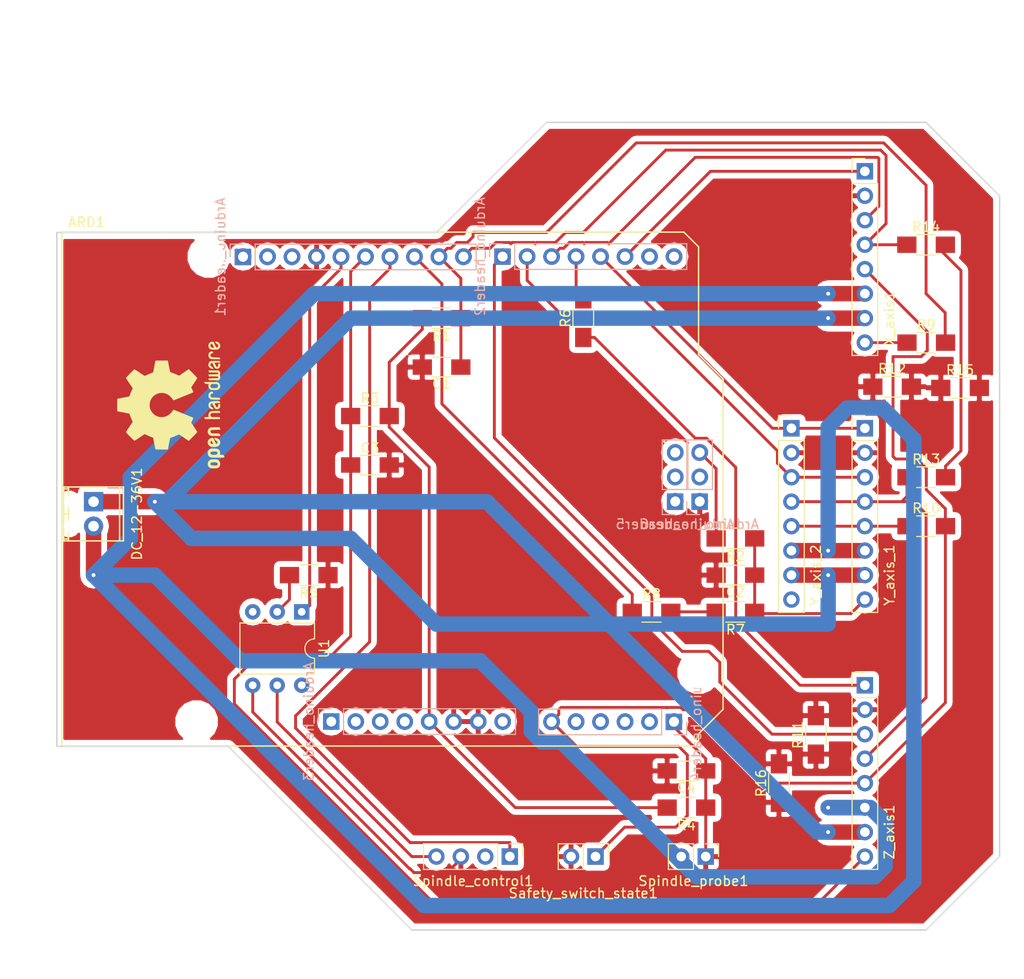
<source format=kicad_pcb>
(kicad_pcb (version 4) (host pcbnew 4.0.7)

  (general
    (links 79)
    (no_connects 27)
    (area 97.714999 53.264999 195.655001 137.235001)
    (thickness 1.6)
    (drawings 16)
    (tracks 257)
    (zones 0)
    (modules 37)
    (nets 85)
  )

  (page A4)
  (layers
    (0 F.Cu signal)
    (31 B.Cu signal)
    (32 B.Adhes user)
    (33 F.Adhes user)
    (34 B.Paste user)
    (35 F.Paste user)
    (36 B.SilkS user)
    (37 F.SilkS user)
    (38 B.Mask user)
    (39 F.Mask user)
    (40 Dwgs.User user)
    (41 Cmts.User user)
    (42 Eco1.User user)
    (43 Eco2.User user)
    (44 Edge.Cuts user)
    (45 Margin user)
    (46 B.CrtYd user)
    (47 F.CrtYd user)
    (48 B.Fab user)
    (49 F.Fab user)
  )

  (setup
    (last_trace_width 0.3)
    (user_trace_width 1.6)
    (trace_clearance 0.45)
    (zone_clearance 0.6)
    (zone_45_only yes)
    (trace_min 0.2)
    (segment_width 0.2)
    (edge_width 0.15)
    (via_size 0.6)
    (via_drill 0.4)
    (via_min_size 0.4)
    (via_min_drill 0.3)
    (uvia_size 0.3)
    (uvia_drill 0.1)
    (uvias_allowed no)
    (uvia_min_size 0.2)
    (uvia_min_drill 0.1)
    (pcb_text_width 0.3)
    (pcb_text_size 1.5 1.5)
    (mod_edge_width 0.15)
    (mod_text_size 1 1)
    (mod_text_width 0.15)
    (pad_size 1.524 1.524)
    (pad_drill 0.762)
    (pad_to_mask_clearance 0.2)
    (aux_axis_origin 0 0)
    (visible_elements 7FFFEFFF)
    (pcbplotparams
      (layerselection 0x01000_80000001)
      (usegerberextensions false)
      (excludeedgelayer true)
      (linewidth 0.100000)
      (plotframeref false)
      (viasonmask false)
      (mode 1)
      (useauxorigin false)
      (hpglpennumber 1)
      (hpglpenspeed 20)
      (hpglpendiameter 15)
      (hpglpenoverlay 2)
      (psnegative false)
      (psa4output false)
      (plotreference true)
      (plotvalue true)
      (plotinvisibletext false)
      (padsonsilk false)
      (subtractmaskfromsilk false)
      (outputformat 3)
      (mirror false)
      (drillshape 1)
      (scaleselection 1)
      (outputdirectory ./))
  )

  (net 0 "")
  (net 1 "Net-(ARD1-PadRST2)")
  (net 2 "Net-(ARD1-PadMOSI)")
  (net 3 "Net-(ARD1-PadSCK)")
  (net 4 /ALM+)
  (net 5 "Net-(ARD1-PadVIN)")
  (net 6 "Net-(ARD1-Pad3.3V)")
  (net 7 "Net-(ARD1-PadRST1)")
  (net 8 "Net-(ARD1-PadIORF)")
  (net 9 "Net-(ARD1-PadD0)")
  (net 10 "Net-(ARD1-PadD1)")
  (net 11 /ENA+)
  (net 12 "Net-(ARD1-PadSCL)")
  (net 13 "Net-(ARD1-PadSDA)")
  (net 14 "Net-(ARD1-PadAREF)")
  (net 15 "Net-(ARD1-PadD13)")
  (net 16 /Speed_OUT)
  (net 17 "Net-(ARD1-PadA1)")
  (net 18 "Net-(ARD1-PadA2)")
  (net 19 "Net-(ARD1-PadA3)")
  (net 20 "Net-(ARD1-PadA4)")
  (net 21 /plate)
  (net 22 "Net-(ARD1-PadMISO)")
  (net 23 "Net-(R5-Pad2)")
  (net 24 /+24V_IN)
  (net 25 /Start_OUT)
  (net 26 "Net-(U1-Pad3)")
  (net 27 "Net-(U1-Pad6)")
  (net 28 GNDPWR)
  (net 29 "Net-(Y_axis_2-Pad8)")
  (net 30 /X_PUL+)
  (net 31 /X_DIR+)
  (net 32 /Y_PUL+)
  (net 33 /Z_PUL+)
  (net 34 /Y_DIR+)
  (net 35 /Z_DIR+)
  (net 36 /X_LIMIT)
  (net 37 /Y_LIMIT)
  (net 38 /Z_LIMIT)
  (net 39 /5V1)
  (net 40 "Net-(ARD1-PadD10)")
  (net 41 /5V2)
  (net 42 "Net-(ARD1-PadD4)")
  (net 43 "Net-(ARD1-PadD9)")
  (net 44 /GND)
  (net 45 +36V)
  (net 46 "Net-(R7-Pad2)")
  (net 47 "Net-(Arduino_header1-Pad1)")
  (net 48 "Net-(Arduino_header1-Pad2)")
  (net 49 "Net-(Arduino_header1-Pad3)")
  (net 50 "Net-(Arduino_header1-Pad4)")
  (net 51 "Net-(Arduino_header1-Pad5)")
  (net 52 "Net-(Arduino_header1-Pad6)")
  (net 53 "Net-(Arduino_header1-Pad7)")
  (net 54 "Net-(Arduino_header1-Pad8)")
  (net 55 "Net-(Arduino_header1-Pad9)")
  (net 56 "Net-(Arduino_header1-Pad10)")
  (net 57 "Net-(Arduino_header2-Pad1)")
  (net 58 "Net-(Arduino_header2-Pad2)")
  (net 59 "Net-(Arduino_header2-Pad3)")
  (net 60 "Net-(Arduino_header2-Pad4)")
  (net 61 "Net-(Arduino_header2-Pad5)")
  (net 62 "Net-(Arduino_header2-Pad6)")
  (net 63 "Net-(Arduino_header2-Pad7)")
  (net 64 "Net-(Arduino_header2-Pad8)")
  (net 65 "Net-(Arduino_header3-Pad1)")
  (net 66 "Net-(Arduino_header3-Pad2)")
  (net 67 "Net-(Arduino_header3-Pad3)")
  (net 68 "Net-(Arduino_header3-Pad4)")
  (net 69 "Net-(Arduino_header3-Pad5)")
  (net 70 "Net-(Arduino_header3-Pad6)")
  (net 71 "Net-(Arduino_header3-Pad7)")
  (net 72 "Net-(Arduino_header3-Pad8)")
  (net 73 "Net-(Arduino_header4-Pad1)")
  (net 74 "Net-(Arduino_header4-Pad2)")
  (net 75 "Net-(Arduino_header4-Pad3)")
  (net 76 "Net-(Arduino_header4-Pad4)")
  (net 77 "Net-(Arduino_header4-Pad5)")
  (net 78 "Net-(Arduino_header4-Pad6)")
  (net 79 "Net-(Arduino_header5-Pad1)")
  (net 80 "Net-(Arduino_header5-Pad2)")
  (net 81 "Net-(Arduino_header5-Pad3)")
  (net 82 "Net-(Arduino_header6-Pad1)")
  (net 83 "Net-(Arduino_header6-Pad2)")
  (net 84 "Net-(Arduino_header6-Pad3)")

  (net_class Default "This is the default net class."
    (clearance 0.45)
    (trace_width 0.3)
    (via_dia 0.6)
    (via_drill 0.4)
    (uvia_dia 0.3)
    (uvia_drill 0.1)
    (add_net +36V)
    (add_net /+24V_IN)
    (add_net /5V1)
    (add_net /5V2)
    (add_net /ALM+)
    (add_net /ENA+)
    (add_net /GND)
    (add_net /Speed_OUT)
    (add_net /Start_OUT)
    (add_net /X_DIR+)
    (add_net /X_LIMIT)
    (add_net /X_PUL+)
    (add_net /Y_DIR+)
    (add_net /Y_LIMIT)
    (add_net /Y_PUL+)
    (add_net /Z_DIR+)
    (add_net /Z_LIMIT)
    (add_net /Z_PUL+)
    (add_net /plate)
    (add_net GNDPWR)
    (add_net "Net-(ARD1-Pad3.3V)")
    (add_net "Net-(ARD1-PadA1)")
    (add_net "Net-(ARD1-PadA2)")
    (add_net "Net-(ARD1-PadA3)")
    (add_net "Net-(ARD1-PadA4)")
    (add_net "Net-(ARD1-PadAREF)")
    (add_net "Net-(ARD1-PadD0)")
    (add_net "Net-(ARD1-PadD1)")
    (add_net "Net-(ARD1-PadD10)")
    (add_net "Net-(ARD1-PadD13)")
    (add_net "Net-(ARD1-PadD4)")
    (add_net "Net-(ARD1-PadD9)")
    (add_net "Net-(ARD1-PadIORF)")
    (add_net "Net-(ARD1-PadMISO)")
    (add_net "Net-(ARD1-PadMOSI)")
    (add_net "Net-(ARD1-PadRST1)")
    (add_net "Net-(ARD1-PadRST2)")
    (add_net "Net-(ARD1-PadSCK)")
    (add_net "Net-(ARD1-PadSCL)")
    (add_net "Net-(ARD1-PadSDA)")
    (add_net "Net-(ARD1-PadVIN)")
    (add_net "Net-(Arduino_header1-Pad1)")
    (add_net "Net-(Arduino_header1-Pad10)")
    (add_net "Net-(Arduino_header1-Pad2)")
    (add_net "Net-(Arduino_header1-Pad3)")
    (add_net "Net-(Arduino_header1-Pad4)")
    (add_net "Net-(Arduino_header1-Pad5)")
    (add_net "Net-(Arduino_header1-Pad6)")
    (add_net "Net-(Arduino_header1-Pad7)")
    (add_net "Net-(Arduino_header1-Pad8)")
    (add_net "Net-(Arduino_header1-Pad9)")
    (add_net "Net-(Arduino_header3-Pad1)")
    (add_net "Net-(Arduino_header3-Pad2)")
    (add_net "Net-(Arduino_header3-Pad3)")
    (add_net "Net-(Arduino_header3-Pad4)")
    (add_net "Net-(Arduino_header3-Pad5)")
    (add_net "Net-(Arduino_header3-Pad6)")
    (add_net "Net-(Arduino_header3-Pad7)")
    (add_net "Net-(Arduino_header3-Pad8)")
    (add_net "Net-(Arduino_header4-Pad1)")
    (add_net "Net-(Arduino_header4-Pad2)")
    (add_net "Net-(Arduino_header4-Pad3)")
    (add_net "Net-(Arduino_header4-Pad4)")
    (add_net "Net-(Arduino_header4-Pad5)")
    (add_net "Net-(Arduino_header4-Pad6)")
    (add_net "Net-(Arduino_header5-Pad1)")
    (add_net "Net-(Arduino_header5-Pad2)")
    (add_net "Net-(Arduino_header5-Pad3)")
    (add_net "Net-(Arduino_header6-Pad1)")
    (add_net "Net-(Arduino_header6-Pad2)")
    (add_net "Net-(Arduino_header6-Pad3)")
    (add_net "Net-(R5-Pad2)")
    (add_net "Net-(R7-Pad2)")
    (add_net "Net-(U1-Pad3)")
    (add_net "Net-(U1-Pad6)")
    (add_net "Net-(Y_axis_2-Pad8)")
  )

  (module Pin_Headers:Pin_Header_Straight_1x08_Pitch2.54mm (layer B.Cu) (tedit 59650532) (tstamp 5A668016)
    (at 144.018 67.269 270)
    (descr "Through hole straight pin header, 1x08, 2.54mm pitch, single row")
    (tags "Through hole pin header THT 1x08 2.54mm single row")
    (path /5A668D87)
    (fp_text reference Arduino_header2 (at 0 2.33 270) (layer B.SilkS)
      (effects (font (size 1 1) (thickness 0.15)) (justify mirror))
    )
    (fp_text value Conn_01x08 (at 0 -20.11 270) (layer B.Fab)
      (effects (font (size 1 1) (thickness 0.15)) (justify mirror))
    )
    (fp_line (start -0.635 1.27) (end 1.27 1.27) (layer B.Fab) (width 0.1))
    (fp_line (start 1.27 1.27) (end 1.27 -19.05) (layer B.Fab) (width 0.1))
    (fp_line (start 1.27 -19.05) (end -1.27 -19.05) (layer B.Fab) (width 0.1))
    (fp_line (start -1.27 -19.05) (end -1.27 0.635) (layer B.Fab) (width 0.1))
    (fp_line (start -1.27 0.635) (end -0.635 1.27) (layer B.Fab) (width 0.1))
    (fp_line (start -1.33 -19.11) (end 1.33 -19.11) (layer B.SilkS) (width 0.12))
    (fp_line (start -1.33 -1.27) (end -1.33 -19.11) (layer B.SilkS) (width 0.12))
    (fp_line (start 1.33 -1.27) (end 1.33 -19.11) (layer B.SilkS) (width 0.12))
    (fp_line (start -1.33 -1.27) (end 1.33 -1.27) (layer B.SilkS) (width 0.12))
    (fp_line (start -1.33 0) (end -1.33 1.33) (layer B.SilkS) (width 0.12))
    (fp_line (start -1.33 1.33) (end 0 1.33) (layer B.SilkS) (width 0.12))
    (fp_line (start -1.8 1.8) (end -1.8 -19.55) (layer B.CrtYd) (width 0.05))
    (fp_line (start -1.8 -19.55) (end 1.8 -19.55) (layer B.CrtYd) (width 0.05))
    (fp_line (start 1.8 -19.55) (end 1.8 1.8) (layer B.CrtYd) (width 0.05))
    (fp_line (start 1.8 1.8) (end -1.8 1.8) (layer B.CrtYd) (width 0.05))
    (fp_text user %R (at 0 -8.89 540) (layer B.Fab)
      (effects (font (size 1 1) (thickness 0.15)) (justify mirror))
    )
    (pad 1 thru_hole rect (at 0 0 270) (size 1.7 1.7) (drill 1) (layers *.Cu *.Mask)
      (net 57 "Net-(Arduino_header2-Pad1)"))
    (pad 2 thru_hole oval (at 0 -2.54 270) (size 1.7 1.7) (drill 1) (layers *.Cu *.Mask)
      (net 58 "Net-(Arduino_header2-Pad2)"))
    (pad 3 thru_hole oval (at 0 -5.08 270) (size 1.7 1.7) (drill 1) (layers *.Cu *.Mask)
      (net 59 "Net-(Arduino_header2-Pad3)"))
    (pad 4 thru_hole oval (at 0 -7.62 270) (size 1.7 1.7) (drill 1) (layers *.Cu *.Mask)
      (net 60 "Net-(Arduino_header2-Pad4)"))
    (pad 5 thru_hole oval (at 0 -10.16 270) (size 1.7 1.7) (drill 1) (layers *.Cu *.Mask)
      (net 61 "Net-(Arduino_header2-Pad5)"))
    (pad 6 thru_hole oval (at 0 -12.7 270) (size 1.7 1.7) (drill 1) (layers *.Cu *.Mask)
      (net 62 "Net-(Arduino_header2-Pad6)"))
    (pad 7 thru_hole oval (at 0 -15.24 270) (size 1.7 1.7) (drill 1) (layers *.Cu *.Mask)
      (net 63 "Net-(Arduino_header2-Pad7)"))
    (pad 8 thru_hole oval (at 0 -17.78 270) (size 1.7 1.7) (drill 1) (layers *.Cu *.Mask)
      (net 64 "Net-(Arduino_header2-Pad8)"))
    (model ${KISYS3DMOD}/Pin_Headers.3dshapes/Pin_Header_Straight_1x08_Pitch2.54mm.wrl
      (at (xyz 0 0 0))
      (scale (xyz 1 1 1))
      (rotate (xyz 0 0 0))
    )
  )

  (module Arduino:Arduino_Uno_Shield (layer F.Cu) (tedit 5898A1DC) (tstamp 5A6231A4)
    (at 98.319001 118.069)
    (path /5A621128)
    (fp_text reference ARD1 (at 2.54 -54.356) (layer F.SilkS)
      (effects (font (size 1 1) (thickness 0.15)))
    )
    (fp_text value Arduino_Uno_Shield (at 15.494 -54.356) (layer F.Fab)
      (effects (font (size 1 1) (thickness 0.15)))
    )
    (fp_line (start 9.525 -32.385) (end -6.35 -32.385) (layer B.CrtYd) (width 0.15))
    (fp_line (start 9.525 -43.815) (end -6.35 -43.815) (layer B.CrtYd) (width 0.15))
    (fp_line (start 9.525 -43.815) (end 9.525 -32.385) (layer B.CrtYd) (width 0.15))
    (fp_line (start -6.35 -43.815) (end -6.35 -32.385) (layer B.CrtYd) (width 0.15))
    (fp_text user . (at 62.484 -32.004) (layer F.SilkS)
      (effects (font (size 1 1) (thickness 0.15)))
    )
    (fp_line (start 11.43 -12.065) (end 11.43 -3.175) (layer B.CrtYd) (width 0.15))
    (fp_line (start -1.905 -3.175) (end 11.43 -3.175) (layer B.CrtYd) (width 0.15))
    (fp_line (start -1.905 -12.065) (end -1.905 -3.175) (layer B.CrtYd) (width 0.15))
    (fp_line (start -1.905 -12.065) (end 11.43 -12.065) (layer B.CrtYd) (width 0.15))
    (fp_line (start 0 -53.34) (end 0 0) (layer F.SilkS) (width 0.15))
    (fp_line (start 66.04 -40.64) (end 66.04 -51.816) (layer F.SilkS) (width 0.15))
    (fp_line (start 68.58 -38.1) (end 66.04 -40.64) (layer F.SilkS) (width 0.15))
    (fp_line (start 68.58 -3.81) (end 68.58 -38.1) (layer F.SilkS) (width 0.15))
    (fp_line (start 66.04 -1.27) (end 68.58 -3.81) (layer F.SilkS) (width 0.15))
    (fp_line (start 66.04 0) (end 66.04 -1.27) (layer F.SilkS) (width 0.15))
    (fp_line (start 64.516 -53.34) (end 66.04 -51.816) (layer F.SilkS) (width 0.15))
    (fp_line (start 0 0) (end 66.04 0) (layer F.SilkS) (width 0.15))
    (fp_line (start 0 -53.34) (end 64.516 -53.34) (layer F.SilkS) (width 0.15))
    (pad RST2 thru_hole oval (at 63.627 -25.4) (size 1.7272 1.7272) (drill 1.016) (layers *.Cu *.Mask)
      (net 1 "Net-(ARD1-PadRST2)"))
    (pad GND4 thru_hole oval (at 66.167 -25.4) (size 1.7272 1.7272) (drill 1.016) (layers *.Cu *.Mask)
      (net 44 /GND))
    (pad MOSI thru_hole oval (at 66.167 -27.94) (size 1.7272 1.7272) (drill 1.016) (layers *.Cu *.Mask)
      (net 2 "Net-(ARD1-PadMOSI)"))
    (pad SCK thru_hole oval (at 63.627 -27.94) (size 1.7272 1.7272) (drill 1.016) (layers *.Cu *.Mask)
      (net 3 "Net-(ARD1-PadSCK)"))
    (pad 5V2 thru_hole oval (at 66.167 -30.48) (size 1.7272 1.7272) (drill 1.016) (layers *.Cu *.Mask)
      (net 41 /5V2))
    (pad A0 thru_hole oval (at 50.8 -2.54) (size 1.7272 1.7272) (drill 1.016) (layers *.Cu *.Mask)
      (net 4 /ALM+))
    (pad VIN thru_hole oval (at 45.72 -2.54) (size 1.7272 1.7272) (drill 1.016) (layers *.Cu *.Mask)
      (net 5 "Net-(ARD1-PadVIN)"))
    (pad GND3 thru_hole oval (at 43.18 -2.54) (size 1.7272 1.7272) (drill 1.016) (layers *.Cu *.Mask)
      (net 44 /GND))
    (pad GND2 thru_hole oval (at 40.64 -2.54) (size 1.7272 1.7272) (drill 1.016) (layers *.Cu *.Mask)
      (net 44 /GND))
    (pad 5V1 thru_hole oval (at 38.1 -2.54) (size 1.7272 1.7272) (drill 1.016) (layers *.Cu *.Mask)
      (net 39 /5V1))
    (pad 3.3V thru_hole oval (at 35.56 -2.54) (size 1.7272 1.7272) (drill 1.016) (layers *.Cu *.Mask)
      (net 6 "Net-(ARD1-Pad3.3V)"))
    (pad RST1 thru_hole oval (at 33.02 -2.54) (size 1.7272 1.7272) (drill 1.016) (layers *.Cu *.Mask)
      (net 7 "Net-(ARD1-PadRST1)"))
    (pad IORF thru_hole oval (at 30.48 -2.54) (size 1.7272 1.7272) (drill 1.016) (layers *.Cu *.Mask)
      (net 8 "Net-(ARD1-PadIORF)"))
    (pad D0 thru_hole oval (at 63.5 -50.8) (size 1.7272 1.7272) (drill 1.016) (layers *.Cu *.Mask)
      (net 9 "Net-(ARD1-PadD0)"))
    (pad D1 thru_hole oval (at 60.96 -50.8) (size 1.7272 1.7272) (drill 1.016) (layers *.Cu *.Mask)
      (net 10 "Net-(ARD1-PadD1)"))
    (pad D2 thru_hole oval (at 58.42 -50.8) (size 1.7272 1.7272) (drill 1.016) (layers *.Cu *.Mask)
      (net 30 /X_PUL+))
    (pad D3 thru_hole oval (at 55.88 -50.8) (size 1.7272 1.7272) (drill 1.016) (layers *.Cu *.Mask)
      (net 32 /Y_PUL+))
    (pad D4 thru_hole oval (at 53.34 -50.8) (size 1.7272 1.7272) (drill 1.016) (layers *.Cu *.Mask)
      (net 42 "Net-(ARD1-PadD4)"))
    (pad D5 thru_hole oval (at 50.8 -50.8) (size 1.7272 1.7272) (drill 1.016) (layers *.Cu *.Mask)
      (net 31 /X_DIR+))
    (pad D6 thru_hole oval (at 48.26 -50.8) (size 1.7272 1.7272) (drill 1.016) (layers *.Cu *.Mask)
      (net 34 /Y_DIR+))
    (pad D7 thru_hole oval (at 45.72 -50.8) (size 1.7272 1.7272) (drill 1.016) (layers *.Cu *.Mask)
      (net 35 /Z_DIR+))
    (pad GND1 thru_hole oval (at 26.416 -50.8) (size 1.7272 1.7272) (drill 1.016) (layers *.Cu *.Mask)
      (net 44 /GND))
    (pad D8 thru_hole oval (at 41.656 -50.8) (size 1.7272 1.7272) (drill 1.016) (layers *.Cu *.Mask)
      (net 11 /ENA+))
    (pad D9 thru_hole oval (at 39.116 -50.8) (size 1.7272 1.7272) (drill 1.016) (layers *.Cu *.Mask)
      (net 43 "Net-(ARD1-PadD9)"))
    (pad D10 thru_hole oval (at 36.576 -50.8) (size 1.7272 1.7272) (drill 1.016) (layers *.Cu *.Mask)
      (net 40 "Net-(ARD1-PadD10)"))
    (pad "" np_thru_hole circle (at 66.04 -7.62) (size 3.2 3.2) (drill 3.2) (layers *.Cu *.Mask))
    (pad "" np_thru_hole circle (at 66.04 -35.56) (size 3.2 3.2) (drill 3.2) (layers *.Cu *.Mask))
    (pad "" np_thru_hole circle (at 15.24 -50.8) (size 3.2 3.2) (drill 3.2) (layers *.Cu *.Mask))
    (pad "" np_thru_hole circle (at 13.97 -2.54) (size 3.2 3.2) (drill 3.2) (layers *.Cu *.Mask))
    (pad SCL thru_hole oval (at 18.796 -50.8) (size 1.7272 1.7272) (drill 1.016) (layers *.Cu *.Mask)
      (net 12 "Net-(ARD1-PadSCL)"))
    (pad SDA thru_hole oval (at 21.336 -50.8) (size 1.7272 1.7272) (drill 1.016) (layers *.Cu *.Mask)
      (net 13 "Net-(ARD1-PadSDA)"))
    (pad AREF thru_hole oval (at 23.876 -50.8) (size 1.7272 1.7272) (drill 1.016) (layers *.Cu *.Mask)
      (net 14 "Net-(ARD1-PadAREF)"))
    (pad D13 thru_hole oval (at 28.956 -50.8) (size 1.7272 1.7272) (drill 1.016) (layers *.Cu *.Mask)
      (net 15 "Net-(ARD1-PadD13)"))
    (pad D12 thru_hole oval (at 31.496 -50.8) (size 1.7272 1.7272) (drill 1.016) (layers *.Cu *.Mask)
      (net 38 /Z_LIMIT))
    (pad D11 thru_hole oval (at 34.036 -50.8) (size 1.7272 1.7272) (drill 1.016) (layers *.Cu *.Mask)
      (net 16 /Speed_OUT))
    (pad "" thru_hole oval (at 27.94 -2.54) (size 1.7272 1.7272) (drill 1.016) (layers *.Cu *.Mask))
    (pad A1 thru_hole oval (at 53.34 -2.54) (size 1.7272 1.7272) (drill 1.016) (layers *.Cu *.Mask)
      (net 17 "Net-(ARD1-PadA1)"))
    (pad A2 thru_hole oval (at 55.88 -2.54) (size 1.7272 1.7272) (drill 1.016) (layers *.Cu *.Mask)
      (net 18 "Net-(ARD1-PadA2)"))
    (pad A3 thru_hole oval (at 58.42 -2.54) (size 1.7272 1.7272) (drill 1.016) (layers *.Cu *.Mask)
      (net 19 "Net-(ARD1-PadA3)"))
    (pad A4 thru_hole oval (at 60.96 -2.54) (size 1.7272 1.7272) (drill 1.016) (layers *.Cu *.Mask)
      (net 20 "Net-(ARD1-PadA4)"))
    (pad A5 thru_hole oval (at 63.5 -2.54) (size 1.7272 1.7272) (drill 1.016) (layers *.Cu *.Mask)
      (net 21 /plate))
    (pad MISO thru_hole oval (at 63.627 -30.48) (size 1.7272 1.7272) (drill 1.016) (layers *.Cu *.Mask)
      (net 22 "Net-(ARD1-PadMISO)"))
  )

  (module Capacitors_SMD:C_1206_HandSoldering (layer F.Cu) (tedit 58AA84D1) (tstamp 5A6231AA)
    (at 137.7 78.74 180)
    (descr "Capacitor SMD 1206, hand soldering")
    (tags "capacitor 1206")
    (path /5A623C4E)
    (attr smd)
    (fp_text reference C1 (at 0 -1.75 180) (layer F.SilkS)
      (effects (font (size 1 1) (thickness 0.15)))
    )
    (fp_text value 100nF (at 0 2 180) (layer F.Fab)
      (effects (font (size 1 1) (thickness 0.15)))
    )
    (fp_text user %R (at 0 -1.75 180) (layer F.Fab)
      (effects (font (size 1 1) (thickness 0.15)))
    )
    (fp_line (start -1.6 0.8) (end -1.6 -0.8) (layer F.Fab) (width 0.1))
    (fp_line (start 1.6 0.8) (end -1.6 0.8) (layer F.Fab) (width 0.1))
    (fp_line (start 1.6 -0.8) (end 1.6 0.8) (layer F.Fab) (width 0.1))
    (fp_line (start -1.6 -0.8) (end 1.6 -0.8) (layer F.Fab) (width 0.1))
    (fp_line (start 1 -1.02) (end -1 -1.02) (layer F.SilkS) (width 0.12))
    (fp_line (start -1 1.02) (end 1 1.02) (layer F.SilkS) (width 0.12))
    (fp_line (start -3.25 -1.05) (end 3.25 -1.05) (layer F.CrtYd) (width 0.05))
    (fp_line (start -3.25 -1.05) (end -3.25 1.05) (layer F.CrtYd) (width 0.05))
    (fp_line (start 3.25 1.05) (end 3.25 -1.05) (layer F.CrtYd) (width 0.05))
    (fp_line (start 3.25 1.05) (end -3.25 1.05) (layer F.CrtYd) (width 0.05))
    (pad 1 smd rect (at -2 0 180) (size 2 1.6) (layers F.Cu F.Paste F.Mask)
      (net 43 "Net-(ARD1-PadD9)"))
    (pad 2 smd rect (at 2 0 180) (size 2 1.6) (layers F.Cu F.Paste F.Mask)
      (net 44 /GND))
    (model Capacitors_SMD.3dshapes/C_1206.wrl
      (at (xyz 0 0 0))
      (scale (xyz 1 1 1))
      (rotate (xyz 0 0 0))
    )
  )

  (module Capacitors_SMD:C_1206_HandSoldering (layer F.Cu) (tedit 58AA84D1) (tstamp 5A6231B0)
    (at 168.18 100.33 180)
    (descr "Capacitor SMD 1206, hand soldering")
    (tags "capacitor 1206")
    (path /5A624456)
    (attr smd)
    (fp_text reference C2 (at 0 -1.75 180) (layer F.SilkS)
      (effects (font (size 1 1) (thickness 0.15)))
    )
    (fp_text value 100nF (at 0 2 180) (layer F.Fab)
      (effects (font (size 1 1) (thickness 0.15)))
    )
    (fp_text user %R (at 0 -1.75 180) (layer F.Fab)
      (effects (font (size 1 1) (thickness 0.15)))
    )
    (fp_line (start -1.6 0.8) (end -1.6 -0.8) (layer F.Fab) (width 0.1))
    (fp_line (start 1.6 0.8) (end -1.6 0.8) (layer F.Fab) (width 0.1))
    (fp_line (start 1.6 -0.8) (end 1.6 0.8) (layer F.Fab) (width 0.1))
    (fp_line (start -1.6 -0.8) (end 1.6 -0.8) (layer F.Fab) (width 0.1))
    (fp_line (start 1 -1.02) (end -1 -1.02) (layer F.SilkS) (width 0.12))
    (fp_line (start -1 1.02) (end 1 1.02) (layer F.SilkS) (width 0.12))
    (fp_line (start -3.25 -1.05) (end 3.25 -1.05) (layer F.CrtYd) (width 0.05))
    (fp_line (start -3.25 -1.05) (end -3.25 1.05) (layer F.CrtYd) (width 0.05))
    (fp_line (start 3.25 1.05) (end 3.25 -1.05) (layer F.CrtYd) (width 0.05))
    (fp_line (start 3.25 1.05) (end -3.25 1.05) (layer F.CrtYd) (width 0.05))
    (pad 1 smd rect (at -2 0 180) (size 2 1.6) (layers F.Cu F.Paste F.Mask)
      (net 37 /Y_LIMIT))
    (pad 2 smd rect (at 2 0 180) (size 2 1.6) (layers F.Cu F.Paste F.Mask)
      (net 44 /GND))
    (model Capacitors_SMD.3dshapes/C_1206.wrl
      (at (xyz 0 0 0))
      (scale (xyz 1 1 1))
      (rotate (xyz 0 0 0))
    )
  )

  (module Capacitors_SMD:C_1206_HandSoldering (layer F.Cu) (tedit 58AA84D1) (tstamp 5A6231B6)
    (at 130.27 88.9)
    (descr "Capacitor SMD 1206, hand soldering")
    (tags "capacitor 1206")
    (path /5A6244CA)
    (attr smd)
    (fp_text reference C3 (at 0 -1.75) (layer F.SilkS)
      (effects (font (size 1 1) (thickness 0.15)))
    )
    (fp_text value 100nF (at 0 2) (layer F.Fab)
      (effects (font (size 1 1) (thickness 0.15)))
    )
    (fp_text user %R (at 0 -1.75) (layer F.Fab)
      (effects (font (size 1 1) (thickness 0.15)))
    )
    (fp_line (start -1.6 0.8) (end -1.6 -0.8) (layer F.Fab) (width 0.1))
    (fp_line (start 1.6 0.8) (end -1.6 0.8) (layer F.Fab) (width 0.1))
    (fp_line (start 1.6 -0.8) (end 1.6 0.8) (layer F.Fab) (width 0.1))
    (fp_line (start -1.6 -0.8) (end 1.6 -0.8) (layer F.Fab) (width 0.1))
    (fp_line (start 1 -1.02) (end -1 -1.02) (layer F.SilkS) (width 0.12))
    (fp_line (start -1 1.02) (end 1 1.02) (layer F.SilkS) (width 0.12))
    (fp_line (start -3.25 -1.05) (end 3.25 -1.05) (layer F.CrtYd) (width 0.05))
    (fp_line (start -3.25 -1.05) (end -3.25 1.05) (layer F.CrtYd) (width 0.05))
    (fp_line (start 3.25 1.05) (end 3.25 -1.05) (layer F.CrtYd) (width 0.05))
    (fp_line (start 3.25 1.05) (end -3.25 1.05) (layer F.CrtYd) (width 0.05))
    (pad 1 smd rect (at -2 0) (size 2 1.6) (layers F.Cu F.Paste F.Mask)
      (net 38 /Z_LIMIT))
    (pad 2 smd rect (at 2 0) (size 2 1.6) (layers F.Cu F.Paste F.Mask)
      (net 44 /GND))
    (model Capacitors_SMD.3dshapes/C_1206.wrl
      (at (xyz 0 0 0))
      (scale (xyz 1 1 1))
      (rotate (xyz 0 0 0))
    )
  )

  (module Capacitors_SMD:C_1206_HandSoldering (layer F.Cu) (tedit 58AA84D1) (tstamp 5A6231BC)
    (at 163.1 120.65 180)
    (descr "Capacitor SMD 1206, hand soldering")
    (tags "capacitor 1206")
    (path /5A624DA3)
    (attr smd)
    (fp_text reference C4 (at 0 -1.75 180) (layer F.SilkS)
      (effects (font (size 1 1) (thickness 0.15)))
    )
    (fp_text value 100nF (at 0 2 180) (layer F.Fab)
      (effects (font (size 1 1) (thickness 0.15)))
    )
    (fp_text user %R (at 0 -1.75 180) (layer F.Fab)
      (effects (font (size 1 1) (thickness 0.15)))
    )
    (fp_line (start -1.6 0.8) (end -1.6 -0.8) (layer F.Fab) (width 0.1))
    (fp_line (start 1.6 0.8) (end -1.6 0.8) (layer F.Fab) (width 0.1))
    (fp_line (start 1.6 -0.8) (end 1.6 0.8) (layer F.Fab) (width 0.1))
    (fp_line (start -1.6 -0.8) (end 1.6 -0.8) (layer F.Fab) (width 0.1))
    (fp_line (start 1 -1.02) (end -1 -1.02) (layer F.SilkS) (width 0.12))
    (fp_line (start -1 1.02) (end 1 1.02) (layer F.SilkS) (width 0.12))
    (fp_line (start -3.25 -1.05) (end 3.25 -1.05) (layer F.CrtYd) (width 0.05))
    (fp_line (start -3.25 -1.05) (end -3.25 1.05) (layer F.CrtYd) (width 0.05))
    (fp_line (start 3.25 1.05) (end 3.25 -1.05) (layer F.CrtYd) (width 0.05))
    (fp_line (start 3.25 1.05) (end -3.25 1.05) (layer F.CrtYd) (width 0.05))
    (pad 1 smd rect (at -2 0 180) (size 2 1.6) (layers F.Cu F.Paste F.Mask)
      (net 21 /plate))
    (pad 2 smd rect (at 2 0 180) (size 2 1.6) (layers F.Cu F.Paste F.Mask)
      (net 44 /GND))
    (model Capacitors_SMD.3dshapes/C_1206.wrl
      (at (xyz 0 0 0))
      (scale (xyz 1 1 1))
      (rotate (xyz 0 0 0))
    )
  )

  (module Resistors_SMD:R_1206_HandSoldering (layer F.Cu) (tedit 58E0A804) (tstamp 5A6231C2)
    (at 137.7 73.66 180)
    (descr "Resistor SMD 1206, hand soldering")
    (tags "resistor 1206")
    (path /5A623BB1)
    (attr smd)
    (fp_text reference R1 (at 0 -1.85 180) (layer F.SilkS)
      (effects (font (size 1 1) (thickness 0.15)))
    )
    (fp_text value 4.7K (at 0 1.9 180) (layer F.Fab)
      (effects (font (size 1 1) (thickness 0.15)))
    )
    (fp_text user %R (at 0 0 180) (layer F.Fab)
      (effects (font (size 0.7 0.7) (thickness 0.105)))
    )
    (fp_line (start -1.6 0.8) (end -1.6 -0.8) (layer F.Fab) (width 0.1))
    (fp_line (start 1.6 0.8) (end -1.6 0.8) (layer F.Fab) (width 0.1))
    (fp_line (start 1.6 -0.8) (end 1.6 0.8) (layer F.Fab) (width 0.1))
    (fp_line (start -1.6 -0.8) (end 1.6 -0.8) (layer F.Fab) (width 0.1))
    (fp_line (start 1 1.07) (end -1 1.07) (layer F.SilkS) (width 0.12))
    (fp_line (start -1 -1.07) (end 1 -1.07) (layer F.SilkS) (width 0.12))
    (fp_line (start -3.25 -1.11) (end 3.25 -1.11) (layer F.CrtYd) (width 0.05))
    (fp_line (start -3.25 -1.11) (end -3.25 1.1) (layer F.CrtYd) (width 0.05))
    (fp_line (start 3.25 1.1) (end 3.25 -1.11) (layer F.CrtYd) (width 0.05))
    (fp_line (start 3.25 1.1) (end -3.25 1.1) (layer F.CrtYd) (width 0.05))
    (pad 1 smd rect (at -2 0 180) (size 2 1.7) (layers F.Cu F.Paste F.Mask)
      (net 43 "Net-(ARD1-PadD9)"))
    (pad 2 smd rect (at 2 0 180) (size 2 1.7) (layers F.Cu F.Paste F.Mask)
      (net 39 /5V1))
    (model ${KISYS3DMOD}/Resistors_SMD.3dshapes/R_1206.wrl
      (at (xyz 0 0 0))
      (scale (xyz 1 1 1))
      (rotate (xyz 0 0 0))
    )
  )

  (module Resistors_SMD:R_1206_HandSoldering (layer F.Cu) (tedit 58E0A804) (tstamp 5A6231C8)
    (at 168.18 96.52 180)
    (descr "Resistor SMD 1206, hand soldering")
    (tags "resistor 1206")
    (path /5A624072)
    (attr smd)
    (fp_text reference R2 (at 0 -1.85 180) (layer F.SilkS)
      (effects (font (size 1 1) (thickness 0.15)))
    )
    (fp_text value 4.7K (at 0 1.9 180) (layer F.Fab)
      (effects (font (size 1 1) (thickness 0.15)))
    )
    (fp_text user %R (at 0 0 180) (layer F.Fab)
      (effects (font (size 0.7 0.7) (thickness 0.105)))
    )
    (fp_line (start -1.6 0.8) (end -1.6 -0.8) (layer F.Fab) (width 0.1))
    (fp_line (start 1.6 0.8) (end -1.6 0.8) (layer F.Fab) (width 0.1))
    (fp_line (start 1.6 -0.8) (end 1.6 0.8) (layer F.Fab) (width 0.1))
    (fp_line (start -1.6 -0.8) (end 1.6 -0.8) (layer F.Fab) (width 0.1))
    (fp_line (start 1 1.07) (end -1 1.07) (layer F.SilkS) (width 0.12))
    (fp_line (start -1 -1.07) (end 1 -1.07) (layer F.SilkS) (width 0.12))
    (fp_line (start -3.25 -1.11) (end 3.25 -1.11) (layer F.CrtYd) (width 0.05))
    (fp_line (start -3.25 -1.11) (end -3.25 1.1) (layer F.CrtYd) (width 0.05))
    (fp_line (start 3.25 1.1) (end 3.25 -1.11) (layer F.CrtYd) (width 0.05))
    (fp_line (start 3.25 1.1) (end -3.25 1.1) (layer F.CrtYd) (width 0.05))
    (pad 1 smd rect (at -2 0 180) (size 2 1.7) (layers F.Cu F.Paste F.Mask)
      (net 37 /Y_LIMIT))
    (pad 2 smd rect (at 2 0 180) (size 2 1.7) (layers F.Cu F.Paste F.Mask)
      (net 41 /5V2))
    (model ${KISYS3DMOD}/Resistors_SMD.3dshapes/R_1206.wrl
      (at (xyz 0 0 0))
      (scale (xyz 1 1 1))
      (rotate (xyz 0 0 0))
    )
  )

  (module Resistors_SMD:R_1206_HandSoldering (layer F.Cu) (tedit 58E0A804) (tstamp 5A6231CE)
    (at 130.27 83.82)
    (descr "Resistor SMD 1206, hand soldering")
    (tags "resistor 1206")
    (path /5A624412)
    (attr smd)
    (fp_text reference R3 (at 0 -1.85) (layer F.SilkS)
      (effects (font (size 1 1) (thickness 0.15)))
    )
    (fp_text value 4.7K (at 0 1.9) (layer F.Fab)
      (effects (font (size 1 1) (thickness 0.15)))
    )
    (fp_text user %R (at 0 0) (layer F.Fab)
      (effects (font (size 0.7 0.7) (thickness 0.105)))
    )
    (fp_line (start -1.6 0.8) (end -1.6 -0.8) (layer F.Fab) (width 0.1))
    (fp_line (start 1.6 0.8) (end -1.6 0.8) (layer F.Fab) (width 0.1))
    (fp_line (start 1.6 -0.8) (end 1.6 0.8) (layer F.Fab) (width 0.1))
    (fp_line (start -1.6 -0.8) (end 1.6 -0.8) (layer F.Fab) (width 0.1))
    (fp_line (start 1 1.07) (end -1 1.07) (layer F.SilkS) (width 0.12))
    (fp_line (start -1 -1.07) (end 1 -1.07) (layer F.SilkS) (width 0.12))
    (fp_line (start -3.25 -1.11) (end 3.25 -1.11) (layer F.CrtYd) (width 0.05))
    (fp_line (start -3.25 -1.11) (end -3.25 1.1) (layer F.CrtYd) (width 0.05))
    (fp_line (start 3.25 1.1) (end 3.25 -1.11) (layer F.CrtYd) (width 0.05))
    (fp_line (start 3.25 1.1) (end -3.25 1.1) (layer F.CrtYd) (width 0.05))
    (pad 1 smd rect (at -2 0) (size 2 1.7) (layers F.Cu F.Paste F.Mask)
      (net 38 /Z_LIMIT))
    (pad 2 smd rect (at 2 0) (size 2 1.7) (layers F.Cu F.Paste F.Mask)
      (net 39 /5V1))
    (model ${KISYS3DMOD}/Resistors_SMD.3dshapes/R_1206.wrl
      (at (xyz 0 0 0))
      (scale (xyz 1 1 1))
      (rotate (xyz 0 0 0))
    )
  )

  (module Resistors_SMD:R_1206_HandSoldering (layer F.Cu) (tedit 58E0A804) (tstamp 5A6231D4)
    (at 163.1 124.46 180)
    (descr "Resistor SMD 1206, hand soldering")
    (tags "resistor 1206")
    (path /5A624CDA)
    (attr smd)
    (fp_text reference R4 (at 0 -1.85 180) (layer F.SilkS)
      (effects (font (size 1 1) (thickness 0.15)))
    )
    (fp_text value 4.7K (at 0 1.9 180) (layer F.Fab)
      (effects (font (size 1 1) (thickness 0.15)))
    )
    (fp_text user %R (at 0 0 180) (layer F.Fab)
      (effects (font (size 0.7 0.7) (thickness 0.105)))
    )
    (fp_line (start -1.6 0.8) (end -1.6 -0.8) (layer F.Fab) (width 0.1))
    (fp_line (start 1.6 0.8) (end -1.6 0.8) (layer F.Fab) (width 0.1))
    (fp_line (start 1.6 -0.8) (end 1.6 0.8) (layer F.Fab) (width 0.1))
    (fp_line (start -1.6 -0.8) (end 1.6 -0.8) (layer F.Fab) (width 0.1))
    (fp_line (start 1 1.07) (end -1 1.07) (layer F.SilkS) (width 0.12))
    (fp_line (start -1 -1.07) (end 1 -1.07) (layer F.SilkS) (width 0.12))
    (fp_line (start -3.25 -1.11) (end 3.25 -1.11) (layer F.CrtYd) (width 0.05))
    (fp_line (start -3.25 -1.11) (end -3.25 1.1) (layer F.CrtYd) (width 0.05))
    (fp_line (start 3.25 1.1) (end 3.25 -1.11) (layer F.CrtYd) (width 0.05))
    (fp_line (start 3.25 1.1) (end -3.25 1.1) (layer F.CrtYd) (width 0.05))
    (pad 1 smd rect (at -2 0 180) (size 2 1.7) (layers F.Cu F.Paste F.Mask)
      (net 21 /plate))
    (pad 2 smd rect (at 2 0 180) (size 2 1.7) (layers F.Cu F.Paste F.Mask)
      (net 39 /5V1))
    (model ${KISYS3DMOD}/Resistors_SMD.3dshapes/R_1206.wrl
      (at (xyz 0 0 0))
      (scale (xyz 1 1 1))
      (rotate (xyz 0 0 0))
    )
  )

  (module Resistors_SMD:R_1206_HandSoldering (layer F.Cu) (tedit 58E0A804) (tstamp 5A6231DA)
    (at 123.92 100.33 180)
    (descr "Resistor SMD 1206, hand soldering")
    (tags "resistor 1206")
    (path /5A626BC8)
    (attr smd)
    (fp_text reference R5 (at 0 -1.85 180) (layer F.SilkS)
      (effects (font (size 1 1) (thickness 0.15)))
    )
    (fp_text value ? (at 0 1.9 180) (layer F.Fab)
      (effects (font (size 1 1) (thickness 0.15)))
    )
    (fp_text user %R (at 0 0 180) (layer F.Fab)
      (effects (font (size 0.7 0.7) (thickness 0.105)))
    )
    (fp_line (start -1.6 0.8) (end -1.6 -0.8) (layer F.Fab) (width 0.1))
    (fp_line (start 1.6 0.8) (end -1.6 0.8) (layer F.Fab) (width 0.1))
    (fp_line (start 1.6 -0.8) (end 1.6 0.8) (layer F.Fab) (width 0.1))
    (fp_line (start -1.6 -0.8) (end 1.6 -0.8) (layer F.Fab) (width 0.1))
    (fp_line (start 1 1.07) (end -1 1.07) (layer F.SilkS) (width 0.12))
    (fp_line (start -1 -1.07) (end 1 -1.07) (layer F.SilkS) (width 0.12))
    (fp_line (start -3.25 -1.11) (end 3.25 -1.11) (layer F.CrtYd) (width 0.05))
    (fp_line (start -3.25 -1.11) (end -3.25 1.1) (layer F.CrtYd) (width 0.05))
    (fp_line (start 3.25 1.1) (end 3.25 -1.11) (layer F.CrtYd) (width 0.05))
    (fp_line (start 3.25 1.1) (end -3.25 1.1) (layer F.CrtYd) (width 0.05))
    (pad 1 smd rect (at -2 0 180) (size 2 1.7) (layers F.Cu F.Paste F.Mask)
      (net 44 /GND))
    (pad 2 smd rect (at 2 0 180) (size 2 1.7) (layers F.Cu F.Paste F.Mask)
      (net 23 "Net-(R5-Pad2)"))
    (model ${KISYS3DMOD}/Resistors_SMD.3dshapes/R_1206.wrl
      (at (xyz 0 0 0))
      (scale (xyz 1 1 1))
      (rotate (xyz 0 0 0))
    )
  )

  (module Housings_DIP:DIP-6_W7.62mm (layer F.Cu) (tedit 59C78D6B) (tstamp 5A6231F2)
    (at 123.19 104.14 270)
    (descr "6-lead though-hole mounted DIP package, row spacing 7.62 mm (300 mils)")
    (tags "THT DIP DIL PDIP 2.54mm 7.62mm 300mil")
    (path /5A6267EC)
    (fp_text reference U1 (at 3.81 -2.33 270) (layer F.SilkS)
      (effects (font (size 1 1) (thickness 0.15)))
    )
    (fp_text value 4N25 (at 3.81 7.41 270) (layer F.Fab)
      (effects (font (size 1 1) (thickness 0.15)))
    )
    (fp_arc (start 3.81 -1.33) (end 2.81 -1.33) (angle -180) (layer F.SilkS) (width 0.12))
    (fp_line (start 1.635 -1.27) (end 6.985 -1.27) (layer F.Fab) (width 0.1))
    (fp_line (start 6.985 -1.27) (end 6.985 6.35) (layer F.Fab) (width 0.1))
    (fp_line (start 6.985 6.35) (end 0.635 6.35) (layer F.Fab) (width 0.1))
    (fp_line (start 0.635 6.35) (end 0.635 -0.27) (layer F.Fab) (width 0.1))
    (fp_line (start 0.635 -0.27) (end 1.635 -1.27) (layer F.Fab) (width 0.1))
    (fp_line (start 2.81 -1.33) (end 1.16 -1.33) (layer F.SilkS) (width 0.12))
    (fp_line (start 1.16 -1.33) (end 1.16 6.41) (layer F.SilkS) (width 0.12))
    (fp_line (start 1.16 6.41) (end 6.46 6.41) (layer F.SilkS) (width 0.12))
    (fp_line (start 6.46 6.41) (end 6.46 -1.33) (layer F.SilkS) (width 0.12))
    (fp_line (start 6.46 -1.33) (end 4.81 -1.33) (layer F.SilkS) (width 0.12))
    (fp_line (start -1.1 -1.55) (end -1.1 6.6) (layer F.CrtYd) (width 0.05))
    (fp_line (start -1.1 6.6) (end 8.7 6.6) (layer F.CrtYd) (width 0.05))
    (fp_line (start 8.7 6.6) (end 8.7 -1.55) (layer F.CrtYd) (width 0.05))
    (fp_line (start 8.7 -1.55) (end -1.1 -1.55) (layer F.CrtYd) (width 0.05))
    (fp_text user %R (at 3.81 2.54 450) (layer F.Fab)
      (effects (font (size 1 1) (thickness 0.15)))
    )
    (pad 1 thru_hole rect (at 0 0 270) (size 1.6 1.6) (drill 0.8) (layers *.Cu *.Mask)
      (net 15 "Net-(ARD1-PadD13)"))
    (pad 4 thru_hole oval (at 7.62 5.08 270) (size 1.6 1.6) (drill 0.8) (layers *.Cu *.Mask)
      (net 25 /Start_OUT))
    (pad 2 thru_hole oval (at 0 2.54 270) (size 1.6 1.6) (drill 0.8) (layers *.Cu *.Mask)
      (net 23 "Net-(R5-Pad2)"))
    (pad 5 thru_hole oval (at 7.62 2.54 270) (size 1.6 1.6) (drill 0.8) (layers *.Cu *.Mask)
      (net 24 /+24V_IN))
    (pad 3 thru_hole oval (at 0 5.08 270) (size 1.6 1.6) (drill 0.8) (layers *.Cu *.Mask)
      (net 26 "Net-(U1-Pad3)"))
    (pad 6 thru_hole oval (at 7.62 0 270) (size 1.6 1.6) (drill 0.8) (layers *.Cu *.Mask)
      (net 27 "Net-(U1-Pad6)"))
    (model ${KISYS3DMOD}/Housings_DIP.3dshapes/DIP-6_W7.62mm.wrl
      (at (xyz 0 0 0))
      (scale (xyz 1 1 1))
      (rotate (xyz 0 0 0))
    )
  )

  (module TerminalBlock_Phoenix:TerminalBlock_Phoenix_MPT-2.54mm_2pol (layer F.Cu) (tedit 59FF0755) (tstamp 5A6236CA)
    (at 101.6 92.71 270)
    (descr "2-way 2.54mm pitch terminal block, Phoenix MPT series")
    (path /5A629A81)
    (fp_text reference DC_12-36V1 (at 1.27 -4.50088 270) (layer F.SilkS)
      (effects (font (size 1 1) (thickness 0.15)))
    )
    (fp_text value Screw_Terminal_01x02 (at 1.27 4.50088 270) (layer F.Fab)
      (effects (font (size 1 1) (thickness 0.15)))
    )
    (fp_text user %R (at 1.27 1.045 270) (layer F.Fab)
      (effects (font (size 1 1) (thickness 0.15)))
    )
    (fp_line (start -1.7 -3.3) (end 4.3 -3.3) (layer F.CrtYd) (width 0.05))
    (fp_line (start -1.7 3.3) (end -1.7 -3.3) (layer F.CrtYd) (width 0.05))
    (fp_line (start 4.3 3.3) (end -1.7 3.3) (layer F.CrtYd) (width 0.05))
    (fp_line (start 4.3 -3.3) (end 4.3 3.3) (layer F.CrtYd) (width 0.05))
    (fp_line (start 4.06908 2.60096) (end -1.52908 2.60096) (layer F.SilkS) (width 0.15))
    (fp_line (start -1.33096 3.0988) (end -1.33096 2.60096) (layer F.SilkS) (width 0.15))
    (fp_line (start 3.87096 2.60096) (end 3.87096 3.0988) (layer F.SilkS) (width 0.15))
    (fp_line (start 1.27 3.0988) (end 1.27 2.60096) (layer F.SilkS) (width 0.15))
    (fp_line (start -1.52908 -2.70002) (end 4.06908 -2.70002) (layer F.SilkS) (width 0.15))
    (fp_line (start -1.52908 3.0988) (end 4.06908 3.0988) (layer F.SilkS) (width 0.15))
    (fp_line (start 4.06908 3.0988) (end 4.06908 -3.0988) (layer F.SilkS) (width 0.15))
    (fp_line (start 4.06908 -3.0988) (end -1.52908 -3.0988) (layer F.SilkS) (width 0.15))
    (fp_line (start -1.52908 -3.0988) (end -1.52908 3.0988) (layer F.SilkS) (width 0.15))
    (pad 2 thru_hole oval (at 2.54 0 270) (size 1.99898 1.99898) (drill 1.09728) (layers *.Cu *.Mask)
      (net 45 +36V))
    (pad 1 thru_hole rect (at 0 0 270) (size 1.99898 1.99898) (drill 1.09728) (layers *.Cu *.Mask)
      (net 28 GNDPWR))
    (pad "" np_thru_hole circle (at 0 2.54 270) (size 1.1 1.1) (drill 1.1) (layers *.Cu *.Mask))
    (pad "" np_thru_hole circle (at 2.54 2.54 270) (size 1.1 1.1) (drill 1.1) (layers *.Cu *.Mask))
    (model ${KISYS3DMOD}/TerminalBlock_Phoenix.3dshapes/TerminalBlock_Phoenix_MPT-2.54mm_2pol.wrl
      (at (xyz 0.05 0 0))
      (scale (xyz 1 1 1))
      (rotate (xyz 0 0 0))
    )
  )

  (module Resistors_SMD:R_1206_HandSoldering (layer F.Cu) (tedit 58E0A804) (tstamp 5A62589E)
    (at 152.4 73.66 90)
    (descr "Resistor SMD 1206, hand soldering")
    (tags "resistor 1206")
    (path /5A62E777)
    (attr smd)
    (fp_text reference R6 (at 0 -1.85 90) (layer F.SilkS)
      (effects (font (size 1 1) (thickness 0.15)))
    )
    (fp_text value 0 (at 0 1.9 90) (layer F.Fab)
      (effects (font (size 1 1) (thickness 0.15)))
    )
    (fp_text user %R (at 0 0 90) (layer F.Fab)
      (effects (font (size 0.7 0.7) (thickness 0.105)))
    )
    (fp_line (start -1.6 0.8) (end -1.6 -0.8) (layer F.Fab) (width 0.1))
    (fp_line (start 1.6 0.8) (end -1.6 0.8) (layer F.Fab) (width 0.1))
    (fp_line (start 1.6 -0.8) (end 1.6 0.8) (layer F.Fab) (width 0.1))
    (fp_line (start -1.6 -0.8) (end 1.6 -0.8) (layer F.Fab) (width 0.1))
    (fp_line (start 1 1.07) (end -1 1.07) (layer F.SilkS) (width 0.12))
    (fp_line (start -1 -1.07) (end 1 -1.07) (layer F.SilkS) (width 0.12))
    (fp_line (start -3.25 -1.11) (end 3.25 -1.11) (layer F.CrtYd) (width 0.05))
    (fp_line (start -3.25 -1.11) (end -3.25 1.1) (layer F.CrtYd) (width 0.05))
    (fp_line (start 3.25 1.1) (end 3.25 -1.11) (layer F.CrtYd) (width 0.05))
    (fp_line (start 3.25 1.1) (end -3.25 1.1) (layer F.CrtYd) (width 0.05))
    (pad 1 smd rect (at -2 0 90) (size 2 1.7) (layers F.Cu F.Paste F.Mask)
      (net 33 /Z_PUL+))
    (pad 2 smd rect (at 2 0 90) (size 2 1.7) (layers F.Cu F.Paste F.Mask)
      (net 42 "Net-(ARD1-PadD4)"))
    (model ${KISYS3DMOD}/Resistors_SMD.3dshapes/R_1206.wrl
      (at (xyz 0 0 0))
      (scale (xyz 1 1 1))
      (rotate (xyz 0 0 0))
    )
  )

  (module Resistors_SMD:R_1206_HandSoldering (layer F.Cu) (tedit 58E0A804) (tstamp 5A625C85)
    (at 168.18 104.14 180)
    (descr "Resistor SMD 1206, hand soldering")
    (tags "resistor 1206")
    (path /5A62F2F0)
    (attr smd)
    (fp_text reference R7 (at 0 -1.85 180) (layer F.SilkS)
      (effects (font (size 1 1) (thickness 0.15)))
    )
    (fp_text value 0 (at 0 1.9 180) (layer F.Fab)
      (effects (font (size 1 1) (thickness 0.15)))
    )
    (fp_text user %R (at 0 0 180) (layer F.Fab)
      (effects (font (size 0.7 0.7) (thickness 0.105)))
    )
    (fp_line (start -1.6 0.8) (end -1.6 -0.8) (layer F.Fab) (width 0.1))
    (fp_line (start 1.6 0.8) (end -1.6 0.8) (layer F.Fab) (width 0.1))
    (fp_line (start 1.6 -0.8) (end 1.6 0.8) (layer F.Fab) (width 0.1))
    (fp_line (start -1.6 -0.8) (end 1.6 -0.8) (layer F.Fab) (width 0.1))
    (fp_line (start 1 1.07) (end -1 1.07) (layer F.SilkS) (width 0.12))
    (fp_line (start -1 -1.07) (end 1 -1.07) (layer F.SilkS) (width 0.12))
    (fp_line (start -3.25 -1.11) (end 3.25 -1.11) (layer F.CrtYd) (width 0.05))
    (fp_line (start -3.25 -1.11) (end -3.25 1.1) (layer F.CrtYd) (width 0.05))
    (fp_line (start 3.25 1.1) (end 3.25 -1.11) (layer F.CrtYd) (width 0.05))
    (fp_line (start 3.25 1.1) (end -3.25 1.1) (layer F.CrtYd) (width 0.05))
    (pad 1 smd rect (at -2 0 180) (size 2 1.7) (layers F.Cu F.Paste F.Mask)
      (net 37 /Y_LIMIT))
    (pad 2 smd rect (at 2 0 180) (size 2 1.7) (layers F.Cu F.Paste F.Mask)
      (net 46 "Net-(R7-Pad2)"))
    (model ${KISYS3DMOD}/Resistors_SMD.3dshapes/R_1206.wrl
      (at (xyz 0 0 0))
      (scale (xyz 1 1 1))
      (rotate (xyz 0 0 0))
    )
  )

  (module Resistors_SMD:R_1206_HandSoldering (layer F.Cu) (tedit 58E0A804) (tstamp 5A627D18)
    (at 159.48 104.14)
    (descr "Resistor SMD 1206, hand soldering")
    (tags "resistor 1206")
    (path /5A631D14)
    (attr smd)
    (fp_text reference R8 (at 0 -1.85) (layer F.SilkS)
      (effects (font (size 1 1) (thickness 0.15)))
    )
    (fp_text value 0 (at 0 1.9) (layer F.Fab)
      (effects (font (size 1 1) (thickness 0.15)))
    )
    (fp_text user %R (at 0 0) (layer F.Fab)
      (effects (font (size 0.7 0.7) (thickness 0.105)))
    )
    (fp_line (start -1.6 0.8) (end -1.6 -0.8) (layer F.Fab) (width 0.1))
    (fp_line (start 1.6 0.8) (end -1.6 0.8) (layer F.Fab) (width 0.1))
    (fp_line (start 1.6 -0.8) (end 1.6 0.8) (layer F.Fab) (width 0.1))
    (fp_line (start -1.6 -0.8) (end 1.6 -0.8) (layer F.Fab) (width 0.1))
    (fp_line (start 1 1.07) (end -1 1.07) (layer F.SilkS) (width 0.12))
    (fp_line (start -1 -1.07) (end 1 -1.07) (layer F.SilkS) (width 0.12))
    (fp_line (start -3.25 -1.11) (end 3.25 -1.11) (layer F.CrtYd) (width 0.05))
    (fp_line (start -3.25 -1.11) (end -3.25 1.1) (layer F.CrtYd) (width 0.05))
    (fp_line (start 3.25 1.1) (end 3.25 -1.11) (layer F.CrtYd) (width 0.05))
    (fp_line (start 3.25 1.1) (end -3.25 1.1) (layer F.CrtYd) (width 0.05))
    (pad 1 smd rect (at -2 0) (size 2 1.7) (layers F.Cu F.Paste F.Mask)
      (net 40 "Net-(ARD1-PadD10)"))
    (pad 2 smd rect (at 2 0) (size 2 1.7) (layers F.Cu F.Paste F.Mask)
      (net 46 "Net-(R7-Pad2)"))
    (model ${KISYS3DMOD}/Resistors_SMD.3dshapes/R_1206.wrl
      (at (xyz 0 0 0))
      (scale (xyz 1 1 1))
      (rotate (xyz 0 0 0))
    )
  )

  (module Resistors_SMD:R_1206_HandSoldering (layer F.Cu) (tedit 58E0A804) (tstamp 5A627EC5)
    (at 187.9788 76.2)
    (descr "Resistor SMD 1206, hand soldering")
    (tags "resistor 1206")
    (path /5A632188)
    (attr smd)
    (fp_text reference R9 (at 0 -1.85) (layer F.SilkS)
      (effects (font (size 1 1) (thickness 0.15)))
    )
    (fp_text value 0 (at 0 1.9) (layer F.Fab)
      (effects (font (size 1 1) (thickness 0.15)))
    )
    (fp_text user %R (at 0 0) (layer F.Fab)
      (effects (font (size 0.7 0.7) (thickness 0.105)))
    )
    (fp_line (start -1.6 0.8) (end -1.6 -0.8) (layer F.Fab) (width 0.1))
    (fp_line (start 1.6 0.8) (end -1.6 0.8) (layer F.Fab) (width 0.1))
    (fp_line (start 1.6 -0.8) (end 1.6 0.8) (layer F.Fab) (width 0.1))
    (fp_line (start -1.6 -0.8) (end 1.6 -0.8) (layer F.Fab) (width 0.1))
    (fp_line (start 1 1.07) (end -1 1.07) (layer F.SilkS) (width 0.12))
    (fp_line (start -1 -1.07) (end 1 -1.07) (layer F.SilkS) (width 0.12))
    (fp_line (start -3.25 -1.11) (end 3.25 -1.11) (layer F.CrtYd) (width 0.05))
    (fp_line (start -3.25 -1.11) (end -3.25 1.1) (layer F.CrtYd) (width 0.05))
    (fp_line (start 3.25 1.1) (end 3.25 -1.11) (layer F.CrtYd) (width 0.05))
    (fp_line (start 3.25 1.1) (end -3.25 1.1) (layer F.CrtYd) (width 0.05))
    (pad 1 smd rect (at -2 0) (size 2 1.7) (layers F.Cu F.Paste F.Mask)
      (net 36 /X_LIMIT))
    (pad 2 smd rect (at 2 0) (size 2 1.7) (layers F.Cu F.Paste F.Mask)
      (net 43 "Net-(ARD1-PadD9)"))
    (model ${KISYS3DMOD}/Resistors_SMD.3dshapes/R_1206.wrl
      (at (xyz 0 0 0))
      (scale (xyz 1 1 1))
      (rotate (xyz 0 0 0))
    )
  )

  (module Resistors_SMD:R_1206_HandSoldering (layer F.Cu) (tedit 58E0A804) (tstamp 5A627FD2)
    (at 187.9788 95.25)
    (descr "Resistor SMD 1206, hand soldering")
    (tags "resistor 1206")
    (path /5A6329A4)
    (attr smd)
    (fp_text reference R10 (at 0 -1.85) (layer F.SilkS)
      (effects (font (size 1 1) (thickness 0.15)))
    )
    (fp_text value 0 (at 0 1.9) (layer F.Fab)
      (effects (font (size 1 1) (thickness 0.15)))
    )
    (fp_text user %R (at 0 0) (layer F.Fab)
      (effects (font (size 0.7 0.7) (thickness 0.105)))
    )
    (fp_line (start -1.6 0.8) (end -1.6 -0.8) (layer F.Fab) (width 0.1))
    (fp_line (start 1.6 0.8) (end -1.6 0.8) (layer F.Fab) (width 0.1))
    (fp_line (start 1.6 -0.8) (end 1.6 0.8) (layer F.Fab) (width 0.1))
    (fp_line (start -1.6 -0.8) (end 1.6 -0.8) (layer F.Fab) (width 0.1))
    (fp_line (start 1 1.07) (end -1 1.07) (layer F.SilkS) (width 0.12))
    (fp_line (start -1 -1.07) (end 1 -1.07) (layer F.SilkS) (width 0.12))
    (fp_line (start -3.25 -1.11) (end 3.25 -1.11) (layer F.CrtYd) (width 0.05))
    (fp_line (start -3.25 -1.11) (end -3.25 1.1) (layer F.CrtYd) (width 0.05))
    (fp_line (start 3.25 1.1) (end 3.25 -1.11) (layer F.CrtYd) (width 0.05))
    (fp_line (start 3.25 1.1) (end -3.25 1.1) (layer F.CrtYd) (width 0.05))
    (pad 1 smd rect (at -2 0) (size 2 1.7) (layers F.Cu F.Paste F.Mask)
      (net 4 /ALM+))
    (pad 2 smd rect (at 2 0) (size 2 1.7) (layers F.Cu F.Paste F.Mask)
      (net 4 /ALM+))
    (model ${KISYS3DMOD}/Resistors_SMD.3dshapes/R_1206.wrl
      (at (xyz 0 0 0))
      (scale (xyz 1 1 1))
      (rotate (xyz 0 0 0))
    )
  )

  (module Resistors_SMD:R_1206_HandSoldering (layer F.Cu) (tedit 58E0A804) (tstamp 5A6293BE)
    (at 176.53 116.9096 90)
    (descr "Resistor SMD 1206, hand soldering")
    (tags "resistor 1206")
    (path /5A6597B6)
    (attr smd)
    (fp_text reference R11 (at 0 -1.85 90) (layer F.SilkS)
      (effects (font (size 1 1) (thickness 0.15)))
    )
    (fp_text value "0 Res" (at 0 1.9 90) (layer F.Fab)
      (effects (font (size 1 1) (thickness 0.15)))
    )
    (fp_text user %R (at 0 0 90) (layer F.Fab)
      (effects (font (size 0.7 0.7) (thickness 0.105)))
    )
    (fp_line (start -1.6 0.8) (end -1.6 -0.8) (layer F.Fab) (width 0.1))
    (fp_line (start 1.6 0.8) (end -1.6 0.8) (layer F.Fab) (width 0.1))
    (fp_line (start 1.6 -0.8) (end 1.6 0.8) (layer F.Fab) (width 0.1))
    (fp_line (start -1.6 -0.8) (end 1.6 -0.8) (layer F.Fab) (width 0.1))
    (fp_line (start 1 1.07) (end -1 1.07) (layer F.SilkS) (width 0.12))
    (fp_line (start -1 -1.07) (end 1 -1.07) (layer F.SilkS) (width 0.12))
    (fp_line (start -3.25 -1.11) (end 3.25 -1.11) (layer F.CrtYd) (width 0.05))
    (fp_line (start -3.25 -1.11) (end -3.25 1.1) (layer F.CrtYd) (width 0.05))
    (fp_line (start 3.25 1.1) (end 3.25 -1.11) (layer F.CrtYd) (width 0.05))
    (fp_line (start 3.25 1.1) (end -3.25 1.1) (layer F.CrtYd) (width 0.05))
    (pad 1 smd rect (at -2 0 90) (size 2 1.7) (layers F.Cu F.Paste F.Mask)
      (net 44 /GND))
    (pad 2 smd rect (at 2 0 90) (size 2 1.7) (layers F.Cu F.Paste F.Mask)
      (net 44 /GND))
    (model ${KISYS3DMOD}/Resistors_SMD.3dshapes/R_1206.wrl
      (at (xyz 0 0 0))
      (scale (xyz 1 1 1))
      (rotate (xyz 0 0 0))
    )
  )

  (module Resistors_SMD:R_1206_HandSoldering (layer F.Cu) (tedit 58E0A804) (tstamp 5A6296A8)
    (at 184.436 80.772)
    (descr "Resistor SMD 1206, hand soldering")
    (tags "resistor 1206")
    (path /5A65A624)
    (attr smd)
    (fp_text reference R12 (at 0 -1.85) (layer F.SilkS)
      (effects (font (size 1 1) (thickness 0.15)))
    )
    (fp_text value "0 Res" (at 0 1.9) (layer F.Fab)
      (effects (font (size 1 1) (thickness 0.15)))
    )
    (fp_text user %R (at 0 0) (layer F.Fab)
      (effects (font (size 0.7 0.7) (thickness 0.105)))
    )
    (fp_line (start -1.6 0.8) (end -1.6 -0.8) (layer F.Fab) (width 0.1))
    (fp_line (start 1.6 0.8) (end -1.6 0.8) (layer F.Fab) (width 0.1))
    (fp_line (start 1.6 -0.8) (end 1.6 0.8) (layer F.Fab) (width 0.1))
    (fp_line (start -1.6 -0.8) (end 1.6 -0.8) (layer F.Fab) (width 0.1))
    (fp_line (start 1 1.07) (end -1 1.07) (layer F.SilkS) (width 0.12))
    (fp_line (start -1 -1.07) (end 1 -1.07) (layer F.SilkS) (width 0.12))
    (fp_line (start -3.25 -1.11) (end 3.25 -1.11) (layer F.CrtYd) (width 0.05))
    (fp_line (start -3.25 -1.11) (end -3.25 1.1) (layer F.CrtYd) (width 0.05))
    (fp_line (start 3.25 1.1) (end 3.25 -1.11) (layer F.CrtYd) (width 0.05))
    (fp_line (start 3.25 1.1) (end -3.25 1.1) (layer F.CrtYd) (width 0.05))
    (pad 1 smd rect (at -2 0) (size 2 1.7) (layers F.Cu F.Paste F.Mask)
      (net 44 /GND))
    (pad 2 smd rect (at 2 0) (size 2 1.7) (layers F.Cu F.Paste F.Mask)
      (net 44 /GND))
    (model ${KISYS3DMOD}/Resistors_SMD.3dshapes/R_1206.wrl
      (at (xyz 0 0 0))
      (scale (xyz 1 1 1))
      (rotate (xyz 0 0 0))
    )
  )

  (module Resistors_SMD:R_1206_HandSoldering (layer F.Cu) (tedit 58E0A804) (tstamp 5A65074C)
    (at 187.9788 90.17)
    (descr "Resistor SMD 1206, hand soldering")
    (tags "resistor 1206")
    (path /5A652173)
    (attr smd)
    (fp_text reference R13 (at 0 -1.85) (layer F.SilkS)
      (effects (font (size 1 1) (thickness 0.15)))
    )
    (fp_text value 0 (at 0 1.9) (layer F.Fab)
      (effects (font (size 1 1) (thickness 0.15)))
    )
    (fp_text user %R (at 0 0) (layer F.Fab)
      (effects (font (size 0.7 0.7) (thickness 0.105)))
    )
    (fp_line (start -1.6 0.8) (end -1.6 -0.8) (layer F.Fab) (width 0.1))
    (fp_line (start 1.6 0.8) (end -1.6 0.8) (layer F.Fab) (width 0.1))
    (fp_line (start 1.6 -0.8) (end 1.6 0.8) (layer F.Fab) (width 0.1))
    (fp_line (start -1.6 -0.8) (end 1.6 -0.8) (layer F.Fab) (width 0.1))
    (fp_line (start 1 1.07) (end -1 1.07) (layer F.SilkS) (width 0.12))
    (fp_line (start -1 -1.07) (end 1 -1.07) (layer F.SilkS) (width 0.12))
    (fp_line (start -3.25 -1.11) (end 3.25 -1.11) (layer F.CrtYd) (width 0.05))
    (fp_line (start -3.25 -1.11) (end -3.25 1.1) (layer F.CrtYd) (width 0.05))
    (fp_line (start 3.25 1.1) (end 3.25 -1.11) (layer F.CrtYd) (width 0.05))
    (fp_line (start 3.25 1.1) (end -3.25 1.1) (layer F.CrtYd) (width 0.05))
    (pad 1 smd rect (at -2 0) (size 2 1.7) (layers F.Cu F.Paste F.Mask)
      (net 11 /ENA+))
    (pad 2 smd rect (at 2 0) (size 2 1.7) (layers F.Cu F.Paste F.Mask)
      (net 11 /ENA+))
    (model ${KISYS3DMOD}/Resistors_SMD.3dshapes/R_1206.wrl
      (at (xyz 0 0 0))
      (scale (xyz 1 1 1))
      (rotate (xyz 0 0 0))
    )
  )

  (module Resistors_SMD:R_1206_HandSoldering (layer F.Cu) (tedit 58E0A804) (tstamp 5A650B04)
    (at 187.96 66.04)
    (descr "Resistor SMD 1206, hand soldering")
    (tags "resistor 1206")
    (path /5A650A3D)
    (attr smd)
    (fp_text reference R14 (at 0 -1.85) (layer F.SilkS)
      (effects (font (size 1 1) (thickness 0.15)))
    )
    (fp_text value 0 (at 0 1.9) (layer F.Fab)
      (effects (font (size 1 1) (thickness 0.15)))
    )
    (fp_text user %R (at 0 0) (layer F.Fab)
      (effects (font (size 0.7 0.7) (thickness 0.105)))
    )
    (fp_line (start -1.6 0.8) (end -1.6 -0.8) (layer F.Fab) (width 0.1))
    (fp_line (start 1.6 0.8) (end -1.6 0.8) (layer F.Fab) (width 0.1))
    (fp_line (start 1.6 -0.8) (end 1.6 0.8) (layer F.Fab) (width 0.1))
    (fp_line (start -1.6 -0.8) (end 1.6 -0.8) (layer F.Fab) (width 0.1))
    (fp_line (start 1 1.07) (end -1 1.07) (layer F.SilkS) (width 0.12))
    (fp_line (start -1 -1.07) (end 1 -1.07) (layer F.SilkS) (width 0.12))
    (fp_line (start -3.25 -1.11) (end 3.25 -1.11) (layer F.CrtYd) (width 0.05))
    (fp_line (start -3.25 -1.11) (end -3.25 1.1) (layer F.CrtYd) (width 0.05))
    (fp_line (start 3.25 1.1) (end 3.25 -1.11) (layer F.CrtYd) (width 0.05))
    (fp_line (start 3.25 1.1) (end -3.25 1.1) (layer F.CrtYd) (width 0.05))
    (pad 1 smd rect (at -2 0) (size 2 1.7) (layers F.Cu F.Paste F.Mask)
      (net 11 /ENA+))
    (pad 2 smd rect (at 2 0) (size 2 1.7) (layers F.Cu F.Paste F.Mask)
      (net 11 /ENA+))
    (model ${KISYS3DMOD}/Resistors_SMD.3dshapes/R_1206.wrl
      (at (xyz 0 0 0))
      (scale (xyz 1 1 1))
      (rotate (xyz 0 0 0))
    )
  )

  (module Resistors_SMD:R_1206_HandSoldering (layer F.Cu) (tedit 58E0A804) (tstamp 5A651250)
    (at 191.484 80.899)
    (descr "Resistor SMD 1206, hand soldering")
    (tags "resistor 1206")
    (path /5A65A750)
    (attr smd)
    (fp_text reference R15 (at 0 -1.85) (layer F.SilkS)
      (effects (font (size 1 1) (thickness 0.15)))
    )
    (fp_text value "0 Res" (at 0 1.9) (layer F.Fab)
      (effects (font (size 1 1) (thickness 0.15)))
    )
    (fp_text user %R (at 0 0) (layer F.Fab)
      (effects (font (size 0.7 0.7) (thickness 0.105)))
    )
    (fp_line (start -1.6 0.8) (end -1.6 -0.8) (layer F.Fab) (width 0.1))
    (fp_line (start 1.6 0.8) (end -1.6 0.8) (layer F.Fab) (width 0.1))
    (fp_line (start 1.6 -0.8) (end 1.6 0.8) (layer F.Fab) (width 0.1))
    (fp_line (start -1.6 -0.8) (end 1.6 -0.8) (layer F.Fab) (width 0.1))
    (fp_line (start 1 1.07) (end -1 1.07) (layer F.SilkS) (width 0.12))
    (fp_line (start -1 -1.07) (end 1 -1.07) (layer F.SilkS) (width 0.12))
    (fp_line (start -3.25 -1.11) (end 3.25 -1.11) (layer F.CrtYd) (width 0.05))
    (fp_line (start -3.25 -1.11) (end -3.25 1.1) (layer F.CrtYd) (width 0.05))
    (fp_line (start 3.25 1.1) (end 3.25 -1.11) (layer F.CrtYd) (width 0.05))
    (fp_line (start 3.25 1.1) (end -3.25 1.1) (layer F.CrtYd) (width 0.05))
    (pad 1 smd rect (at -2 0) (size 2 1.7) (layers F.Cu F.Paste F.Mask)
      (net 44 /GND))
    (pad 2 smd rect (at 2 0) (size 2 1.7) (layers F.Cu F.Paste F.Mask)
      (net 44 /GND))
    (model ${KISYS3DMOD}/Resistors_SMD.3dshapes/R_1206.wrl
      (at (xyz 0 0 0))
      (scale (xyz 1 1 1))
      (rotate (xyz 0 0 0))
    )
  )

  (module Resistors_SMD:R_1206_HandSoldering (layer F.Cu) (tedit 58E0A804) (tstamp 5A652191)
    (at 172.6946 121.9134 90)
    (descr "Resistor SMD 1206, hand soldering")
    (tags "resistor 1206")
    (path /5A66CA0A)
    (attr smd)
    (fp_text reference R16 (at 0 -1.85 90) (layer F.SilkS)
      (effects (font (size 1 1) (thickness 0.15)))
    )
    (fp_text value "0 Res" (at 0 1.9 90) (layer F.Fab)
      (effects (font (size 1 1) (thickness 0.15)))
    )
    (fp_text user %R (at 0 0 90) (layer F.Fab)
      (effects (font (size 0.7 0.7) (thickness 0.105)))
    )
    (fp_line (start -1.6 0.8) (end -1.6 -0.8) (layer F.Fab) (width 0.1))
    (fp_line (start 1.6 0.8) (end -1.6 0.8) (layer F.Fab) (width 0.1))
    (fp_line (start 1.6 -0.8) (end 1.6 0.8) (layer F.Fab) (width 0.1))
    (fp_line (start -1.6 -0.8) (end 1.6 -0.8) (layer F.Fab) (width 0.1))
    (fp_line (start 1 1.07) (end -1 1.07) (layer F.SilkS) (width 0.12))
    (fp_line (start -1 -1.07) (end 1 -1.07) (layer F.SilkS) (width 0.12))
    (fp_line (start -3.25 -1.11) (end 3.25 -1.11) (layer F.CrtYd) (width 0.05))
    (fp_line (start -3.25 -1.11) (end -3.25 1.1) (layer F.CrtYd) (width 0.05))
    (fp_line (start 3.25 1.1) (end 3.25 -1.11) (layer F.CrtYd) (width 0.05))
    (fp_line (start 3.25 1.1) (end -3.25 1.1) (layer F.CrtYd) (width 0.05))
    (pad 1 smd rect (at -2 0 90) (size 2 1.7) (layers F.Cu F.Paste F.Mask)
      (net 44 /GND))
    (pad 2 smd rect (at 2 0 90) (size 2 1.7) (layers F.Cu F.Paste F.Mask)
      (net 44 /GND))
    (model ${KISYS3DMOD}/Resistors_SMD.3dshapes/R_1206.wrl
      (at (xyz 0 0 0))
      (scale (xyz 1 1 1))
      (rotate (xyz 0 0 0))
    )
  )

  (module Pin_Headers:Pin_Header_Straight_1x02_Pitch2.54mm (layer F.Cu) (tedit 59650532) (tstamp 5A66790E)
    (at 153.67 129.54 270)
    (descr "Through hole straight pin header, 1x02, 2.54mm pitch, single row")
    (tags "Through hole pin header THT 1x02 2.54mm single row")
    (path /5A6686C4)
    (fp_text reference Safety_switch_state1 (at 3.81 1.27 360) (layer F.SilkS)
      (effects (font (size 1 1) (thickness 0.15)))
    )
    (fp_text value Conn_01x02 (at -2.54 1.27 360) (layer F.Fab)
      (effects (font (size 1 1) (thickness 0.15)))
    )
    (fp_line (start -0.635 -1.27) (end 1.27 -1.27) (layer F.Fab) (width 0.1))
    (fp_line (start 1.27 -1.27) (end 1.27 3.81) (layer F.Fab) (width 0.1))
    (fp_line (start 1.27 3.81) (end -1.27 3.81) (layer F.Fab) (width 0.1))
    (fp_line (start -1.27 3.81) (end -1.27 -0.635) (layer F.Fab) (width 0.1))
    (fp_line (start -1.27 -0.635) (end -0.635 -1.27) (layer F.Fab) (width 0.1))
    (fp_line (start -1.33 3.87) (end 1.33 3.87) (layer F.SilkS) (width 0.12))
    (fp_line (start -1.33 1.27) (end -1.33 3.87) (layer F.SilkS) (width 0.12))
    (fp_line (start 1.33 1.27) (end 1.33 3.87) (layer F.SilkS) (width 0.12))
    (fp_line (start -1.33 1.27) (end 1.33 1.27) (layer F.SilkS) (width 0.12))
    (fp_line (start -1.33 0) (end -1.33 -1.33) (layer F.SilkS) (width 0.12))
    (fp_line (start -1.33 -1.33) (end 0 -1.33) (layer F.SilkS) (width 0.12))
    (fp_line (start -1.8 -1.8) (end -1.8 4.35) (layer F.CrtYd) (width 0.05))
    (fp_line (start -1.8 4.35) (end 1.8 4.35) (layer F.CrtYd) (width 0.05))
    (fp_line (start 1.8 4.35) (end 1.8 -1.8) (layer F.CrtYd) (width 0.05))
    (fp_line (start 1.8 -1.8) (end -1.8 -1.8) (layer F.CrtYd) (width 0.05))
    (fp_text user %R (at 3.81 1.27 360) (layer F.Fab)
      (effects (font (size 1 1) (thickness 0.15)))
    )
    (pad 1 thru_hole rect (at 0 0 270) (size 1.7 1.7) (drill 1) (layers *.Cu *.Mask)
      (net 4 /ALM+))
    (pad 2 thru_hole oval (at 0 2.54 270) (size 1.7 1.7) (drill 1) (layers *.Cu *.Mask)
      (net 44 /GND))
    (model ${KISYS3DMOD}/Pin_Headers.3dshapes/Pin_Header_Straight_1x02_Pitch2.54mm.wrl
      (at (xyz 0 0 0))
      (scale (xyz 1 1 1))
      (rotate (xyz 0 0 0))
    )
  )

  (module Pin_Headers:Pin_Header_Straight_1x04_Pitch2.54mm (layer F.Cu) (tedit 59650532) (tstamp 5A667916)
    (at 144.78 129.54 270)
    (descr "Through hole straight pin header, 1x04, 2.54mm pitch, single row")
    (tags "Through hole pin header THT 1x04 2.54mm single row")
    (path /5A6254DA)
    (fp_text reference Spindle_control1 (at 2.54 3.81 360) (layer F.SilkS)
      (effects (font (size 1 1) (thickness 0.15)))
    )
    (fp_text value Conn_01x04 (at -2.54 3.81 360) (layer F.Fab)
      (effects (font (size 1 1) (thickness 0.15)))
    )
    (fp_line (start -0.635 -1.27) (end 1.27 -1.27) (layer F.Fab) (width 0.1))
    (fp_line (start 1.27 -1.27) (end 1.27 8.89) (layer F.Fab) (width 0.1))
    (fp_line (start 1.27 8.89) (end -1.27 8.89) (layer F.Fab) (width 0.1))
    (fp_line (start -1.27 8.89) (end -1.27 -0.635) (layer F.Fab) (width 0.1))
    (fp_line (start -1.27 -0.635) (end -0.635 -1.27) (layer F.Fab) (width 0.1))
    (fp_line (start -1.33 8.95) (end 1.33 8.95) (layer F.SilkS) (width 0.12))
    (fp_line (start -1.33 1.27) (end -1.33 8.95) (layer F.SilkS) (width 0.12))
    (fp_line (start 1.33 1.27) (end 1.33 8.95) (layer F.SilkS) (width 0.12))
    (fp_line (start -1.33 1.27) (end 1.33 1.27) (layer F.SilkS) (width 0.12))
    (fp_line (start -1.33 0) (end -1.33 -1.33) (layer F.SilkS) (width 0.12))
    (fp_line (start -1.33 -1.33) (end 0 -1.33) (layer F.SilkS) (width 0.12))
    (fp_line (start -1.8 -1.8) (end -1.8 9.4) (layer F.CrtYd) (width 0.05))
    (fp_line (start -1.8 9.4) (end 1.8 9.4) (layer F.CrtYd) (width 0.05))
    (fp_line (start 1.8 9.4) (end 1.8 -1.8) (layer F.CrtYd) (width 0.05))
    (fp_line (start 1.8 -1.8) (end -1.8 -1.8) (layer F.CrtYd) (width 0.05))
    (fp_text user %R (at 2.54 3.81 360) (layer F.Fab)
      (effects (font (size 1 1) (thickness 0.15)))
    )
    (pad 1 thru_hole rect (at 0 0 270) (size 1.7 1.7) (drill 1) (layers *.Cu *.Mask)
      (net 24 /+24V_IN))
    (pad 2 thru_hole oval (at 0 2.54 270) (size 1.7 1.7) (drill 1) (layers *.Cu *.Mask)
      (net 25 /Start_OUT))
    (pad 3 thru_hole oval (at 0 5.08 270) (size 1.7 1.7) (drill 1) (layers *.Cu *.Mask)
      (net 44 /GND))
    (pad 4 thru_hole oval (at 0 7.62 270) (size 1.7 1.7) (drill 1) (layers *.Cu *.Mask)
      (net 16 /Speed_OUT))
    (model ${KISYS3DMOD}/Pin_Headers.3dshapes/Pin_Header_Straight_1x04_Pitch2.54mm.wrl
      (at (xyz 0 0 0))
      (scale (xyz 1 1 1))
      (rotate (xyz 0 0 0))
    )
  )

  (module Pin_Headers:Pin_Header_Straight_1x02_Pitch2.54mm (layer F.Cu) (tedit 59650532) (tstamp 5A66791C)
    (at 165.1 129.54 270)
    (descr "Through hole straight pin header, 1x02, 2.54mm pitch, single row")
    (tags "Through hole pin header THT 1x02 2.54mm single row")
    (path /5A624B62)
    (fp_text reference Spindle_probe1 (at 2.54 1.27 360) (layer F.SilkS)
      (effects (font (size 1 1) (thickness 0.15)))
    )
    (fp_text value Conn_01x02 (at -2.54 1.27 360) (layer F.Fab)
      (effects (font (size 1 1) (thickness 0.15)))
    )
    (fp_line (start -0.635 -1.27) (end 1.27 -1.27) (layer F.Fab) (width 0.1))
    (fp_line (start 1.27 -1.27) (end 1.27 3.81) (layer F.Fab) (width 0.1))
    (fp_line (start 1.27 3.81) (end -1.27 3.81) (layer F.Fab) (width 0.1))
    (fp_line (start -1.27 3.81) (end -1.27 -0.635) (layer F.Fab) (width 0.1))
    (fp_line (start -1.27 -0.635) (end -0.635 -1.27) (layer F.Fab) (width 0.1))
    (fp_line (start -1.33 3.87) (end 1.33 3.87) (layer F.SilkS) (width 0.12))
    (fp_line (start -1.33 1.27) (end -1.33 3.87) (layer F.SilkS) (width 0.12))
    (fp_line (start 1.33 1.27) (end 1.33 3.87) (layer F.SilkS) (width 0.12))
    (fp_line (start -1.33 1.27) (end 1.33 1.27) (layer F.SilkS) (width 0.12))
    (fp_line (start -1.33 0) (end -1.33 -1.33) (layer F.SilkS) (width 0.12))
    (fp_line (start -1.33 -1.33) (end 0 -1.33) (layer F.SilkS) (width 0.12))
    (fp_line (start -1.8 -1.8) (end -1.8 4.35) (layer F.CrtYd) (width 0.05))
    (fp_line (start -1.8 4.35) (end 1.8 4.35) (layer F.CrtYd) (width 0.05))
    (fp_line (start 1.8 4.35) (end 1.8 -1.8) (layer F.CrtYd) (width 0.05))
    (fp_line (start 1.8 -1.8) (end -1.8 -1.8) (layer F.CrtYd) (width 0.05))
    (fp_text user %R (at 2.54 1.27 360) (layer F.Fab)
      (effects (font (size 1 1) (thickness 0.15)))
    )
    (pad 1 thru_hole rect (at 0 0 270) (size 1.7 1.7) (drill 1) (layers *.Cu *.Mask)
      (net 44 /GND))
    (pad 2 thru_hole oval (at 0 2.54 270) (size 1.7 1.7) (drill 1) (layers *.Cu *.Mask)
      (net 21 /plate))
    (model ${KISYS3DMOD}/Pin_Headers.3dshapes/Pin_Header_Straight_1x02_Pitch2.54mm.wrl
      (at (xyz 0 0 0))
      (scale (xyz 1 1 1))
      (rotate (xyz 0 0 0))
    )
  )

  (module Pin_Headers:Pin_Header_Straight_1x08_Pitch2.54mm (layer F.Cu) (tedit 59650532) (tstamp 5A667928)
    (at 181.61 58.42)
    (descr "Through hole straight pin header, 1x08, 2.54mm pitch, single row")
    (tags "Through hole pin header THT 1x08 2.54mm single row")
    (path /5A62115C)
    (fp_text reference X_axis1 (at 2.54 15.24 90) (layer F.SilkS)
      (effects (font (size 1 1) (thickness 0.15)))
    )
    (fp_text value Conn_01x08 (at -2.54 5.08 90) (layer F.Fab)
      (effects (font (size 1 1) (thickness 0.15)))
    )
    (fp_line (start -0.635 -1.27) (end 1.27 -1.27) (layer F.Fab) (width 0.1))
    (fp_line (start 1.27 -1.27) (end 1.27 19.05) (layer F.Fab) (width 0.1))
    (fp_line (start 1.27 19.05) (end -1.27 19.05) (layer F.Fab) (width 0.1))
    (fp_line (start -1.27 19.05) (end -1.27 -0.635) (layer F.Fab) (width 0.1))
    (fp_line (start -1.27 -0.635) (end -0.635 -1.27) (layer F.Fab) (width 0.1))
    (fp_line (start -1.33 19.11) (end 1.33 19.11) (layer F.SilkS) (width 0.12))
    (fp_line (start -1.33 1.27) (end -1.33 19.11) (layer F.SilkS) (width 0.12))
    (fp_line (start 1.33 1.27) (end 1.33 19.11) (layer F.SilkS) (width 0.12))
    (fp_line (start -1.33 1.27) (end 1.33 1.27) (layer F.SilkS) (width 0.12))
    (fp_line (start -1.33 0) (end -1.33 -1.33) (layer F.SilkS) (width 0.12))
    (fp_line (start -1.33 -1.33) (end 0 -1.33) (layer F.SilkS) (width 0.12))
    (fp_line (start -1.8 -1.8) (end -1.8 19.55) (layer F.CrtYd) (width 0.05))
    (fp_line (start -1.8 19.55) (end 1.8 19.55) (layer F.CrtYd) (width 0.05))
    (fp_line (start 1.8 19.55) (end 1.8 -1.8) (layer F.CrtYd) (width 0.05))
    (fp_line (start 1.8 -1.8) (end -1.8 -1.8) (layer F.CrtYd) (width 0.05))
    (fp_text user %R (at 0 8.89 90) (layer F.Fab)
      (effects (font (size 1 1) (thickness 0.15)))
    )
    (pad 1 thru_hole rect (at 0 0) (size 1.7 1.7) (drill 1) (layers *.Cu *.Mask)
      (net 30 /X_PUL+))
    (pad 2 thru_hole oval (at 0 2.54) (size 1.7 1.7) (drill 1) (layers *.Cu *.Mask)
      (net 44 /GND))
    (pad 3 thru_hole oval (at 0 5.08) (size 1.7 1.7) (drill 1) (layers *.Cu *.Mask)
      (net 31 /X_DIR+))
    (pad 4 thru_hole oval (at 0 7.62) (size 1.7 1.7) (drill 1) (layers *.Cu *.Mask)
      (net 11 /ENA+))
    (pad 5 thru_hole oval (at 0 10.16) (size 1.7 1.7) (drill 1) (layers *.Cu *.Mask)
      (net 4 /ALM+))
    (pad 6 thru_hole oval (at 0 12.7) (size 1.7 1.7) (drill 1) (layers *.Cu *.Mask)
      (net 45 +36V))
    (pad 7 thru_hole oval (at 0 15.24) (size 1.7 1.7) (drill 1) (layers *.Cu *.Mask)
      (net 28 GNDPWR))
    (pad 8 thru_hole oval (at 0 17.78) (size 1.7 1.7) (drill 1) (layers *.Cu *.Mask)
      (net 36 /X_LIMIT))
    (model ${KISYS3DMOD}/Pin_Headers.3dshapes/Pin_Header_Straight_1x08_Pitch2.54mm.wrl
      (at (xyz 0 0 0))
      (scale (xyz 1 1 1))
      (rotate (xyz 0 0 0))
    )
  )

  (module Pin_Headers:Pin_Header_Straight_1x08_Pitch2.54mm (layer F.Cu) (tedit 59650532) (tstamp 5A667934)
    (at 181.61 85.09)
    (descr "Through hole straight pin header, 1x08, 2.54mm pitch, single row")
    (tags "Through hole pin header THT 1x08 2.54mm single row")
    (path /5A621AA5)
    (fp_text reference Y_axis_1 (at 2.54 15.24 90) (layer F.SilkS)
      (effects (font (size 1 1) (thickness 0.15)))
    )
    (fp_text value Conn_01x08 (at -2.54 3.81 90) (layer F.Fab)
      (effects (font (size 1 1) (thickness 0.15)))
    )
    (fp_line (start -0.635 -1.27) (end 1.27 -1.27) (layer F.Fab) (width 0.1))
    (fp_line (start 1.27 -1.27) (end 1.27 19.05) (layer F.Fab) (width 0.1))
    (fp_line (start 1.27 19.05) (end -1.27 19.05) (layer F.Fab) (width 0.1))
    (fp_line (start -1.27 19.05) (end -1.27 -0.635) (layer F.Fab) (width 0.1))
    (fp_line (start -1.27 -0.635) (end -0.635 -1.27) (layer F.Fab) (width 0.1))
    (fp_line (start -1.33 19.11) (end 1.33 19.11) (layer F.SilkS) (width 0.12))
    (fp_line (start -1.33 1.27) (end -1.33 19.11) (layer F.SilkS) (width 0.12))
    (fp_line (start 1.33 1.27) (end 1.33 19.11) (layer F.SilkS) (width 0.12))
    (fp_line (start -1.33 1.27) (end 1.33 1.27) (layer F.SilkS) (width 0.12))
    (fp_line (start -1.33 0) (end -1.33 -1.33) (layer F.SilkS) (width 0.12))
    (fp_line (start -1.33 -1.33) (end 0 -1.33) (layer F.SilkS) (width 0.12))
    (fp_line (start -1.8 -1.8) (end -1.8 19.55) (layer F.CrtYd) (width 0.05))
    (fp_line (start -1.8 19.55) (end 1.8 19.55) (layer F.CrtYd) (width 0.05))
    (fp_line (start 1.8 19.55) (end 1.8 -1.8) (layer F.CrtYd) (width 0.05))
    (fp_line (start 1.8 -1.8) (end -1.8 -1.8) (layer F.CrtYd) (width 0.05))
    (fp_text user %R (at 0 8.89 90) (layer F.Fab)
      (effects (font (size 1 1) (thickness 0.15)))
    )
    (pad 1 thru_hole rect (at 0 0) (size 1.7 1.7) (drill 1) (layers *.Cu *.Mask)
      (net 32 /Y_PUL+))
    (pad 2 thru_hole oval (at 0 2.54) (size 1.7 1.7) (drill 1) (layers *.Cu *.Mask)
      (net 44 /GND))
    (pad 3 thru_hole oval (at 0 5.08) (size 1.7 1.7) (drill 1) (layers *.Cu *.Mask)
      (net 34 /Y_DIR+))
    (pad 4 thru_hole oval (at 0 7.62) (size 1.7 1.7) (drill 1) (layers *.Cu *.Mask)
      (net 11 /ENA+))
    (pad 5 thru_hole oval (at 0 10.16) (size 1.7 1.7) (drill 1) (layers *.Cu *.Mask)
      (net 4 /ALM+))
    (pad 6 thru_hole oval (at 0 12.7) (size 1.7 1.7) (drill 1) (layers *.Cu *.Mask)
      (net 45 +36V))
    (pad 7 thru_hole oval (at 0 15.24) (size 1.7 1.7) (drill 1) (layers *.Cu *.Mask)
      (net 28 GNDPWR))
    (pad 8 thru_hole oval (at 0 17.78) (size 1.7 1.7) (drill 1) (layers *.Cu *.Mask)
      (net 37 /Y_LIMIT))
    (model ${KISYS3DMOD}/Pin_Headers.3dshapes/Pin_Header_Straight_1x08_Pitch2.54mm.wrl
      (at (xyz 0 0 0))
      (scale (xyz 1 1 1))
      (rotate (xyz 0 0 0))
    )
  )

  (module Pin_Headers:Pin_Header_Straight_1x08_Pitch2.54mm (layer F.Cu) (tedit 59650532) (tstamp 5A667940)
    (at 173.99 85.09)
    (descr "Through hole straight pin header, 1x08, 2.54mm pitch, single row")
    (tags "Through hole pin header THT 1x08 2.54mm single row")
    (path /5A621ADE)
    (fp_text reference Y_axis_2 (at 2.54 15.24 90) (layer F.SilkS)
      (effects (font (size 1 1) (thickness 0.15)))
    )
    (fp_text value Conn_01x08 (at -2.54 3.81 90) (layer F.Fab)
      (effects (font (size 1 1) (thickness 0.15)))
    )
    (fp_line (start -0.635 -1.27) (end 1.27 -1.27) (layer F.Fab) (width 0.1))
    (fp_line (start 1.27 -1.27) (end 1.27 19.05) (layer F.Fab) (width 0.1))
    (fp_line (start 1.27 19.05) (end -1.27 19.05) (layer F.Fab) (width 0.1))
    (fp_line (start -1.27 19.05) (end -1.27 -0.635) (layer F.Fab) (width 0.1))
    (fp_line (start -1.27 -0.635) (end -0.635 -1.27) (layer F.Fab) (width 0.1))
    (fp_line (start -1.33 19.11) (end 1.33 19.11) (layer F.SilkS) (width 0.12))
    (fp_line (start -1.33 1.27) (end -1.33 19.11) (layer F.SilkS) (width 0.12))
    (fp_line (start 1.33 1.27) (end 1.33 19.11) (layer F.SilkS) (width 0.12))
    (fp_line (start -1.33 1.27) (end 1.33 1.27) (layer F.SilkS) (width 0.12))
    (fp_line (start -1.33 0) (end -1.33 -1.33) (layer F.SilkS) (width 0.12))
    (fp_line (start -1.33 -1.33) (end 0 -1.33) (layer F.SilkS) (width 0.12))
    (fp_line (start -1.8 -1.8) (end -1.8 19.55) (layer F.CrtYd) (width 0.05))
    (fp_line (start -1.8 19.55) (end 1.8 19.55) (layer F.CrtYd) (width 0.05))
    (fp_line (start 1.8 19.55) (end 1.8 -1.8) (layer F.CrtYd) (width 0.05))
    (fp_line (start 1.8 -1.8) (end -1.8 -1.8) (layer F.CrtYd) (width 0.05))
    (fp_text user %R (at 0 8.89 90) (layer F.Fab)
      (effects (font (size 1 1) (thickness 0.15)))
    )
    (pad 1 thru_hole rect (at 0 0) (size 1.7 1.7) (drill 1) (layers *.Cu *.Mask)
      (net 32 /Y_PUL+))
    (pad 2 thru_hole oval (at 0 2.54) (size 1.7 1.7) (drill 1) (layers *.Cu *.Mask)
      (net 44 /GND))
    (pad 3 thru_hole oval (at 0 5.08) (size 1.7 1.7) (drill 1) (layers *.Cu *.Mask)
      (net 34 /Y_DIR+))
    (pad 4 thru_hole oval (at 0 7.62) (size 1.7 1.7) (drill 1) (layers *.Cu *.Mask)
      (net 11 /ENA+))
    (pad 5 thru_hole oval (at 0 10.16) (size 1.7 1.7) (drill 1) (layers *.Cu *.Mask)
      (net 4 /ALM+))
    (pad 6 thru_hole oval (at 0 12.7) (size 1.7 1.7) (drill 1) (layers *.Cu *.Mask)
      (net 45 +36V))
    (pad 7 thru_hole oval (at 0 15.24) (size 1.7 1.7) (drill 1) (layers *.Cu *.Mask)
      (net 28 GNDPWR))
    (pad 8 thru_hole oval (at 0 17.78) (size 1.7 1.7) (drill 1) (layers *.Cu *.Mask)
      (net 29 "Net-(Y_axis_2-Pad8)"))
    (model ${KISYS3DMOD}/Pin_Headers.3dshapes/Pin_Header_Straight_1x08_Pitch2.54mm.wrl
      (at (xyz 0 0 0))
      (scale (xyz 1 1 1))
      (rotate (xyz 0 0 0))
    )
  )

  (module Pin_Headers:Pin_Header_Straight_1x08_Pitch2.54mm (layer F.Cu) (tedit 59650532) (tstamp 5A66794C)
    (at 181.61 111.76)
    (descr "Through hole straight pin header, 1x08, 2.54mm pitch, single row")
    (tags "Through hole pin header THT 1x08 2.54mm single row")
    (path /5A621BD8)
    (fp_text reference Z_axis1 (at 2.54 15.24 90) (layer F.SilkS)
      (effects (font (size 1 1) (thickness 0.15)))
    )
    (fp_text value Conn_01x08 (at -2.54 3.81 90) (layer F.Fab)
      (effects (font (size 1 1) (thickness 0.15)))
    )
    (fp_line (start -0.635 -1.27) (end 1.27 -1.27) (layer F.Fab) (width 0.1))
    (fp_line (start 1.27 -1.27) (end 1.27 19.05) (layer F.Fab) (width 0.1))
    (fp_line (start 1.27 19.05) (end -1.27 19.05) (layer F.Fab) (width 0.1))
    (fp_line (start -1.27 19.05) (end -1.27 -0.635) (layer F.Fab) (width 0.1))
    (fp_line (start -1.27 -0.635) (end -0.635 -1.27) (layer F.Fab) (width 0.1))
    (fp_line (start -1.33 19.11) (end 1.33 19.11) (layer F.SilkS) (width 0.12))
    (fp_line (start -1.33 1.27) (end -1.33 19.11) (layer F.SilkS) (width 0.12))
    (fp_line (start 1.33 1.27) (end 1.33 19.11) (layer F.SilkS) (width 0.12))
    (fp_line (start -1.33 1.27) (end 1.33 1.27) (layer F.SilkS) (width 0.12))
    (fp_line (start -1.33 0) (end -1.33 -1.33) (layer F.SilkS) (width 0.12))
    (fp_line (start -1.33 -1.33) (end 0 -1.33) (layer F.SilkS) (width 0.12))
    (fp_line (start -1.8 -1.8) (end -1.8 19.55) (layer F.CrtYd) (width 0.05))
    (fp_line (start -1.8 19.55) (end 1.8 19.55) (layer F.CrtYd) (width 0.05))
    (fp_line (start 1.8 19.55) (end 1.8 -1.8) (layer F.CrtYd) (width 0.05))
    (fp_line (start 1.8 -1.8) (end -1.8 -1.8) (layer F.CrtYd) (width 0.05))
    (fp_text user %R (at 0 8.89 90) (layer F.Fab)
      (effects (font (size 1 1) (thickness 0.15)))
    )
    (pad 1 thru_hole rect (at 0 0) (size 1.7 1.7) (drill 1) (layers *.Cu *.Mask)
      (net 33 /Z_PUL+))
    (pad 2 thru_hole oval (at 0 2.54) (size 1.7 1.7) (drill 1) (layers *.Cu *.Mask)
      (net 44 /GND))
    (pad 3 thru_hole oval (at 0 5.08) (size 1.7 1.7) (drill 1) (layers *.Cu *.Mask)
      (net 35 /Z_DIR+))
    (pad 4 thru_hole oval (at 0 7.62) (size 1.7 1.7) (drill 1) (layers *.Cu *.Mask)
      (net 11 /ENA+))
    (pad 5 thru_hole oval (at 0 10.16) (size 1.7 1.7) (drill 1) (layers *.Cu *.Mask)
      (net 4 /ALM+))
    (pad 6 thru_hole oval (at 0 12.7) (size 1.7 1.7) (drill 1) (layers *.Cu *.Mask)
      (net 45 +36V))
    (pad 7 thru_hole oval (at 0 15.24) (size 1.7 1.7) (drill 1) (layers *.Cu *.Mask)
      (net 28 GNDPWR))
    (pad 8 thru_hole oval (at 0 17.78) (size 1.7 1.7) (drill 1) (layers *.Cu *.Mask)
      (net 38 /Z_LIMIT))
    (model ${KISYS3DMOD}/Pin_Headers.3dshapes/Pin_Header_Straight_1x08_Pitch2.54mm.wrl
      (at (xyz 0 0 0))
      (scale (xyz 1 1 1))
      (rotate (xyz 0 0 0))
    )
  )

  (module Pin_Headers:Pin_Header_Straight_1x10_Pitch2.54mm (layer B.Cu) (tedit 59650532) (tstamp 5A66800A)
    (at 117.094 67.31 270)
    (descr "Through hole straight pin header, 1x10, 2.54mm pitch, single row")
    (tags "Through hole pin header THT 1x10 2.54mm single row")
    (path /5A668C94)
    (fp_text reference Arduino_header1 (at 0 2.33 270) (layer B.SilkS)
      (effects (font (size 1 1) (thickness 0.15)) (justify mirror))
    )
    (fp_text value Conn_01x10 (at 0 -25.19 270) (layer B.Fab)
      (effects (font (size 1 1) (thickness 0.15)) (justify mirror))
    )
    (fp_line (start -0.635 1.27) (end 1.27 1.27) (layer B.Fab) (width 0.1))
    (fp_line (start 1.27 1.27) (end 1.27 -24.13) (layer B.Fab) (width 0.1))
    (fp_line (start 1.27 -24.13) (end -1.27 -24.13) (layer B.Fab) (width 0.1))
    (fp_line (start -1.27 -24.13) (end -1.27 0.635) (layer B.Fab) (width 0.1))
    (fp_line (start -1.27 0.635) (end -0.635 1.27) (layer B.Fab) (width 0.1))
    (fp_line (start -1.33 -24.19) (end 1.33 -24.19) (layer B.SilkS) (width 0.12))
    (fp_line (start -1.33 -1.27) (end -1.33 -24.19) (layer B.SilkS) (width 0.12))
    (fp_line (start 1.33 -1.27) (end 1.33 -24.19) (layer B.SilkS) (width 0.12))
    (fp_line (start -1.33 -1.27) (end 1.33 -1.27) (layer B.SilkS) (width 0.12))
    (fp_line (start -1.33 0) (end -1.33 1.33) (layer B.SilkS) (width 0.12))
    (fp_line (start -1.33 1.33) (end 0 1.33) (layer B.SilkS) (width 0.12))
    (fp_line (start -1.8 1.8) (end -1.8 -24.65) (layer B.CrtYd) (width 0.05))
    (fp_line (start -1.8 -24.65) (end 1.8 -24.65) (layer B.CrtYd) (width 0.05))
    (fp_line (start 1.8 -24.65) (end 1.8 1.8) (layer B.CrtYd) (width 0.05))
    (fp_line (start 1.8 1.8) (end -1.8 1.8) (layer B.CrtYd) (width 0.05))
    (fp_text user %R (at 0 -11.43 540) (layer B.Fab)
      (effects (font (size 1 1) (thickness 0.15)) (justify mirror))
    )
    (pad 1 thru_hole rect (at 0 0 270) (size 1.7 1.7) (drill 1) (layers *.Cu *.Mask)
      (net 47 "Net-(Arduino_header1-Pad1)"))
    (pad 2 thru_hole oval (at 0 -2.54 270) (size 1.7 1.7) (drill 1) (layers *.Cu *.Mask)
      (net 48 "Net-(Arduino_header1-Pad2)"))
    (pad 3 thru_hole oval (at 0 -5.08 270) (size 1.7 1.7) (drill 1) (layers *.Cu *.Mask)
      (net 49 "Net-(Arduino_header1-Pad3)"))
    (pad 4 thru_hole oval (at 0 -7.62 270) (size 1.7 1.7) (drill 1) (layers *.Cu *.Mask)
      (net 50 "Net-(Arduino_header1-Pad4)"))
    (pad 5 thru_hole oval (at 0 -10.16 270) (size 1.7 1.7) (drill 1) (layers *.Cu *.Mask)
      (net 51 "Net-(Arduino_header1-Pad5)"))
    (pad 6 thru_hole oval (at 0 -12.7 270) (size 1.7 1.7) (drill 1) (layers *.Cu *.Mask)
      (net 52 "Net-(Arduino_header1-Pad6)"))
    (pad 7 thru_hole oval (at 0 -15.24 270) (size 1.7 1.7) (drill 1) (layers *.Cu *.Mask)
      (net 53 "Net-(Arduino_header1-Pad7)"))
    (pad 8 thru_hole oval (at 0 -17.78 270) (size 1.7 1.7) (drill 1) (layers *.Cu *.Mask)
      (net 54 "Net-(Arduino_header1-Pad8)"))
    (pad 9 thru_hole oval (at 0 -20.32 270) (size 1.7 1.7) (drill 1) (layers *.Cu *.Mask)
      (net 55 "Net-(Arduino_header1-Pad9)"))
    (pad 10 thru_hole oval (at 0 -22.86 270) (size 1.7 1.7) (drill 1) (layers *.Cu *.Mask)
      (net 56 "Net-(Arduino_header1-Pad10)"))
    (model ${KISYS3DMOD}/Pin_Headers.3dshapes/Pin_Header_Straight_1x10_Pitch2.54mm.wrl
      (at (xyz 0 0 0))
      (scale (xyz 1 1 1))
      (rotate (xyz 0 0 0))
    )
  )

  (module Pin_Headers:Pin_Header_Straight_1x08_Pitch2.54mm (layer B.Cu) (tedit 59650532) (tstamp 5A668022)
    (at 126.259001 115.529 270)
    (descr "Through hole straight pin header, 1x08, 2.54mm pitch, single row")
    (tags "Through hole pin header THT 1x08 2.54mm single row")
    (path /5A668E48)
    (fp_text reference Arduino_header3 (at 0 2.33 270) (layer B.SilkS)
      (effects (font (size 1 1) (thickness 0.15)) (justify mirror))
    )
    (fp_text value Conn_01x08 (at 0 -20.11 270) (layer B.Fab)
      (effects (font (size 1 1) (thickness 0.15)) (justify mirror))
    )
    (fp_line (start -0.635 1.27) (end 1.27 1.27) (layer B.Fab) (width 0.1))
    (fp_line (start 1.27 1.27) (end 1.27 -19.05) (layer B.Fab) (width 0.1))
    (fp_line (start 1.27 -19.05) (end -1.27 -19.05) (layer B.Fab) (width 0.1))
    (fp_line (start -1.27 -19.05) (end -1.27 0.635) (layer B.Fab) (width 0.1))
    (fp_line (start -1.27 0.635) (end -0.635 1.27) (layer B.Fab) (width 0.1))
    (fp_line (start -1.33 -19.11) (end 1.33 -19.11) (layer B.SilkS) (width 0.12))
    (fp_line (start -1.33 -1.27) (end -1.33 -19.11) (layer B.SilkS) (width 0.12))
    (fp_line (start 1.33 -1.27) (end 1.33 -19.11) (layer B.SilkS) (width 0.12))
    (fp_line (start -1.33 -1.27) (end 1.33 -1.27) (layer B.SilkS) (width 0.12))
    (fp_line (start -1.33 0) (end -1.33 1.33) (layer B.SilkS) (width 0.12))
    (fp_line (start -1.33 1.33) (end 0 1.33) (layer B.SilkS) (width 0.12))
    (fp_line (start -1.8 1.8) (end -1.8 -19.55) (layer B.CrtYd) (width 0.05))
    (fp_line (start -1.8 -19.55) (end 1.8 -19.55) (layer B.CrtYd) (width 0.05))
    (fp_line (start 1.8 -19.55) (end 1.8 1.8) (layer B.CrtYd) (width 0.05))
    (fp_line (start 1.8 1.8) (end -1.8 1.8) (layer B.CrtYd) (width 0.05))
    (fp_text user %R (at 0 -8.89 540) (layer B.Fab)
      (effects (font (size 1 1) (thickness 0.15)) (justify mirror))
    )
    (pad 1 thru_hole rect (at 0 0 270) (size 1.7 1.7) (drill 1) (layers *.Cu *.Mask)
      (net 65 "Net-(Arduino_header3-Pad1)"))
    (pad 2 thru_hole oval (at 0 -2.54 270) (size 1.7 1.7) (drill 1) (layers *.Cu *.Mask)
      (net 66 "Net-(Arduino_header3-Pad2)"))
    (pad 3 thru_hole oval (at 0 -5.08 270) (size 1.7 1.7) (drill 1) (layers *.Cu *.Mask)
      (net 67 "Net-(Arduino_header3-Pad3)"))
    (pad 4 thru_hole oval (at 0 -7.62 270) (size 1.7 1.7) (drill 1) (layers *.Cu *.Mask)
      (net 68 "Net-(Arduino_header3-Pad4)"))
    (pad 5 thru_hole oval (at 0 -10.16 270) (size 1.7 1.7) (drill 1) (layers *.Cu *.Mask)
      (net 69 "Net-(Arduino_header3-Pad5)"))
    (pad 6 thru_hole oval (at 0 -12.7 270) (size 1.7 1.7) (drill 1) (layers *.Cu *.Mask)
      (net 70 "Net-(Arduino_header3-Pad6)"))
    (pad 7 thru_hole oval (at 0 -15.24 270) (size 1.7 1.7) (drill 1) (layers *.Cu *.Mask)
      (net 71 "Net-(Arduino_header3-Pad7)"))
    (pad 8 thru_hole oval (at 0 -17.78 270) (size 1.7 1.7) (drill 1) (layers *.Cu *.Mask)
      (net 72 "Net-(Arduino_header3-Pad8)"))
    (model ${KISYS3DMOD}/Pin_Headers.3dshapes/Pin_Header_Straight_1x08_Pitch2.54mm.wrl
      (at (xyz 0 0 0))
      (scale (xyz 1 1 1))
      (rotate (xyz 0 0 0))
    )
  )

  (module Pin_Headers:Pin_Header_Straight_1x06_Pitch2.54mm (layer B.Cu) (tedit 59650532) (tstamp 5A66802C)
    (at 161.798 115.57 90)
    (descr "Through hole straight pin header, 1x06, 2.54mm pitch, single row")
    (tags "Through hole pin header THT 1x06 2.54mm single row")
    (path /5A668ED8)
    (fp_text reference Arduino_header4 (at 0 2.33 90) (layer B.SilkS)
      (effects (font (size 1 1) (thickness 0.15)) (justify mirror))
    )
    (fp_text value Conn_01x06 (at 0 -15.03 90) (layer B.Fab)
      (effects (font (size 1 1) (thickness 0.15)) (justify mirror))
    )
    (fp_line (start -0.635 1.27) (end 1.27 1.27) (layer B.Fab) (width 0.1))
    (fp_line (start 1.27 1.27) (end 1.27 -13.97) (layer B.Fab) (width 0.1))
    (fp_line (start 1.27 -13.97) (end -1.27 -13.97) (layer B.Fab) (width 0.1))
    (fp_line (start -1.27 -13.97) (end -1.27 0.635) (layer B.Fab) (width 0.1))
    (fp_line (start -1.27 0.635) (end -0.635 1.27) (layer B.Fab) (width 0.1))
    (fp_line (start -1.33 -14.03) (end 1.33 -14.03) (layer B.SilkS) (width 0.12))
    (fp_line (start -1.33 -1.27) (end -1.33 -14.03) (layer B.SilkS) (width 0.12))
    (fp_line (start 1.33 -1.27) (end 1.33 -14.03) (layer B.SilkS) (width 0.12))
    (fp_line (start -1.33 -1.27) (end 1.33 -1.27) (layer B.SilkS) (width 0.12))
    (fp_line (start -1.33 0) (end -1.33 1.33) (layer B.SilkS) (width 0.12))
    (fp_line (start -1.33 1.33) (end 0 1.33) (layer B.SilkS) (width 0.12))
    (fp_line (start -1.8 1.8) (end -1.8 -14.5) (layer B.CrtYd) (width 0.05))
    (fp_line (start -1.8 -14.5) (end 1.8 -14.5) (layer B.CrtYd) (width 0.05))
    (fp_line (start 1.8 -14.5) (end 1.8 1.8) (layer B.CrtYd) (width 0.05))
    (fp_line (start 1.8 1.8) (end -1.8 1.8) (layer B.CrtYd) (width 0.05))
    (fp_text user %R (at 0 -6.35 360) (layer B.Fab)
      (effects (font (size 1 1) (thickness 0.15)) (justify mirror))
    )
    (pad 1 thru_hole rect (at 0 0 90) (size 1.7 1.7) (drill 1) (layers *.Cu *.Mask)
      (net 73 "Net-(Arduino_header4-Pad1)"))
    (pad 2 thru_hole oval (at 0 -2.54 90) (size 1.7 1.7) (drill 1) (layers *.Cu *.Mask)
      (net 74 "Net-(Arduino_header4-Pad2)"))
    (pad 3 thru_hole oval (at 0 -5.08 90) (size 1.7 1.7) (drill 1) (layers *.Cu *.Mask)
      (net 75 "Net-(Arduino_header4-Pad3)"))
    (pad 4 thru_hole oval (at 0 -7.62 90) (size 1.7 1.7) (drill 1) (layers *.Cu *.Mask)
      (net 76 "Net-(Arduino_header4-Pad4)"))
    (pad 5 thru_hole oval (at 0 -10.16 90) (size 1.7 1.7) (drill 1) (layers *.Cu *.Mask)
      (net 77 "Net-(Arduino_header4-Pad5)"))
    (pad 6 thru_hole oval (at 0 -12.7 90) (size 1.7 1.7) (drill 1) (layers *.Cu *.Mask)
      (net 78 "Net-(Arduino_header4-Pad6)"))
    (model ${KISYS3DMOD}/Pin_Headers.3dshapes/Pin_Header_Straight_1x06_Pitch2.54mm.wrl
      (at (xyz 0 0 0))
      (scale (xyz 1 1 1))
      (rotate (xyz 0 0 0))
    )
  )

  (module Socket_Strips:Socket_Strip_Straight_1x03_Pitch2.54mm (layer B.Cu) (tedit 58CD5446) (tstamp 5A66826A)
    (at 161.925 92.71)
    (descr "Through hole straight socket strip, 1x03, 2.54mm pitch, single row")
    (tags "Through hole socket strip THT 1x03 2.54mm single row")
    (path /5A66A3A0)
    (fp_text reference Arduino_header5 (at 0 2.33) (layer B.SilkS)
      (effects (font (size 1 1) (thickness 0.15)) (justify mirror))
    )
    (fp_text value Conn_01x03 (at 0 -7.41) (layer B.Fab)
      (effects (font (size 1 1) (thickness 0.15)) (justify mirror))
    )
    (fp_line (start -1.27 1.27) (end -1.27 -6.35) (layer B.Fab) (width 0.1))
    (fp_line (start -1.27 -6.35) (end 1.27 -6.35) (layer B.Fab) (width 0.1))
    (fp_line (start 1.27 -6.35) (end 1.27 1.27) (layer B.Fab) (width 0.1))
    (fp_line (start 1.27 1.27) (end -1.27 1.27) (layer B.Fab) (width 0.1))
    (fp_line (start -1.33 -1.27) (end -1.33 -6.41) (layer B.SilkS) (width 0.12))
    (fp_line (start -1.33 -6.41) (end 1.33 -6.41) (layer B.SilkS) (width 0.12))
    (fp_line (start 1.33 -6.41) (end 1.33 -1.27) (layer B.SilkS) (width 0.12))
    (fp_line (start 1.33 -1.27) (end -1.33 -1.27) (layer B.SilkS) (width 0.12))
    (fp_line (start -1.33 0) (end -1.33 1.33) (layer B.SilkS) (width 0.12))
    (fp_line (start -1.33 1.33) (end 0 1.33) (layer B.SilkS) (width 0.12))
    (fp_line (start -1.8 1.8) (end -1.8 -6.85) (layer B.CrtYd) (width 0.05))
    (fp_line (start -1.8 -6.85) (end 1.8 -6.85) (layer B.CrtYd) (width 0.05))
    (fp_line (start 1.8 -6.85) (end 1.8 1.8) (layer B.CrtYd) (width 0.05))
    (fp_line (start 1.8 1.8) (end -1.8 1.8) (layer B.CrtYd) (width 0.05))
    (fp_text user %R (at 0 2.33) (layer B.Fab)
      (effects (font (size 1 1) (thickness 0.15)) (justify mirror))
    )
    (pad 1 thru_hole rect (at 0 0) (size 1.7 1.7) (drill 1) (layers *.Cu *.Mask)
      (net 79 "Net-(Arduino_header5-Pad1)"))
    (pad 2 thru_hole oval (at 0 -2.54) (size 1.7 1.7) (drill 1) (layers *.Cu *.Mask)
      (net 80 "Net-(Arduino_header5-Pad2)"))
    (pad 3 thru_hole oval (at 0 -5.08) (size 1.7 1.7) (drill 1) (layers *.Cu *.Mask)
      (net 81 "Net-(Arduino_header5-Pad3)"))
    (model ${KISYS3DMOD}/Socket_Strips.3dshapes/Socket_Strip_Straight_1x03_Pitch2.54mm.wrl
      (at (xyz 0 -0.1 0))
      (scale (xyz 1 1 1))
      (rotate (xyz 0 0 270))
    )
  )

  (module Socket_Strips:Socket_Strip_Straight_1x03_Pitch2.54mm (layer B.Cu) (tedit 58CD5446) (tstamp 5A668271)
    (at 164.465 92.71)
    (descr "Through hole straight socket strip, 1x03, 2.54mm pitch, single row")
    (tags "Through hole socket strip THT 1x03 2.54mm single row")
    (path /5A66AFD8)
    (fp_text reference Arduino_header6 (at 0 2.33) (layer B.SilkS)
      (effects (font (size 1 1) (thickness 0.15)) (justify mirror))
    )
    (fp_text value Conn_01x03 (at 0 -7.41) (layer B.Fab)
      (effects (font (size 1 1) (thickness 0.15)) (justify mirror))
    )
    (fp_line (start -1.27 1.27) (end -1.27 -6.35) (layer B.Fab) (width 0.1))
    (fp_line (start -1.27 -6.35) (end 1.27 -6.35) (layer B.Fab) (width 0.1))
    (fp_line (start 1.27 -6.35) (end 1.27 1.27) (layer B.Fab) (width 0.1))
    (fp_line (start 1.27 1.27) (end -1.27 1.27) (layer B.Fab) (width 0.1))
    (fp_line (start -1.33 -1.27) (end -1.33 -6.41) (layer B.SilkS) (width 0.12))
    (fp_line (start -1.33 -6.41) (end 1.33 -6.41) (layer B.SilkS) (width 0.12))
    (fp_line (start 1.33 -6.41) (end 1.33 -1.27) (layer B.SilkS) (width 0.12))
    (fp_line (start 1.33 -1.27) (end -1.33 -1.27) (layer B.SilkS) (width 0.12))
    (fp_line (start -1.33 0) (end -1.33 1.33) (layer B.SilkS) (width 0.12))
    (fp_line (start -1.33 1.33) (end 0 1.33) (layer B.SilkS) (width 0.12))
    (fp_line (start -1.8 1.8) (end -1.8 -6.85) (layer B.CrtYd) (width 0.05))
    (fp_line (start -1.8 -6.85) (end 1.8 -6.85) (layer B.CrtYd) (width 0.05))
    (fp_line (start 1.8 -6.85) (end 1.8 1.8) (layer B.CrtYd) (width 0.05))
    (fp_line (start 1.8 1.8) (end -1.8 1.8) (layer B.CrtYd) (width 0.05))
    (fp_text user %R (at 0 2.33) (layer B.Fab)
      (effects (font (size 1 1) (thickness 0.15)) (justify mirror))
    )
    (pad 1 thru_hole rect (at 0 0) (size 1.7 1.7) (drill 1) (layers *.Cu *.Mask)
      (net 82 "Net-(Arduino_header6-Pad1)"))
    (pad 2 thru_hole oval (at 0 -2.54) (size 1.7 1.7) (drill 1) (layers *.Cu *.Mask)
      (net 83 "Net-(Arduino_header6-Pad2)"))
    (pad 3 thru_hole oval (at 0 -5.08) (size 1.7 1.7) (drill 1) (layers *.Cu *.Mask)
      (net 84 "Net-(Arduino_header6-Pad3)"))
    (model ${KISYS3DMOD}/Socket_Strips.3dshapes/Socket_Strip_Straight_1x03_Pitch2.54mm.wrl
      (at (xyz 0 -0.1 0))
      (scale (xyz 1 1 1))
      (rotate (xyz 0 0 270))
    )
  )

  (module Symbols:OSHW-Logo2_14.6x12mm_SilkScreen (layer F.Cu) (tedit 0) (tstamp 5A6682D0)
    (at 109.601 82.677 90)
    (descr "Open Source Hardware Symbol")
    (tags "Logo Symbol OSHW")
    (attr virtual)
    (fp_text reference REF*** (at 0 0 90) (layer F.SilkS) hide
      (effects (font (size 1 1) (thickness 0.15)))
    )
    (fp_text value OSHW-Logo2_14.6x12mm_SilkScreen (at 0.75 0 90) (layer F.Fab) hide
      (effects (font (size 1 1) (thickness 0.15)))
    )
    (fp_poly (pts (xy -4.8281 3.861903) (xy -4.71655 3.917522) (xy -4.618092 4.019931) (xy -4.590977 4.057864)
      (xy -4.561438 4.1075) (xy -4.542272 4.161412) (xy -4.531307 4.233364) (xy -4.526371 4.337122)
      (xy -4.525287 4.474101) (xy -4.530182 4.661815) (xy -4.547196 4.802758) (xy -4.579823 4.907908)
      (xy -4.631558 4.988243) (xy -4.705896 5.054741) (xy -4.711358 5.058678) (xy -4.78462 5.098953)
      (xy -4.87284 5.11888) (xy -4.985038 5.123793) (xy -5.167433 5.123793) (xy -5.167509 5.300857)
      (xy -5.169207 5.39947) (xy -5.17955 5.457314) (xy -5.206578 5.492006) (xy -5.258332 5.521164)
      (xy -5.270761 5.527121) (xy -5.328923 5.555039) (xy -5.373956 5.572672) (xy -5.407441 5.574194)
      (xy -5.430962 5.553781) (xy -5.4461 5.505607) (xy -5.454437 5.423846) (xy -5.457556 5.302672)
      (xy -5.45704 5.13626) (xy -5.454471 4.918785) (xy -5.453668 4.853736) (xy -5.450778 4.629502)
      (xy -5.448188 4.482821) (xy -5.167586 4.482821) (xy -5.166009 4.607326) (xy -5.159 4.688787)
      (xy -5.143142 4.742515) (xy -5.115019 4.783823) (xy -5.095925 4.803971) (xy -5.017865 4.862921)
      (xy -4.948753 4.86772) (xy -4.87744 4.819038) (xy -4.875632 4.817241) (xy -4.846617 4.779618)
      (xy -4.828967 4.728484) (xy -4.820064 4.649738) (xy -4.817291 4.529276) (xy -4.817241 4.502588)
      (xy -4.823942 4.336583) (xy -4.845752 4.221505) (xy -4.885235 4.151254) (xy -4.944956 4.119729)
      (xy -4.979472 4.116552) (xy -5.061389 4.13146) (xy -5.117579 4.180548) (xy -5.151402 4.270362)
      (xy -5.16622 4.407445) (xy -5.167586 4.482821) (xy -5.448188 4.482821) (xy -5.447713 4.455952)
      (xy -5.443753 4.325382) (xy -5.438174 4.230087) (xy -5.430254 4.162364) (xy -5.419269 4.114507)
      (xy -5.404499 4.078813) (xy -5.385218 4.047578) (xy -5.376951 4.035824) (xy -5.267288 3.924797)
      (xy -5.128635 3.861847) (xy -4.968246 3.844297) (xy -4.8281 3.861903)) (layer F.SilkS) (width 0.01))
    (fp_poly (pts (xy -2.582571 3.877719) (xy -2.488877 3.931914) (xy -2.423736 3.985707) (xy -2.376093 4.042066)
      (xy -2.343272 4.110987) (xy -2.322594 4.202468) (xy -2.31138 4.326506) (xy -2.306951 4.493098)
      (xy -2.306437 4.612851) (xy -2.306437 5.053659) (xy -2.430517 5.109283) (xy -2.554598 5.164907)
      (xy -2.569195 4.682095) (xy -2.575227 4.501779) (xy -2.581555 4.370901) (xy -2.589394 4.280511)
      (xy -2.599963 4.221664) (xy -2.614477 4.185413) (xy -2.634152 4.16281) (xy -2.640465 4.157917)
      (xy -2.736112 4.119706) (xy -2.832793 4.134827) (xy -2.890345 4.174943) (xy -2.913755 4.20337)
      (xy -2.929961 4.240672) (xy -2.940259 4.297223) (xy -2.945951 4.383394) (xy -2.948336 4.509558)
      (xy -2.948736 4.641042) (xy -2.948814 4.805999) (xy -2.951639 4.922761) (xy -2.961093 5.00151)
      (xy -2.98106 5.052431) (xy -3.015424 5.085706) (xy -3.068068 5.11152) (xy -3.138383 5.138344)
      (xy -3.21518 5.167542) (xy -3.206038 4.649346) (xy -3.202357 4.462539) (xy -3.19805 4.32449)
      (xy -3.191877 4.225568) (xy -3.182598 4.156145) (xy -3.168973 4.10659) (xy -3.149761 4.067273)
      (xy -3.126598 4.032584) (xy -3.014848 3.92177) (xy -2.878487 3.857689) (xy -2.730175 3.842339)
      (xy -2.582571 3.877719)) (layer F.SilkS) (width 0.01))
    (fp_poly (pts (xy -5.951779 3.866015) (xy -5.814939 3.937968) (xy -5.713949 4.053766) (xy -5.678075 4.128213)
      (xy -5.650161 4.239992) (xy -5.635871 4.381227) (xy -5.634516 4.535371) (xy -5.645405 4.685879)
      (xy -5.667847 4.816205) (xy -5.70115 4.909803) (xy -5.711385 4.925922) (xy -5.832618 5.046249)
      (xy -5.976613 5.118317) (xy -6.132861 5.139408) (xy -6.290852 5.106802) (xy -6.33482 5.087253)
      (xy -6.420444 5.027012) (xy -6.495592 4.947135) (xy -6.502694 4.937004) (xy -6.531561 4.888181)
      (xy -6.550643 4.83599) (xy -6.561916 4.767285) (xy -6.567355 4.668918) (xy -6.568938 4.527744)
      (xy -6.568965 4.496092) (xy -6.568893 4.486019) (xy -6.277011 4.486019) (xy -6.275313 4.619256)
      (xy -6.268628 4.707674) (xy -6.254575 4.764785) (xy -6.230771 4.804102) (xy -6.218621 4.817241)
      (xy -6.148764 4.867172) (xy -6.080941 4.864895) (xy -6.012365 4.821584) (xy -5.971465 4.775346)
      (xy -5.947242 4.707857) (xy -5.933639 4.601433) (xy -5.932706 4.58902) (xy -5.930384 4.396147)
      (xy -5.95465 4.2529) (xy -6.005176 4.16016) (xy -6.081632 4.118807) (xy -6.108924 4.116552)
      (xy -6.180589 4.127893) (xy -6.22961 4.167184) (xy -6.259582 4.242326) (xy -6.274101 4.361222)
      (xy -6.277011 4.486019) (xy -6.568893 4.486019) (xy -6.567878 4.345659) (xy -6.563312 4.240549)
      (xy -6.553312 4.167714) (xy -6.535921 4.114108) (xy -6.509184 4.066681) (xy -6.503276 4.057864)
      (xy -6.403968 3.939007) (xy -6.295758 3.870008) (xy -6.164019 3.842619) (xy -6.119283 3.841281)
      (xy -5.951779 3.866015)) (layer F.SilkS) (width 0.01))
    (fp_poly (pts (xy -3.684448 3.884676) (xy -3.569342 3.962111) (xy -3.480389 4.073949) (xy -3.427251 4.216265)
      (xy -3.416503 4.321015) (xy -3.417724 4.364726) (xy -3.427944 4.398194) (xy -3.456039 4.428179)
      (xy -3.510884 4.46144) (xy -3.601355 4.504738) (xy -3.736328 4.564833) (xy -3.737011 4.565134)
      (xy -3.861249 4.622037) (xy -3.963127 4.672565) (xy -4.032233 4.71128) (xy -4.058154 4.73274)
      (xy -4.058161 4.732913) (xy -4.035315 4.779644) (xy -3.981891 4.831154) (xy -3.920558 4.868261)
      (xy -3.889485 4.875632) (xy -3.804711 4.850138) (xy -3.731707 4.786291) (xy -3.696087 4.716094)
      (xy -3.66182 4.664343) (xy -3.594697 4.605409) (xy -3.515792 4.554496) (xy -3.446179 4.526809)
      (xy -3.431623 4.525287) (xy -3.415237 4.550321) (xy -3.41425 4.614311) (xy -3.426292 4.700593)
      (xy -3.448993 4.792501) (xy -3.479986 4.873369) (xy -3.481552 4.876509) (xy -3.574819 5.006734)
      (xy -3.695696 5.095311) (xy -3.832973 5.138786) (xy -3.97544 5.133706) (xy -4.111888 5.076616)
      (xy -4.117955 5.072602) (xy -4.22529 4.975326) (xy -4.295868 4.848409) (xy -4.334926 4.681526)
      (xy -4.340168 4.634639) (xy -4.349452 4.413329) (xy -4.338322 4.310124) (xy -4.058161 4.310124)
      (xy -4.054521 4.374503) (xy -4.034611 4.393291) (xy -3.984974 4.379235) (xy -3.906733 4.346009)
      (xy -3.819274 4.304359) (xy -3.817101 4.303256) (xy -3.74297 4.264265) (xy -3.713219 4.238244)
      (xy -3.720555 4.210965) (xy -3.751447 4.175121) (xy -3.83004 4.123251) (xy -3.914677 4.119439)
      (xy -3.990597 4.157189) (xy -4.043035 4.230001) (xy -4.058161 4.310124) (xy -4.338322 4.310124)
      (xy -4.330356 4.236261) (xy -4.281366 4.095829) (xy -4.213164 3.997447) (xy -4.090065 3.89803)
      (xy -3.954472 3.848711) (xy -3.816045 3.845568) (xy -3.684448 3.884676)) (layer F.SilkS) (width 0.01))
    (fp_poly (pts (xy -1.255402 3.723857) (xy -1.246846 3.843188) (xy -1.237019 3.913506) (xy -1.223401 3.944179)
      (xy -1.203473 3.944571) (xy -1.197011 3.94091) (xy -1.11106 3.914398) (xy -0.999255 3.915946)
      (xy -0.885586 3.943199) (xy -0.81449 3.978455) (xy -0.741595 4.034778) (xy -0.688307 4.098519)
      (xy -0.651725 4.17951) (xy -0.62895 4.287586) (xy -0.617081 4.43258) (xy -0.613218 4.624326)
      (xy -0.613149 4.661109) (xy -0.613103 5.074288) (xy -0.705046 5.106339) (xy -0.770348 5.128144)
      (xy -0.806176 5.138297) (xy -0.80723 5.138391) (xy -0.810758 5.11086) (xy -0.813761 5.034923)
      (xy -0.81601 4.920565) (xy -0.817276 4.777769) (xy -0.817471 4.690951) (xy -0.817877 4.519773)
      (xy -0.819968 4.397088) (xy -0.825053 4.313) (xy -0.83444 4.257614) (xy -0.849439 4.221032)
      (xy -0.871358 4.193359) (xy -0.885043 4.180032) (xy -0.979051 4.126328) (xy -1.081636 4.122307)
      (xy -1.17471 4.167725) (xy -1.191922 4.184123) (xy -1.217168 4.214957) (xy -1.23468 4.251531)
      (xy -1.245858 4.304415) (xy -1.252104 4.384177) (xy -1.254818 4.501385) (xy -1.255402 4.662991)
      (xy -1.255402 5.074288) (xy -1.347345 5.106339) (xy -1.412647 5.128144) (xy -1.448475 5.138297)
      (xy -1.449529 5.138391) (xy -1.452225 5.110448) (xy -1.454655 5.03163) (xy -1.456722 4.909453)
      (xy -1.458329 4.751432) (xy -1.459377 4.565083) (xy -1.459769 4.35792) (xy -1.45977 4.348706)
      (xy -1.45977 3.55902) (xy -1.364885 3.518997) (xy -1.27 3.478973) (xy -1.255402 3.723857)) (layer F.SilkS) (width 0.01))
    (fp_poly (pts (xy 0.079944 3.92436) (xy 0.194343 3.966842) (xy 0.195652 3.967658) (xy 0.266403 4.01973)
      (xy 0.318636 4.080584) (xy 0.355371 4.159887) (xy 0.379634 4.267309) (xy 0.394445 4.412517)
      (xy 0.402829 4.605179) (xy 0.403564 4.632628) (xy 0.41412 5.046521) (xy 0.325291 5.092456)
      (xy 0.261018 5.123498) (xy 0.22221 5.138206) (xy 0.220415 5.138391) (xy 0.2137 5.11125)
      (xy 0.208365 5.038041) (xy 0.205083 4.931081) (xy 0.204368 4.844469) (xy 0.204351 4.704162)
      (xy 0.197937 4.616051) (xy 0.17558 4.574025) (xy 0.127732 4.571975) (xy 0.044849 4.60379)
      (xy -0.080287 4.662272) (xy -0.172303 4.710845) (xy -0.219629 4.752986) (xy -0.233542 4.798916)
      (xy -0.233563 4.801189) (xy -0.210605 4.880311) (xy -0.14263 4.923055) (xy -0.038602 4.929246)
      (xy 0.03633 4.928172) (xy 0.075839 4.949753) (xy 0.100478 5.001591) (xy 0.114659 5.067632)
      (xy 0.094223 5.105104) (xy 0.086528 5.110467) (xy 0.014083 5.132006) (xy -0.087367 5.135055)
      (xy -0.191843 5.120778) (xy -0.265875 5.094688) (xy -0.368228 5.007785) (xy -0.426409 4.886816)
      (xy -0.437931 4.792308) (xy -0.429138 4.707062) (xy -0.39732 4.637476) (xy -0.334316 4.575672)
      (xy -0.231969 4.513772) (xy -0.082118 4.443897) (xy -0.072988 4.439948) (xy 0.061997 4.377588)
      (xy 0.145294 4.326446) (xy 0.180997 4.280488) (xy 0.173203 4.233683) (xy 0.126007 4.179998)
      (xy 0.111894 4.167644) (xy 0.017359 4.119741) (xy -0.080594 4.121758) (xy -0.165903 4.168724)
      (xy -0.222504 4.255669) (xy -0.227763 4.272734) (xy -0.278977 4.355504) (xy -0.343963 4.395372)
      (xy -0.437931 4.434882) (xy -0.437931 4.332658) (xy -0.409347 4.184072) (xy -0.324505 4.047784)
      (xy -0.280355 4.002191) (xy -0.179995 3.943674) (xy -0.052365 3.917184) (xy 0.079944 3.92436)) (layer F.SilkS) (width 0.01))
    (fp_poly (pts (xy 1.065943 3.92192) (xy 1.198565 3.970859) (xy 1.30601 4.057419) (xy 1.348032 4.118352)
      (xy 1.393843 4.230161) (xy 1.392891 4.311006) (xy 1.344808 4.365378) (xy 1.327017 4.374624)
      (xy 1.250204 4.40345) (xy 1.210976 4.396065) (xy 1.197689 4.347658) (xy 1.197012 4.32092)
      (xy 1.172686 4.222548) (xy 1.109281 4.153734) (xy 1.021154 4.120498) (xy 0.922663 4.128861)
      (xy 0.842602 4.172296) (xy 0.815561 4.197072) (xy 0.796394 4.227129) (xy 0.783446 4.272565)
      (xy 0.775064 4.343476) (xy 0.769593 4.44996) (xy 0.765378 4.602112) (xy 0.764287 4.650287)
      (xy 0.760307 4.815095) (xy 0.755781 4.931088) (xy 0.748995 5.007833) (xy 0.738231 5.054893)
      (xy 0.721773 5.081835) (xy 0.697906 5.098223) (xy 0.682626 5.105463) (xy 0.617733 5.13022)
      (xy 0.579534 5.138391) (xy 0.566912 5.111103) (xy 0.559208 5.028603) (xy 0.55638 4.889941)
      (xy 0.558386 4.694162) (xy 0.559011 4.663965) (xy 0.563421 4.485349) (xy 0.568635 4.354923)
      (xy 0.576055 4.262492) (xy 0.587082 4.197858) (xy 0.603117 4.150825) (xy 0.625561 4.111196)
      (xy 0.637302 4.094215) (xy 0.704619 4.01908) (xy 0.77991 3.960638) (xy 0.789128 3.955536)
      (xy 0.924133 3.91526) (xy 1.065943 3.92192)) (layer F.SilkS) (width 0.01))
    (fp_poly (pts (xy 2.393914 4.154455) (xy 2.393543 4.372661) (xy 2.392108 4.540519) (xy 2.389002 4.66607)
      (xy 2.383622 4.757355) (xy 2.375362 4.822415) (xy 2.363616 4.869291) (xy 2.347781 4.906024)
      (xy 2.33579 4.926991) (xy 2.23649 5.040694) (xy 2.110588 5.111965) (xy 1.971291 5.137538)
      (xy 1.831805 5.11415) (xy 1.748743 5.072119) (xy 1.661545 4.999411) (xy 1.602117 4.910612)
      (xy 1.566261 4.79432) (xy 1.549781 4.639135) (xy 1.547447 4.525287) (xy 1.547761 4.517106)
      (xy 1.751724 4.517106) (xy 1.75297 4.647657) (xy 1.758678 4.73408) (xy 1.771804 4.790618)
      (xy 1.795306 4.831514) (xy 1.823386 4.862362) (xy 1.917688 4.921905) (xy 2.01894 4.926992)
      (xy 2.114636 4.877279) (xy 2.122084 4.870543) (xy 2.153874 4.835502) (xy 2.173808 4.793811)
      (xy 2.1846 4.731762) (xy 2.188965 4.635644) (xy 2.189655 4.529379) (xy 2.188159 4.39588)
      (xy 2.181964 4.306822) (xy 2.168514 4.248293) (xy 2.145251 4.206382) (xy 2.126175 4.184123)
      (xy 2.037563 4.127985) (xy 1.935508 4.121235) (xy 1.838095 4.164114) (xy 1.819296 4.180032)
      (xy 1.787293 4.215382) (xy 1.767318 4.257502) (xy 1.756593 4.320251) (xy 1.752339 4.417487)
      (xy 1.751724 4.517106) (xy 1.547761 4.517106) (xy 1.554504 4.341947) (xy 1.578472 4.204195)
      (xy 1.623548 4.100632) (xy 1.693928 4.019856) (xy 1.748743 3.978455) (xy 1.848376 3.933728)
      (xy 1.963855 3.912967) (xy 2.071199 3.918525) (xy 2.131264 3.940943) (xy 2.154835 3.947323)
      (xy 2.170477 3.923535) (xy 2.181395 3.859788) (xy 2.189655 3.762687) (xy 2.198699 3.654541)
      (xy 2.211261 3.589475) (xy 2.234119 3.552268) (xy 2.274051 3.527699) (xy 2.299138 3.516819)
      (xy 2.394023 3.477072) (xy 2.393914 4.154455)) (layer F.SilkS) (width 0.01))
    (fp_poly (pts (xy 3.580124 3.93984) (xy 3.584579 4.016653) (xy 3.588071 4.133391) (xy 3.590315 4.280821)
      (xy 3.591035 4.435455) (xy 3.591035 4.958727) (xy 3.498645 5.051117) (xy 3.434978 5.108047)
      (xy 3.379089 5.131107) (xy 3.302702 5.129647) (xy 3.27238 5.125934) (xy 3.17761 5.115126)
      (xy 3.099222 5.108933) (xy 3.080115 5.108361) (xy 3.015699 5.112102) (xy 2.923571 5.121494)
      (xy 2.88785 5.125934) (xy 2.800114 5.132801) (xy 2.741153 5.117885) (xy 2.68269 5.071835)
      (xy 2.661585 5.051117) (xy 2.569195 4.958727) (xy 2.569195 3.979947) (xy 2.643558 3.946066)
      (xy 2.70759 3.92097) (xy 2.745052 3.912184) (xy 2.754657 3.93995) (xy 2.763635 4.01753)
      (xy 2.771386 4.136348) (xy 2.777314 4.287828) (xy 2.780173 4.415805) (xy 2.788161 4.919425)
      (xy 2.857848 4.929278) (xy 2.921229 4.922389) (xy 2.952286 4.900083) (xy 2.960967 4.858379)
      (xy 2.968378 4.769544) (xy 2.973931 4.644834) (xy 2.977036 4.495507) (xy 2.977484 4.418661)
      (xy 2.977931 3.976287) (xy 3.069874 3.944235) (xy 3.134949 3.922443) (xy 3.170347 3.912281)
      (xy 3.171368 3.912184) (xy 3.17492 3.939809) (xy 3.178823 4.016411) (xy 3.182751 4.132579)
      (xy 3.186376 4.278904) (xy 3.188908 4.415805) (xy 3.196897 4.919425) (xy 3.372069 4.919425)
      (xy 3.380107 4.459965) (xy 3.388146 4.000505) (xy 3.473543 3.956344) (xy 3.536593 3.926019)
      (xy 3.57391 3.912258) (xy 3.574987 3.912184) (xy 3.580124 3.93984)) (layer F.SilkS) (width 0.01))
    (fp_poly (pts (xy 4.314406 3.935156) (xy 4.398469 3.973393) (xy 4.46445 4.019726) (xy 4.512794 4.071532)
      (xy 4.546172 4.138363) (xy 4.567253 4.229769) (xy 4.578707 4.355301) (xy 4.583203 4.524508)
      (xy 4.583678 4.635933) (xy 4.583678 5.070627) (xy 4.509316 5.104509) (xy 4.450746 5.129272)
      (xy 4.42173 5.138391) (xy 4.416179 5.111257) (xy 4.411775 5.038094) (xy 4.409078 4.931263)
      (xy 4.408506 4.846437) (xy 4.406046 4.723887) (xy 4.399412 4.626668) (xy 4.389726 4.567134)
      (xy 4.382032 4.554483) (xy 4.330311 4.567402) (xy 4.249117 4.600539) (xy 4.155102 4.645461)
      (xy 4.064917 4.693735) (xy 3.995215 4.736928) (xy 3.962648 4.766608) (xy 3.962519 4.766929)
      (xy 3.96532 4.821857) (xy 3.990439 4.874292) (xy 4.034541 4.916881) (xy 4.098909 4.931126)
      (xy 4.153921 4.929466) (xy 4.231835 4.928245) (xy 4.272732 4.946498) (xy 4.297295 4.994726)
      (xy 4.300392 5.00382) (xy 4.31104 5.072598) (xy 4.282565 5.11436) (xy 4.208344 5.134263)
      (xy 4.128168 5.137944) (xy 3.98389 5.110658) (xy 3.909203 5.07169) (xy 3.816963 4.980148)
      (xy 3.768043 4.867782) (xy 3.763654 4.749051) (xy 3.805001 4.638411) (xy 3.867197 4.56908)
      (xy 3.929294 4.530265) (xy 4.026895 4.481125) (xy 4.140632 4.431292) (xy 4.15959 4.423677)
      (xy 4.284521 4.368545) (xy 4.356539 4.319954) (xy 4.3797 4.271647) (xy 4.358064 4.21737)
      (xy 4.32092 4.174943) (xy 4.233127 4.122702) (xy 4.13653 4.118784) (xy 4.047944 4.159041)
      (xy 3.984186 4.239326) (xy 3.975817 4.26004) (xy 3.927096 4.336225) (xy 3.855965 4.392785)
      (xy 3.766207 4.439201) (xy 3.766207 4.307584) (xy 3.77149 4.227168) (xy 3.794142 4.163786)
      (xy 3.844367 4.096163) (xy 3.892582 4.044076) (xy 3.967554 3.970322) (xy 4.025806 3.930702)
      (xy 4.088372 3.91481) (xy 4.159193 3.912184) (xy 4.314406 3.935156)) (layer F.SilkS) (width 0.01))
    (fp_poly (pts (xy 5.33569 3.940018) (xy 5.370585 3.955269) (xy 5.453877 4.021235) (xy 5.525103 4.116618)
      (xy 5.569153 4.218406) (xy 5.576322 4.268587) (xy 5.552285 4.338647) (xy 5.499561 4.375717)
      (xy 5.443031 4.398164) (xy 5.417146 4.4023) (xy 5.404542 4.372283) (xy 5.379654 4.306961)
      (xy 5.368735 4.277445) (xy 5.307508 4.175348) (xy 5.218861 4.124423) (xy 5.105193 4.125989)
      (xy 5.096774 4.127994) (xy 5.036088 4.156767) (xy 4.991474 4.212859) (xy 4.961002 4.303163)
      (xy 4.942744 4.434571) (xy 4.934771 4.613974) (xy 4.934023 4.709433) (xy 4.933652 4.859913)
      (xy 4.931223 4.962495) (xy 4.92476 5.027672) (xy 4.912288 5.065938) (xy 4.891833 5.087785)
      (xy 4.861419 5.103707) (xy 4.859661 5.104509) (xy 4.801091 5.129272) (xy 4.772075 5.138391)
      (xy 4.767616 5.110822) (xy 4.763799 5.03462) (xy 4.760899 4.919541) (xy 4.759191 4.775341)
      (xy 4.758851 4.669814) (xy 4.760588 4.465613) (xy 4.767382 4.310697) (xy 4.781607 4.196024)
      (xy 4.805638 4.112551) (xy 4.841848 4.051236) (xy 4.892612 4.003034) (xy 4.942739 3.969393)
      (xy 5.063275 3.924619) (xy 5.203557 3.914521) (xy 5.33569 3.940018)) (layer F.SilkS) (width 0.01))
    (fp_poly (pts (xy 6.343439 3.95654) (xy 6.45895 4.032034) (xy 6.514664 4.099617) (xy 6.558804 4.222255)
      (xy 6.562309 4.319298) (xy 6.554368 4.449056) (xy 6.255115 4.580039) (xy 6.109611 4.646958)
      (xy 6.014537 4.70079) (xy 5.965101 4.747416) (xy 5.956511 4.79272) (xy 5.983972 4.842582)
      (xy 6.014253 4.875632) (xy 6.102363 4.928633) (xy 6.198196 4.932347) (xy 6.286212 4.891041)
      (xy 6.350869 4.808983) (xy 6.362433 4.780008) (xy 6.417825 4.689509) (xy 6.481553 4.65094)
      (xy 6.568966 4.617946) (xy 6.568966 4.743034) (xy 6.561238 4.828156) (xy 6.530966 4.899938)
      (xy 6.467518 4.982356) (xy 6.458088 4.993066) (xy 6.387513 5.066391) (xy 6.326847 5.105742)
      (xy 6.25095 5.123845) (xy 6.18803 5.129774) (xy 6.075487 5.131251) (xy 5.99537 5.112535)
      (xy 5.94539 5.084747) (xy 5.866838 5.023641) (xy 5.812463 4.957554) (xy 5.778052 4.874441)
      (xy 5.759388 4.762254) (xy 5.752256 4.608946) (xy 5.751687 4.531136) (xy 5.753622 4.437853)
      (xy 5.929899 4.437853) (xy 5.931944 4.487896) (xy 5.937039 4.496092) (xy 5.970666 4.484958)
      (xy 6.04303 4.455493) (xy 6.139747 4.413601) (xy 6.159973 4.404597) (xy 6.282203 4.342442)
      (xy 6.349547 4.287815) (xy 6.364348 4.236649) (xy 6.328947 4.184876) (xy 6.299711 4.162)
      (xy 6.194216 4.11625) (xy 6.095476 4.123808) (xy 6.012812 4.179651) (xy 5.955548 4.278753)
      (xy 5.937188 4.357414) (xy 5.929899 4.437853) (xy 5.753622 4.437853) (xy 5.755459 4.349351)
      (xy 5.769359 4.214853) (xy 5.796894 4.116916) (xy 5.841572 4.044811) (xy 5.906901 3.987813)
      (xy 5.935383 3.969393) (xy 6.064763 3.921422) (xy 6.206412 3.918403) (xy 6.343439 3.95654)) (layer F.SilkS) (width 0.01))
    (fp_poly (pts (xy 0.209014 -5.547002) (xy 0.367006 -5.546137) (xy 0.481347 -5.543795) (xy 0.559407 -5.539238)
      (xy 0.608554 -5.53173) (xy 0.636159 -5.520534) (xy 0.649592 -5.504912) (xy 0.656221 -5.484127)
      (xy 0.656865 -5.481437) (xy 0.666935 -5.432887) (xy 0.685575 -5.337095) (xy 0.710845 -5.204257)
      (xy 0.740807 -5.044569) (xy 0.773522 -4.868226) (xy 0.774664 -4.862033) (xy 0.807433 -4.689218)
      (xy 0.838093 -4.536531) (xy 0.864664 -4.413129) (xy 0.885167 -4.328169) (xy 0.897626 -4.29081)
      (xy 0.89822 -4.290148) (xy 0.934919 -4.271905) (xy 1.010586 -4.241503) (xy 1.108878 -4.205507)
      (xy 1.109425 -4.205315) (xy 1.233233 -4.158778) (xy 1.379196 -4.099496) (xy 1.516781 -4.039891)
      (xy 1.523293 -4.036944) (xy 1.74739 -3.935235) (xy 2.243619 -4.274103) (xy 2.395846 -4.377408)
      (xy 2.533741 -4.469763) (xy 2.649315 -4.545916) (xy 2.734579 -4.600615) (xy 2.781544 -4.628607)
      (xy 2.786004 -4.630683) (xy 2.820134 -4.62144) (xy 2.883881 -4.576844) (xy 2.979731 -4.494791)
      (xy 3.110169 -4.373179) (xy 3.243328 -4.243795) (xy 3.371694 -4.116298) (xy 3.486581 -3.999954)
      (xy 3.581073 -3.901948) (xy 3.648253 -3.829464) (xy 3.681206 -3.789687) (xy 3.682432 -3.787639)
      (xy 3.686074 -3.760344) (xy 3.67235 -3.715766) (xy 3.637869 -3.647888) (xy 3.579239 -3.550689)
      (xy 3.49307 -3.418149) (xy 3.3782 -3.247524) (xy 3.276254 -3.097345) (xy 3.185123 -2.96265)
      (xy 3.110073 -2.85126) (xy 3.056369 -2.770995) (xy 3.02928 -2.729675) (xy 3.027574 -2.72687)
      (xy 3.030882 -2.687279) (xy 3.055953 -2.610331) (xy 3.097798 -2.510568) (xy 3.112712 -2.478709)
      (xy 3.177786 -2.336774) (xy 3.247212 -2.175727) (xy 3.303609 -2.036379) (xy 3.344247 -1.932956)
      (xy 3.376526 -1.854358) (xy 3.395178 -1.81328) (xy 3.397497 -1.810115) (xy 3.431803 -1.804872)
      (xy 3.512669 -1.790506) (xy 3.629343 -1.769063) (xy 3.771075 -1.742587) (xy 3.92711 -1.713123)
      (xy 4.086698 -1.682717) (xy 4.239085 -1.653412) (xy 4.373521 -1.627255) (xy 4.479252 -1.60629)
      (xy 4.545526 -1.592561) (xy 4.561782 -1.58868) (xy 4.578573 -1.5791) (xy 4.591249 -1.557464)
      (xy 4.600378 -1.516469) (xy 4.606531 -1.448811) (xy 4.61028 -1.347188) (xy 4.612192 -1.204297)
      (xy 4.61284 -1.012835) (xy 4.612874 -0.934355) (xy 4.612874 -0.296094) (xy 4.459598 -0.26584)
      (xy 4.374322 -0.249436) (xy 4.24707 -0.225491) (xy 4.093315 -0.196893) (xy 3.928534 -0.166533)
      (xy 3.882989 -0.158194) (xy 3.730932 -0.12863) (xy 3.598468 -0.099558) (xy 3.496714 -0.073671)
      (xy 3.436788 -0.053663) (xy 3.426805 -0.047699) (xy 3.402293 -0.005466) (xy 3.367148 0.07637)
      (xy 3.328173 0.181683) (xy 3.320442 0.204368) (xy 3.26936 0.345018) (xy 3.205954 0.503714)
      (xy 3.143904 0.646225) (xy 3.143598 0.646886) (xy 3.040267 0.87044) (xy 3.719961 1.870232)
      (xy 3.283621 2.3073) (xy 3.151649 2.437381) (xy 3.031279 2.552048) (xy 2.929273 2.645181)
      (xy 2.852391 2.710658) (xy 2.807393 2.742357) (xy 2.800938 2.744368) (xy 2.76304 2.728529)
      (xy 2.685708 2.684496) (xy 2.577389 2.61749) (xy 2.446532 2.532734) (xy 2.305052 2.437816)
      (xy 2.161461 2.340998) (xy 2.033435 2.256751) (xy 1.929105 2.190258) (xy 1.8566 2.146702)
      (xy 1.824158 2.131264) (xy 1.784576 2.144328) (xy 1.709519 2.17875) (xy 1.614468 2.22738)
      (xy 1.604392 2.232785) (xy 1.476391 2.29698) (xy 1.388618 2.328463) (xy 1.334028 2.328798)
      (xy 1.305575 2.299548) (xy 1.30541 2.299138) (xy 1.291188 2.264498) (xy 1.257269 2.182269)
      (xy 1.206284 2.058814) (xy 1.140862 1.900498) (xy 1.063634 1.713686) (xy 0.977229 1.504742)
      (xy 0.893551 1.302446) (xy 0.801588 1.0792) (xy 0.71715 0.872392) (xy 0.642769 0.688362)
      (xy 0.580974 0.533451) (xy 0.534297 0.413996) (xy 0.505268 0.336339) (xy 0.496322 0.307356)
      (xy 0.518756 0.27411) (xy 0.577439 0.221123) (xy 0.655689 0.162704) (xy 0.878534 -0.022048)
      (xy 1.052718 -0.233818) (xy 1.176154 -0.468144) (xy 1.246754 -0.720566) (xy 1.262431 -0.986623)
      (xy 1.251036 -1.109425) (xy 1.18895 -1.364207) (xy 1.082023 -1.589199) (xy 0.936889 -1.782183)
      (xy 0.760178 -1.940939) (xy 0.558522 -2.06325) (xy 0.338554 -2.146895) (xy 0.106906 -2.189656)
      (xy -0.129791 -2.189313) (xy -0.364905 -2.143648) (xy -0.591804 -2.050441) (xy -0.803856 -1.907473)
      (xy -0.892364 -1.826617) (xy -1.062111 -1.618993) (xy -1.180301 -1.392105) (xy -1.247722 -1.152567)
      (xy -1.26516 -0.906993) (xy -1.233402 -0.661997) (xy -1.153235 -0.424192) (xy -1.025445 -0.200193)
      (xy -0.85082 0.003387) (xy -0.655688 0.162704) (xy -0.574409 0.223602) (xy -0.516991 0.276015)
      (xy -0.496322 0.307406) (xy -0.507144 0.341639) (xy -0.537923 0.423419) (xy -0.586126 0.546407)
      (xy -0.649222 0.704263) (xy -0.724678 0.890649) (xy -0.809962 1.099226) (xy -0.893781 1.302496)
      (xy -0.986255 1.525933) (xy -1.071911 1.732984) (xy -1.148118 1.917286) (xy -1.212247 2.072475)
      (xy -1.261668 2.192188) (xy -1.293752 2.270061) (xy -1.305641 2.299138) (xy -1.333726 2.328677)
      (xy -1.388051 2.328591) (xy -1.475605 2.297326) (xy -1.603381 2.233329) (xy -1.604392 2.232785)
      (xy -1.700598 2.183121) (xy -1.778369 2.146945) (xy -1.822223 2.131408) (xy -1.824158 2.131264)
      (xy -1.857171 2.147024) (xy -1.930054 2.19085) (xy -2.034678 2.257557) (xy -2.16291 2.341964)
      (xy -2.305052 2.437816) (xy -2.449767 2.534867) (xy -2.580196 2.61927) (xy -2.68789 2.685801)
      (xy -2.764402 2.729238) (xy -2.800938 2.744368) (xy -2.834582 2.724482) (xy -2.902224 2.668903)
      (xy -2.997107 2.583754) (xy -3.11247 2.475153) (xy -3.241555 2.349221) (xy -3.283771 2.307149)
      (xy -3.720261 1.869931) (xy -3.388023 1.38234) (xy -3.287054 1.232605) (xy -3.198438 1.09822)
      (xy -3.127146 0.986969) (xy -3.07815 0.906639) (xy -3.056422 0.865014) (xy -3.055785 0.862053)
      (xy -3.06724 0.822818) (xy -3.098051 0.743895) (xy -3.142884 0.638509) (xy -3.174353 0.567954)
      (xy -3.233192 0.432876) (xy -3.288604 0.296409) (xy -3.331564 0.181103) (xy -3.343234 0.145977)
      (xy -3.376389 0.052174) (xy -3.408799 -0.020306) (xy -3.426601 -0.047699) (xy -3.465886 -0.064464)
      (xy -3.551626 -0.08823) (xy -3.672697 -0.116303) (xy -3.817973 -0.145991) (xy -3.882988 -0.158194)
      (xy -4.048087 -0.188532) (xy -4.206448 -0.217907) (xy -4.342596 -0.243431) (xy -4.441057 -0.262215)
      (xy -4.459598 -0.26584) (xy -4.612873 -0.296094) (xy -4.612873 -0.934355) (xy -4.612529 -1.14423)
      (xy -4.611116 -1.30302) (xy -4.608064 -1.418027) (xy -4.602803 -1.496554) (xy -4.594763 -1.545904)
      (xy -4.583373 -1.573381) (xy -4.568063 -1.586287) (xy -4.561782 -1.58868) (xy -4.523896 -1.597167)
      (xy -4.440195 -1.6141) (xy -4.321433 -1.637434) (xy -4.178361 -1.665125) (xy -4.021732 -1.695127)
      (xy -3.862297 -1.725396) (xy -3.710809 -1.753885) (xy -3.578019 -1.778551) (xy -3.474681 -1.797349)
      (xy -3.411545 -1.808233) (xy -3.397497 -1.810115) (xy -3.38477 -1.835296) (xy -3.3566 -1.902378)
      (xy -3.318252 -1.998667) (xy -3.303609 -2.036379) (xy -3.244548 -2.182079) (xy -3.175 -2.343049)
      (xy -3.112712 -2.478709) (xy -3.066879 -2.582439) (xy -3.036387 -2.667674) (xy -3.026208 -2.719874)
      (xy -3.027831 -2.72687) (xy -3.049343 -2.759898) (xy -3.098465 -2.833357) (xy -3.169923 -2.939423)
      (xy -3.258445 -3.070274) (xy -3.358759 -3.218088) (xy -3.378594 -3.247266) (xy -3.494988 -3.420137)
      (xy -3.580548 -3.551774) (xy -3.638684 -3.648239) (xy -3.672808 -3.715592) (xy -3.686331 -3.759894)
      (xy -3.682664 -3.787206) (xy -3.68257 -3.78738) (xy -3.653707 -3.823254) (xy -3.589867 -3.892609)
      (xy -3.497969 -3.988255) (xy -3.384933 -4.103001) (xy -3.257679 -4.229659) (xy -3.243328 -4.243795)
      (xy -3.082957 -4.399097) (xy -2.959195 -4.51313) (xy -2.869555 -4.587998) (xy -2.811552 -4.625804)
      (xy -2.786004 -4.630683) (xy -2.748718 -4.609397) (xy -2.671343 -4.560227) (xy -2.561867 -4.488425)
      (xy -2.42828 -4.399245) (xy -2.27857 -4.297937) (xy -2.243618 -4.274103) (xy -1.74739 -3.935235)
      (xy -1.523293 -4.036944) (xy -1.387011 -4.096217) (xy -1.240724 -4.15583) (xy -1.114965 -4.20336)
      (xy -1.109425 -4.205315) (xy -1.011057 -4.241323) (xy -0.935229 -4.271771) (xy -0.898282 -4.290095)
      (xy -0.89822 -4.290148) (xy -0.886496 -4.323271) (xy -0.866568 -4.404733) (xy -0.840413 -4.525375)
      (xy -0.81001 -4.676041) (xy -0.777337 -4.847572) (xy -0.774664 -4.862033) (xy -0.74189 -5.038765)
      (xy -0.711802 -5.19919) (xy -0.686339 -5.333112) (xy -0.667441 -5.430337) (xy -0.657047 -5.480668)
      (xy -0.656865 -5.481437) (xy -0.650539 -5.502847) (xy -0.638239 -5.519012) (xy -0.612594 -5.530669)
      (xy -0.566235 -5.538555) (xy -0.491792 -5.543407) (xy -0.381895 -5.545961) (xy -0.229175 -5.546955)
      (xy -0.026262 -5.547126) (xy 0 -5.547126) (xy 0.209014 -5.547002)) (layer F.SilkS) (width 0.01))
  )

  (gr_line (start 185.42 137.16) (end 187.96 137.16) (angle 90) (layer Edge.Cuts) (width 0.15))
  (gr_line (start 185.42 53.34) (end 187.96 53.34) (angle 90) (layer Edge.Cuts) (width 0.15))
  (gr_line (start 184.15 137.16) (end 185.42 137.16) (angle 90) (layer Edge.Cuts) (width 0.15))
  (gr_line (start 184.15 53.34) (end 185.42 53.34) (angle 90) (layer Edge.Cuts) (width 0.15))
  (gr_line (start 184.15 137.16) (end 134.62 137.16) (angle 90) (layer Edge.Cuts) (width 0.15))
  (gr_line (start 195.58 129.54) (end 187.96 137.16) (angle 90) (layer Edge.Cuts) (width 0.15))
  (gr_line (start 184.15 53.34) (end 148.59 53.34) (layer Edge.Cuts) (width 0.15))
  (gr_line (start 137.16 64.77) (end 148.59 53.34) (layer Edge.Cuts) (width 0.15))
  (gr_line (start 109.22 64.77) (end 137.16 64.77) (layer Edge.Cuts) (width 0.15))
  (gr_line (start 97.79 86.36) (end 97.79 64.77) (layer Edge.Cuts) (width 0.15))
  (gr_line (start 97.79 64.77) (end 109.22 64.77) (layer Edge.Cuts) (width 0.15))
  (gr_line (start 97.79 118.11) (end 97.79 86.36) (layer Edge.Cuts) (width 0.15))
  (gr_line (start 115.57 118.11) (end 97.79 118.11) (layer Edge.Cuts) (width 0.15))
  (gr_line (start 134.62 137.16) (end 115.57 118.11) (layer Edge.Cuts) (width 0.15))
  (gr_line (start 195.58 60.96) (end 195.58 129.54) (layer Edge.Cuts) (width 0.15))
  (gr_line (start 187.96 53.34) (end 195.58 60.96) (layer Edge.Cuts) (width 0.15))

  (segment (start 181.61 121.92) (end 189.96 113.57) (width 0.3) (layer F.Cu) (net 4))
  (segment (start 189.96 113.57) (end 189.96 93.44) (width 0.3) (layer F.Cu) (net 4))
  (segment (start 189.96 93.44) (end 187.9854 91.4654) (width 0.3) (layer F.Cu) (net 4))
  (segment (start 187.9854 91.4654) (end 187.9854 89.246598) (width 0.3) (layer F.Cu) (net 4))
  (segment (start 187.9854 89.246598) (end 187.016502 88.2777) (width 0.3) (layer F.Cu) (net 4))
  (segment (start 187.016502 88.2777) (end 184.7977 88.2777) (width 0.3) (layer F.Cu) (net 4))
  (segment (start 184.7977 88.2777) (end 184.531 88.011) (width 0.3) (layer F.Cu) (net 4))
  (segment (start 184.531 88.011) (end 184.531 77.650001) (width 0.3) (layer F.Cu) (net 4))
  (segment (start 184.531 77.650001) (end 187.458801 77.650001) (width 0.3) (layer F.Cu) (net 4))
  (segment (start 187.458801 77.650001) (end 188.087 77.021802) (width 0.3) (layer F.Cu) (net 4))
  (segment (start 188.087 77.021802) (end 188.087 75.057) (width 0.3) (layer F.Cu) (net 4))
  (segment (start 188.087 75.057) (end 182.459999 69.429999) (width 0.3) (layer F.Cu) (net 4))
  (segment (start 182.459999 69.429999) (end 181.61 68.58) (width 0.3) (layer F.Cu) (net 4))
  (segment (start 171.45 121.92) (end 181.61 121.92) (width 0.3) (layer F.Cu) (net 4))
  (segment (start 153.67 129.51051) (end 156.68851 126.492) (width 0.3) (layer F.Cu) (net 4))
  (segment (start 156.68851 126.492) (end 161.998002 126.492) (width 0.3) (layer F.Cu) (net 4))
  (segment (start 161.998002 126.492) (end 163.195 125.295002) (width 0.3) (layer F.Cu) (net 4))
  (segment (start 163.195 125.295002) (end 163.195 118.999) (width 0.3) (layer F.Cu) (net 4))
  (segment (start 163.195 118.999) (end 162.306 118.11) (width 0.3) (layer F.Cu) (net 4))
  (segment (start 162.306 118.11) (end 151.700001 118.11) (width 0.3) (layer F.Cu) (net 4))
  (segment (start 151.700001 118.11) (end 149.9826 116.392599) (width 0.3) (layer F.Cu) (net 4))
  (segment (start 185.96 95.25) (end 181.61 95.25) (width 0.3) (layer F.Cu) (net 4))
  (segment (start 181.61 95.25) (end 173.99 95.25) (width 0.3) (layer F.Cu) (net 4))
  (segment (start 163.83 114.3) (end 171.45 121.92) (width 0.3) (layer F.Cu) (net 4))
  (segment (start 162.756131 114.3) (end 163.83 114.3) (width 0.3) (layer F.Cu) (net 4))
  (segment (start 162.52153 114.065399) (end 162.756131 114.3) (width 0.3) (layer F.Cu) (net 4))
  (segment (start 161.116472 114.065399) (end 162.52153 114.065399) (width 0.3) (layer F.Cu) (net 4))
  (segment (start 150.094601 114.065399) (end 161.055399 114.065399) (width 0.3) (layer F.Cu) (net 4))
  (segment (start 161.055399 114.065399) (end 161.085935 114.095936) (width 0.3) (layer F.Cu) (net 4))
  (segment (start 161.085935 114.095936) (end 161.116472 114.065399) (width 0.3) (layer F.Cu) (net 4))
  (segment (start 149.86 114.3) (end 150.094601 114.065399) (width 0.3) (layer F.Cu) (net 4))
  (segment (start 149.86 114.788001) (end 149.86 114.3) (width 0.3) (layer F.Cu) (net 4))
  (segment (start 185.9788 92.1512) (end 185.9788 90.17) (width 0.3) (layer F.Cu) (net 11))
  (segment (start 185.42 92.71) (end 185.9788 92.1512) (width 0.3) (layer F.Cu) (net 11))
  (segment (start 185.42 92.71) (end 186.69 92.71) (width 0.3) (layer F.Cu) (net 11))
  (segment (start 186.69 92.71) (end 187.96 93.98) (width 0.3) (layer F.Cu) (net 11))
  (segment (start 187.96 93.98) (end 187.96 113.03) (width 0.3) (layer F.Cu) (net 11))
  (segment (start 187.96 113.03) (end 182.459999 118.530001) (width 0.3) (layer F.Cu) (net 11))
  (segment (start 181.61 66.04) (end 185.96 66.04) (width 0.3) (layer F.Cu) (net 11))
  (segment (start 181.61 92.71) (end 185.42 92.71) (width 0.3) (layer F.Cu) (net 11))
  (segment (start 145.014601 65.805399) (end 144.878065 65.941934) (width 0.3) (layer F.Cu) (net 11))
  (segment (start 181.61 66.04) (end 183.81001 63.83999) (width 0.3) (layer F.Cu) (net 11))
  (segment (start 183.250665 56.219989) (end 160.950011 56.219989) (width 0.3) (layer F.Cu) (net 11))
  (segment (start 183.81001 56.779334) (end 183.250665 56.219989) (width 0.3) (layer F.Cu) (net 11))
  (segment (start 183.81001 63.83999) (end 183.81001 56.779334) (width 0.3) (layer F.Cu) (net 11))
  (segment (start 160.950011 56.219989) (end 152.4 64.77) (width 0.3) (layer F.Cu) (net 11))
  (segment (start 150.557327 64.77) (end 149.521928 65.805399) (width 0.3) (layer F.Cu) (net 11))
  (segment (start 152.4 64.77) (end 150.557327 64.77) (width 0.3) (layer F.Cu) (net 11))
  (segment (start 147.554601 65.805399) (end 147.418065 65.941934) (width 0.3) (layer F.Cu) (net 11))
  (segment (start 149.521928 65.805399) (end 147.554601 65.805399) (width 0.3) (layer F.Cu) (net 11))
  (segment (start 147.418065 65.941934) (end 147.28153 65.805399) (width 0.3) (layer F.Cu) (net 11))
  (segment (start 147.28153 65.805399) (end 145.014601 65.805399) (width 0.3) (layer F.Cu) (net 11))
  (segment (start 144.878065 65.941934) (end 144.74153 65.805399) (width 0.3) (layer F.Cu) (net 11))
  (segment (start 144.74153 65.805399) (end 143.336472 65.805399) (width 0.3) (layer F.Cu) (net 11))
  (segment (start 142.73647 66.405401) (end 140.8386 66.405401) (width 0.3) (layer F.Cu) (net 11))
  (segment (start 143.336472 65.805399) (end 142.73647 66.405401) (width 0.3) (layer F.Cu) (net 11))
  (segment (start 182.459999 118.530001) (end 181.61 119.38) (width 0.3) (layer F.Cu) (net 11))
  (segment (start 173.99 92.71) (end 181.61 92.71) (width 0.3) (layer F.Cu) (net 11))
  (segment (start 189.9788 90.17) (end 189.9788 89.02) (width 0.3) (layer F.Cu) (net 11))
  (segment (start 189.9788 89.02) (end 191.578801 87.419999) (width 0.3) (layer F.Cu) (net 11))
  (segment (start 191.578801 87.419999) (end 191.578801 68.719475) (width 0.3) (layer F.Cu) (net 11))
  (segment (start 189.96 66.04) (end 190.11 66.04) (width 0.3) (layer F.Cu) (net 11) (status 30))
  (segment (start 191.578801 68.719475) (end 189.429663 66.570337) (width 0.3) (layer F.Cu) (net 11))
  (segment (start 124.0155 103.4845) (end 123.36 104.14) (width 0.3) (layer F.Cu) (net 15))
  (segment (start 123.36 104.14) (end 123.19 104.14) (width 0.3) (layer F.Cu) (net 15))
  (segment (start 124.0155 71.749815) (end 124.0155 103.4845) (width 0.3) (layer F.Cu) (net 15))
  (segment (start 127.275001 68.490314) (end 124.0155 71.749815) (width 0.3) (layer F.Cu) (net 15))
  (segment (start 137.16 129.54) (end 134.62 129.54) (width 0.3) (layer F.Cu) (net 16))
  (segment (start 134.62 129.54) (end 120.65 115.57) (width 0.3) (layer F.Cu) (net 16))
  (segment (start 120.65 115.57) (end 120.65 113.03) (width 0.3) (layer F.Cu) (net 16))
  (segment (start 165.1 124.46) (end 165.1 129.54) (width 0.3) (layer F.Cu) (net 21))
  (segment (start 165.1 119.38) (end 165.1 120.65) (width 0.3) (layer F.Cu) (net 21))
  (segment (start 165.1 120.65) (end 165.1 124.46) (width 0.3) (layer F.Cu) (net 21))
  (segment (start 121.92 100.33) (end 121.92 102.87) (width 0.3) (layer F.Cu) (net 23))
  (segment (start 121.92 102.87) (end 120.65 104.14) (width 0.3) (layer F.Cu) (net 23))
  (segment (start 144.78 128.089999) (end 144.78 129.54) (width 0.3) (layer F.Cu) (net 24))
  (segment (start 120.65 113.03) (end 120.65 111.76) (width 0.3) (layer F.Cu) (net 24))
  (segment (start 138.610001 128.089999) (end 144.78 128.089999) (width 0.3) (layer F.Cu) (net 24))
  (segment (start 134.439999 128.089999) (end 138.490001 128.089999) (width 0.3) (layer F.Cu) (net 24))
  (segment (start 138.490001 128.089999) (end 138.550001 128.149999) (width 0.3) (layer F.Cu) (net 24))
  (segment (start 138.550001 128.149999) (end 138.610001 128.089999) (width 0.3) (layer F.Cu) (net 24))
  (segment (start 122.555 116.205) (end 134.439999 128.089999) (width 0.3) (layer F.Cu) (net 24))
  (segment (start 122.555 114.935) (end 122.555 116.205) (width 0.3) (layer F.Cu) (net 24))
  (segment (start 130.2385 107.2515) (end 122.555 114.935) (width 0.3) (layer F.Cu) (net 24))
  (segment (start 130.2385 70.606815) (end 130.2385 107.2515) (width 0.3) (layer F.Cu) (net 24))
  (segment (start 132.355001 68.490314) (end 130.2385 70.606815) (width 0.3) (layer F.Cu) (net 24))
  (segment (start 118.11 114.540002) (end 118.11 111.76) (width 0.3) (layer F.Cu) (net 25))
  (segment (start 134.4422 130.81) (end 134.379998 130.81) (width 0.3) (layer F.Cu) (net 25))
  (segment (start 134.379998 130.81) (end 118.11 114.540002) (width 0.3) (layer F.Cu) (net 25))
  (segment (start 134.8359 131.2037) (end 134.4422 130.81) (width 0.3) (layer F.Cu) (net 25))
  (segment (start 138.276302 131.2037) (end 134.8359 131.2037) (width 0.3) (layer F.Cu) (net 25))
  (segment (start 107.95 92.71) (end 109.22 92.71) (width 1.6) (layer B.Cu) (net 28))
  (segment (start 109.22 92.71) (end 128.27 73.66) (width 1.6) (layer B.Cu) (net 28))
  (segment (start 128.27 73.66) (end 177.8 73.66) (width 1.6) (layer B.Cu) (net 28))
  (segment (start 177.8 127) (end 181.61 127) (width 1.6) (layer F.Cu) (net 28))
  (segment (start 107.95 92.71) (end 142.401999 92.71) (width 1.6) (layer B.Cu) (net 28))
  (segment (start 142.401999 92.71) (end 176.691999 127) (width 1.6) (layer B.Cu) (net 28))
  (segment (start 176.691999 127) (end 177.8 127) (width 1.6) (layer B.Cu) (net 28))
  (via (at 177.8 127) (size 0.6) (drill 0.4) (layers F.Cu B.Cu) (net 28))
  (segment (start 107.95 92.71) (end 111.76 96.52) (width 1.6) (layer B.Cu) (net 28))
  (segment (start 111.76 96.52) (end 128.27 96.52) (width 1.6) (layer B.Cu) (net 28))
  (segment (start 128.27 96.52) (end 137.16 105.41) (width 1.6) (layer B.Cu) (net 28))
  (segment (start 137.16 105.41) (end 177.8 105.41) (width 1.6) (layer B.Cu) (net 28))
  (segment (start 177.8 105.41) (end 177.8 100.33) (width 1.6) (layer B.Cu) (net 28))
  (segment (start 173.99 100.33) (end 177.8 100.33) (width 1.6) (layer F.Cu) (net 28))
  (segment (start 177.8 100.33) (end 181.61 100.33) (width 1.6) (layer F.Cu) (net 28))
  (via (at 177.8 100.33) (size 0.6) (drill 0.4) (layers F.Cu B.Cu) (net 28))
  (segment (start 177.8 73.66) (end 181.61 73.66) (width 1.6) (layer F.Cu) (net 28))
  (via (at 177.8 73.66) (size 0.6) (drill 0.4) (layers F.Cu B.Cu) (net 28))
  (segment (start 101.6 92.71) (end 107.95 92.71) (width 1.6) (layer F.Cu) (net 28))
  (via (at 107.95 92.71) (size 0.6) (drill 0.4) (layers F.Cu B.Cu) (net 28))
  (segment (start 181.61 58.42) (end 165.588001 58.42) (width 0.3) (layer F.Cu) (net 30))
  (segment (start 165.588001 58.42) (end 156.739001 67.269) (width 0.3) (layer F.Cu) (net 30))
  (segment (start 181.61 63.5) (end 183.060001 62.049999) (width 0.3) (layer F.Cu) (net 31))
  (segment (start 183.060001 62.049999) (end 183.060001 57.089999) (width 0.3) (layer F.Cu) (net 31))
  (segment (start 183.060001 57.089999) (end 182.940001 56.969999) (width 0.3) (layer F.Cu) (net 31))
  (segment (start 182.940001 56.969999) (end 164.010001 56.969999) (width 0.3) (layer F.Cu) (net 31))
  (segment (start 152.498065 65.941934) (end 152.36153 65.805399) (width 0.3) (layer F.Cu) (net 31))
  (segment (start 164.010001 56.969999) (end 155.038065 65.941934) (width 0.3) (layer F.Cu) (net 31))
  (segment (start 155.038065 65.941934) (end 154.90153 65.805399) (width 0.3) (layer F.Cu) (net 31))
  (segment (start 154.90153 65.805399) (end 152.634601 65.805399) (width 0.3) (layer F.Cu) (net 31))
  (segment (start 152.634601 65.805399) (end 152.498065 65.941934) (width 0.3) (layer F.Cu) (net 31))
  (segment (start 152.36153 65.805399) (end 150.956472 65.805399) (width 0.3) (layer F.Cu) (net 31))
  (segment (start 150.956472 65.805399) (end 150.35647 66.405401) (width 0.3) (layer F.Cu) (net 31))
  (segment (start 150.35647 66.405401) (end 149.9826 66.405401) (width 0.3) (layer F.Cu) (net 31))
  (segment (start 149.9826 66.405401) (end 149.119001 67.269) (width 0.3) (layer F.Cu) (net 31))
  (segment (start 173.99 85.09) (end 181.61 85.09) (width 0.3) (layer F.Cu) (net 32))
  (segment (start 172.020001 85.09) (end 173.99 85.09) (width 0.3) (layer F.Cu) (net 32))
  (segment (start 154.199001 67.269) (end 172.020001 85.09) (width 0.3) (layer F.Cu) (net 32))
  (segment (start 152.4 75.66) (end 153.55 75.66) (width 0.3) (layer F.Cu) (net 33))
  (segment (start 153.55 75.66) (end 164.015399 86.125399) (width 0.3) (layer F.Cu) (net 33))
  (segment (start 164.015399 86.125399) (end 165.18853 86.125399) (width 0.3) (layer F.Cu) (net 33))
  (segment (start 165.18853 86.125399) (end 168.2115 89.148369) (width 0.3) (layer F.Cu) (net 33))
  (segment (start 168.2115 89.148369) (end 168.2115 105.101502) (width 0.3) (layer F.Cu) (net 33))
  (segment (start 168.2115 105.101502) (end 174.869998 111.76) (width 0.3) (layer F.Cu) (net 33))
  (segment (start 174.869998 111.76) (end 180.46 111.76) (width 0.3) (layer F.Cu) (net 33))
  (segment (start 180.46 111.76) (end 181.61 111.76) (width 0.3) (layer F.Cu) (net 33))
  (segment (start 173.140001 89.320001) (end 173.99 90.17) (width 0.3) (layer F.Cu) (net 34))
  (segment (start 173.99 90.17) (end 181.61 90.17) (width 0.3) (layer F.Cu) (net 34))
  (segment (start 172.539999 88.719999) (end 173.140001 89.320001) (width 0.3) (layer F.Cu) (net 34))
  (segment (start 172.539999 87.433996) (end 172.539999 88.719999) (width 0.3) (layer F.Cu) (net 34))
  (segment (start 158.702503 73.5965) (end 172.539999 87.433996) (width 0.3) (layer F.Cu) (net 34))
  (segment (start 150.4315 73.5965) (end 158.702503 73.5965) (width 0.3) (layer F.Cu) (net 34))
  (segment (start 146.579001 69.744001) (end 150.4315 73.5965) (width 0.3) (layer F.Cu) (net 34))
  (segment (start 146.579001 67.269) (end 146.579001 69.744001) (width 0.3) (layer F.Cu) (net 34))
  (segment (start 180.407919 116.84) (end 181.61 116.84) (width 0.3) (layer F.Cu) (net 35))
  (segment (start 171.9834 116.84) (end 180.407919 116.84) (width 0.3) (layer F.Cu) (net 35))
  (segment (start 166.559002 111.415602) (end 171.9834 116.84) (width 0.3) (layer F.Cu) (net 35))
  (segment (start 166.559002 109.392999) (end 166.559002 111.415602) (width 0.3) (layer F.Cu) (net 35))
  (segment (start 165.415002 108.248999) (end 166.559002 109.392999) (width 0.3) (layer F.Cu) (net 35))
  (segment (start 162.658997 108.248999) (end 165.415002 108.248999) (width 0.3) (layer F.Cu) (net 35))
  (segment (start 159.512 105.102002) (end 162.658997 108.248999) (width 0.3) (layer F.Cu) (net 35))
  (segment (start 159.512 102.4255) (end 159.512 105.102002) (width 0.3) (layer F.Cu) (net 35))
  (segment (start 143.175402 86.088902) (end 159.512 102.4255) (width 0.3) (layer F.Cu) (net 35))
  (segment (start 144.039001 67.269) (end 143.175402 68.132599) (width 0.3) (layer F.Cu) (net 35))
  (segment (start 143.175402 68.132599) (end 143.175402 86.088902) (width 0.3) (layer F.Cu) (net 35))
  (segment (start 181.61 76.2) (end 185.96 76.2) (width 0.3) (layer F.Cu) (net 36))
  (segment (start 170.18 100.33) (end 170.18 104.14) (width 0.3) (layer F.Cu) (net 37))
  (segment (start 180.760001 103.719999) (end 181.61 102.87) (width 0.3) (layer F.Cu) (net 37))
  (segment (start 180.159999 104.320001) (end 180.760001 103.719999) (width 0.3) (layer F.Cu) (net 37))
  (segment (start 170.18 96.52) (end 170.18 100.33) (width 0.3) (layer F.Cu) (net 37))
  (segment (start 170.18 104.14) (end 170.573998 104.14) (width 0.3) (layer F.Cu) (net 37))
  (segment (start 170.573998 104.14) (end 170.753999 104.320001) (width 0.3) (layer F.Cu) (net 37))
  (segment (start 170.753999 104.320001) (end 180.159999 104.320001) (width 0.3) (layer F.Cu) (net 37))
  (segment (start 181.61 129.54) (end 176.53 134.62) (width 0.3) (layer F.Cu) (net 38))
  (segment (start 176.53 134.62) (end 137.129324 134.62) (width 0.3) (layer F.Cu) (net 38))
  (segment (start 137.129324 134.62) (end 116.205 113.695676) (width 0.3) (layer F.Cu) (net 38))
  (segment (start 116.205 113.695676) (end 116.205 111.125) (width 0.3) (layer F.Cu) (net 38))
  (segment (start 116.205 111.125) (end 118.11 109.22) (width 0.3) (layer F.Cu) (net 38))
  (segment (start 118.11 109.22) (end 125.73 109.22) (width 0.3) (layer F.Cu) (net 38))
  (segment (start 128.27 90) (end 128.27 88.9) (width 0.3) (layer F.Cu) (net 38))
  (segment (start 125.73 109.22) (end 128.27 106.68) (width 0.3) (layer F.Cu) (net 38))
  (segment (start 128.27 106.68) (end 128.27 90) (width 0.3) (layer F.Cu) (net 38))
  (segment (start 128.27 88.9) (end 128.27 83.82) (width 0.3) (layer F.Cu) (net 38))
  (segment (start 128.27 83.82) (end 128.27 68.814001) (width 0.3) (layer F.Cu) (net 38))
  (segment (start 135.7 73.66) (end 135.7 74.81) (width 0.3) (layer F.Cu) (net 39))
  (segment (start 135.7 74.81) (end 132.27 78.24) (width 0.3) (layer F.Cu) (net 39))
  (segment (start 132.27 78.24) (end 132.27 82.67) (width 0.3) (layer F.Cu) (net 39))
  (segment (start 161.29 124.46) (end 145.350001 124.46) (width 0.3) (layer F.Cu) (net 39))
  (segment (start 132.27 83.82) (end 132.27 84.97) (width 0.3) (layer F.Cu) (net 39))
  (segment (start 132.27 82.67) (end 132.27 83.82) (width 0.3) (layer F.Cu) (net 39))
  (segment (start 157.48 102.2985) (end 157.48 104.14) (width 0.3) (layer F.Cu) (net 40))
  (segment (start 137.7315 82.55) (end 157.48 102.2985) (width 0.3) (layer F.Cu) (net 40))
  (segment (start 137.7315 70.105499) (end 137.7315 82.55) (width 0.3) (layer F.Cu) (net 40))
  (segment (start 166.18 89.282999) (end 166.18 96.52) (width 0.3) (layer F.Cu) (net 41))
  (segment (start 151.659001 70.919001) (end 152.4 71.66) (width 0.3) (layer F.Cu) (net 42))
  (segment (start 151.659001 67.269) (end 151.659001 70.919001) (width 0.3) (layer F.Cu) (net 42))
  (segment (start 189.96 76.2) (end 189.9412 76.1812) (width 0.3) (layer F.Cu) (net 43))
  (segment (start 189.9412 76.1812) (end 189.9412 73.1012) (width 0.3) (layer F.Cu) (net 43))
  (segment (start 189.9412 73.1012) (end 187.96 71.12) (width 0.3) (layer F.Cu) (net 43))
  (segment (start 187.96 71.12) (end 187.96 59.86865) (width 0.3) (layer F.Cu) (net 43))
  (segment (start 187.96 59.86865) (end 183.561329 55.469979) (width 0.3) (layer F.Cu) (net 43))
  (segment (start 183.561329 55.469979) (end 157.890021 55.469979) (width 0.3) (layer F.Cu) (net 43))
  (segment (start 157.890021 55.469979) (end 148.59 64.77) (width 0.3) (layer F.Cu) (net 43))
  (segment (start 140.97 64.77) (end 140.97 65.213327) (width 0.3) (layer F.Cu) (net 43))
  (segment (start 148.59 64.77) (end 140.97 64.77) (width 0.3) (layer F.Cu) (net 43))
  (segment (start 140.97 65.213327) (end 140.377928 65.805399) (width 0.3) (layer F.Cu) (net 43))
  (segment (start 140.377928 65.805399) (end 139.272472 65.805399) (width 0.3) (layer F.Cu) (net 43))
  (segment (start 138.67247 66.405401) (end 138.2986 66.405401) (width 0.3) (layer F.Cu) (net 43))
  (segment (start 139.272472 65.805399) (end 138.67247 66.405401) (width 0.3) (layer F.Cu) (net 43))
  (segment (start 139.7 73.66) (end 139.7 78.74) (width 0.3) (layer F.Cu) (net 43))
  (segment (start 139.7 69.533999) (end 139.7 73.66) (width 0.3) (layer F.Cu) (net 43))
  (segment (start 139.7 129.54) (end 139.7 129.780002) (width 0.3) (layer F.Cu) (net 44))
  (segment (start 139.7 129.780002) (end 138.276302 131.2037) (width 0.3) (layer F.Cu) (net 44))
  (segment (start 186.436 80.772) (end 189.357 80.772) (width 0.3) (layer F.Cu) (net 44))
  (segment (start 189.357 80.772) (end 189.484 80.899) (width 0.3) (layer F.Cu) (net 44))
  (segment (start 177.8 97.79) (end 177.8 84.949998) (width 1.6) (layer B.Cu) (net 45))
  (segment (start 177.8 84.949998) (end 179.759999 82.989999) (width 1.6) (layer B.Cu) (net 45))
  (segment (start 183.460001 82.989999) (end 186.69 86.219998) (width 1.6) (layer B.Cu) (net 45))
  (segment (start 179.759999 82.989999) (end 183.460001 82.989999) (width 1.6) (layer B.Cu) (net 45))
  (segment (start 186.69 86.219998) (end 186.69 132.08) (width 1.6) (layer B.Cu) (net 45))
  (segment (start 186.69 132.08) (end 184.15 134.62) (width 1.6) (layer B.Cu) (net 45))
  (segment (start 184.15 134.62) (end 135.89 134.62) (width 1.6) (layer B.Cu) (net 45))
  (segment (start 135.89 134.62) (end 101.6 100.33) (width 1.6) (layer B.Cu) (net 45))
  (segment (start 101.6 100.33) (end 107.95 100.33) (width 1.6) (layer B.Cu) (net 45))
  (segment (start 107.95 100.33) (end 116.84 109.22) (width 1.6) (layer B.Cu) (net 45))
  (segment (start 182.618001 131.640001) (end 183.710001 130.548001) (width 1.6) (layer B.Cu) (net 45))
  (segment (start 116.84 109.22) (end 141.710929 109.22) (width 1.6) (layer B.Cu) (net 45))
  (segment (start 141.710929 109.22) (end 147.0054 114.514471) (width 1.6) (layer B.Cu) (net 45))
  (segment (start 147.0054 114.514471) (end 147.0054 116.543529) (width 1.6) (layer B.Cu) (net 45))
  (segment (start 150.13353 117.642601) (end 164.13093 131.640001) (width 1.6) (layer B.Cu) (net 45))
  (segment (start 164.13093 131.640001) (end 182.618001 131.640001) (width 1.6) (layer B.Cu) (net 45))
  (segment (start 147.0054 116.543529) (end 148.104472 117.642601) (width 1.6) (layer B.Cu) (net 45))
  (segment (start 183.710001 130.548001) (end 183.710001 125.991999) (width 1.6) (layer B.Cu) (net 45))
  (segment (start 148.104472 117.642601) (end 150.13353 117.642601) (width 1.6) (layer B.Cu) (net 45))
  (segment (start 183.710001 125.991999) (end 182.178002 124.46) (width 1.6) (layer B.Cu) (net 45))
  (segment (start 182.178002 124.46) (end 177.8 124.46) (width 1.6) (layer B.Cu) (net 45))
  (segment (start 101.6 100.33) (end 105.41 96.52) (width 1.6) (layer B.Cu) (net 45))
  (segment (start 105.41 96.52) (end 105.41 90.17) (width 1.6) (layer B.Cu) (net 45))
  (segment (start 105.41 90.17) (end 124.46 71.12) (width 1.6) (layer B.Cu) (net 45))
  (segment (start 124.46 71.12) (end 177.8 71.12) (width 1.6) (layer B.Cu) (net 45))
  (segment (start 173.99 97.79) (end 177.8 97.79) (width 1.6) (layer F.Cu) (net 45))
  (segment (start 177.8 97.79) (end 181.61 97.79) (width 1.6) (layer F.Cu) (net 45))
  (via (at 177.8 97.79) (size 0.6) (drill 0.4) (layers F.Cu B.Cu) (net 45))
  (segment (start 177.8 124.46) (end 181.61 124.46) (width 1.6) (layer F.Cu) (net 45))
  (via (at 177.8 124.46) (size 0.6) (drill 0.4) (layers F.Cu B.Cu) (net 45))
  (segment (start 177.8 71.12) (end 181.61 71.12) (width 1.6) (layer F.Cu) (net 45))
  (via (at 177.8 71.12) (size 0.6) (drill 0.4) (layers F.Cu B.Cu) (net 45))
  (segment (start 101.6 95.25) (end 101.6 100.33) (width 1.6) (layer F.Cu) (net 45))
  (via (at 101.6 100.33) (size 0.6) (drill 0.4) (layers F.Cu B.Cu) (net 45))
  (segment (start 161.48 104.14) (end 166.18 104.14) (width 0.3) (layer F.Cu) (net 46))
  (segment (start 127.275001 67.269) (end 127.275001 68.490314) (width 0.3) (layer F.Cu) (net 51))
  (segment (start 128.27 68.814001) (end 129.815001 67.269) (width 0.3) (layer F.Cu) (net 52))
  (segment (start 132.355001 67.269) (end 132.355001 68.490314) (width 0.3) (layer F.Cu) (net 53))
  (segment (start 134.895001 67.269) (end 137.7315 70.105499) (width 0.3) (layer F.Cu) (net 54))
  (segment (start 138.2986 66.405401) (end 137.435001 67.269) (width 0.3) (layer F.Cu) (net 55))
  (segment (start 137.435001 67.269) (end 139.7 69.533999) (width 0.3) (layer F.Cu) (net 55))
  (segment (start 140.8386 66.405401) (end 139.975001 67.269) (width 0.3) (layer F.Cu) (net 56))
  (segment (start 145.350001 124.46) (end 136.419001 115.529) (width 0.3) (layer F.Cu) (net 69))
  (segment (start 136.419001 114.307686) (end 136.419001 115.529) (width 0.3) (layer F.Cu) (net 69))
  (segment (start 136.419001 89.119001) (end 136.419001 114.307686) (width 0.3) (layer F.Cu) (net 69))
  (segment (start 132.27 84.97) (end 136.419001 89.119001) (width 0.3) (layer F.Cu) (net 69))
  (segment (start 161.819001 115.529) (end 161.819001 116.099001) (width 0.3) (layer F.Cu) (net 73))
  (segment (start 161.819001 116.099001) (end 165.1 119.38) (width 0.3) (layer F.Cu) (net 73))
  (segment (start 149.119001 115.529) (end 149.86 114.788001) (width 0.3) (layer F.Cu) (net 78))
  (segment (start 149.9826 116.392599) (end 149.119001 115.529) (width 0.3) (layer F.Cu) (net 78))
  (segment (start 164.486001 87.589) (end 166.18 89.282999) (width 0.3) (layer F.Cu) (net 84))

  (zone (net 44) (net_name /GND) (layer F.Cu) (tstamp 5A651F09) (hatch edge 0.508)
    (connect_pads (clearance 0.6))
    (min_thickness 0.254)
    (fill yes (arc_segments 16) (thermal_gap 0.508) (thermal_bridge_width 0.508))
    (polygon
      (pts
        (xy 198.12 142.24) (xy 92.71 142.24) (xy 92.71 40.64) (xy 198.12 40.64)
      )
    )
    (filled_polygon
      (pts
        (xy 194.778 61.292199) (xy 194.778 79.48346) (xy 194.610309 79.414) (xy 193.76975 79.414) (xy 193.611 79.57275)
        (xy 193.611 80.772) (xy 193.631 80.772) (xy 193.631 81.026) (xy 193.611 81.026) (xy 193.611 82.22525)
        (xy 193.76975 82.384) (xy 194.610309 82.384) (xy 194.778 82.31454) (xy 194.778 129.207801) (xy 187.6278 136.358)
        (xy 134.952199 136.358) (xy 116.1371 117.5429) (xy 115.876912 117.369049) (xy 115.57 117.307999) (xy 115.569995 117.308)
        (xy 113.800645 117.308) (xy 114.260586 116.848861) (xy 114.615597 115.9939) (xy 114.616404 115.068162) (xy 114.262886 114.212582)
        (xy 113.608862 113.557415) (xy 112.753901 113.202404) (xy 111.828163 113.201597) (xy 110.972583 113.555115) (xy 110.317416 114.209139)
        (xy 109.962405 115.0641) (xy 109.961598 115.989838) (xy 110.315116 116.845418) (xy 110.776891 117.308) (xy 98.592 117.308)
        (xy 98.592 111.125) (xy 115.328 111.125) (xy 115.328 113.695676) (xy 115.394758 114.031289) (xy 115.584867 114.315809)
        (xy 136.509189 135.24013) (xy 136.509191 135.240133) (xy 136.793711 135.430242) (xy 137.129324 135.497001) (xy 137.129329 135.497)
        (xy 176.53 135.497) (xy 176.865613 135.430242) (xy 177.150133 135.240133) (xy 181.324008 131.066258) (xy 181.579105 131.117)
        (xy 181.640895 131.117) (xy 182.244387 130.996958) (xy 182.756002 130.655107) (xy 183.097853 130.143492) (xy 183.217895 129.54)
        (xy 183.097853 128.936508) (xy 182.756002 128.424893) (xy 182.524189 128.27) (xy 182.756002 128.115107) (xy 183.097853 127.603492)
        (xy 183.217895 127) (xy 183.097853 126.396508) (xy 182.756002 125.884893) (xy 182.524189 125.73) (xy 182.756002 125.575107)
        (xy 183.097853 125.063492) (xy 183.217895 124.46) (xy 183.097853 123.856508) (xy 182.756002 123.344893) (xy 182.524189 123.19)
        (xy 182.756002 123.035107) (xy 183.097853 122.523492) (xy 183.217895 121.92) (xy 183.156901 121.613364) (xy 190.58013 114.190135)
        (xy 190.580133 114.190133) (xy 190.730971 113.964387) (xy 190.770242 113.905614) (xy 190.837 113.57) (xy 190.837 96.841242)
        (xy 190.9788 96.841242) (xy 191.24821 96.790549) (xy 191.495646 96.631328) (xy 191.661643 96.388385) (xy 191.720042 96.1)
        (xy 191.720042 94.4) (xy 191.669349 94.13059) (xy 191.510128 93.883154) (xy 191.267185 93.717157) (xy 190.9788 93.658758)
        (xy 190.837 93.658758) (xy 190.837 93.44) (xy 190.770242 93.104387) (xy 190.580133 92.819867) (xy 189.521508 91.761242)
        (xy 190.9788 91.761242) (xy 191.24821 91.710549) (xy 191.495646 91.551328) (xy 191.661643 91.308385) (xy 191.720042 91.02)
        (xy 191.720042 89.32) (xy 191.669349 89.05059) (xy 191.510128 88.803154) (xy 191.466038 88.773028) (xy 192.198934 88.040132)
        (xy 192.389043 87.755612) (xy 192.455801 87.419999) (xy 192.455801 82.384) (xy 193.19825 82.384) (xy 193.357 82.22525)
        (xy 193.357 81.026) (xy 193.337 81.026) (xy 193.337 80.772) (xy 193.357 80.772) (xy 193.357 79.57275)
        (xy 193.19825 79.414) (xy 192.455801 79.414) (xy 192.455801 68.719475) (xy 192.389043 68.383862) (xy 192.198934 68.099342)
        (xy 191.494737 67.395145) (xy 191.642843 67.178385) (xy 191.701242 66.89) (xy 191.701242 65.19) (xy 191.650549 64.92059)
        (xy 191.491328 64.673154) (xy 191.248385 64.507157) (xy 190.96 64.448758) (xy 188.96 64.448758) (xy 188.837 64.471902)
        (xy 188.837 59.86865) (xy 188.816346 59.764817) (xy 188.770242 59.533036) (xy 188.580133 59.248517) (xy 184.181462 54.849846)
        (xy 183.896942 54.659737) (xy 183.561329 54.592979) (xy 157.890026 54.592979) (xy 157.890021 54.592978) (xy 157.554408 54.659737)
        (xy 157.269888 54.849846) (xy 148.226734 63.893) (xy 140.97 63.893) (xy 140.634387 63.959758) (xy 140.349867 64.149867)
        (xy 140.159758 64.434387) (xy 140.093 64.77) (xy 140.093 64.850062) (xy 140.014662 64.928399) (xy 139.272477 64.928399)
        (xy 139.272472 64.928398) (xy 138.936859 64.995157) (xy 138.652339 65.185266) (xy 138.309204 65.528401) (xy 138.2986 65.528401)
        (xy 137.962986 65.595159) (xy 137.885401 65.647) (xy 137.753013 65.735458) (xy 137.466163 65.6784) (xy 137.403839 65.6784)
        (xy 136.795143 65.799477) (xy 136.279115 66.144276) (xy 136.165001 66.31506) (xy 136.050887 66.144276) (xy 135.534859 65.799477)
        (xy 134.926163 65.6784) (xy 134.863839 65.6784) (xy 134.255143 65.799477) (xy 133.739115 66.144276) (xy 133.625001 66.31506)
        (xy 133.510887 66.144276) (xy 132.994859 65.799477) (xy 132.386163 65.6784) (xy 132.323839 65.6784) (xy 131.715143 65.799477)
        (xy 131.199115 66.144276) (xy 131.085001 66.31506) (xy 130.970887 66.144276) (xy 130.454859 65.799477) (xy 129.846163 65.6784)
        (xy 129.783839 65.6784) (xy 129.175143 65.799477) (xy 128.659115 66.144276) (xy 128.545001 66.31506) (xy 128.430887 66.144276)
        (xy 127.914859 65.799477) (xy 127.306163 65.6784) (xy 127.243839 65.6784) (xy 126.635143 65.799477) (xy 126.119115 66.144276)
        (xy 125.941312 66.410376) (xy 125.623491 66.062179) (xy 125.094028 65.814032) (xy 124.862001 65.934531) (xy 124.862001 67.142)
        (xy 124.882001 67.142) (xy 124.882001 67.396) (xy 124.862001 67.396) (xy 124.862001 68.603469) (xy 125.094028 68.723968)
        (xy 125.623491 68.475821) (xy 125.941312 68.127624) (xy 126.119115 68.393724) (xy 126.126435 68.398615) (xy 123.395367 71.129682)
        (xy 123.205258 71.414202) (xy 123.1385 71.749815) (xy 123.1385 98.783005) (xy 122.92 98.738758) (xy 120.92 98.738758)
        (xy 120.65059 98.789451) (xy 120.403154 98.948672) (xy 120.237157 99.191615) (xy 120.178758 99.48) (xy 120.178758 101.18)
        (xy 120.229451 101.44941) (xy 120.388672 101.696846) (xy 120.631615 101.862843) (xy 120.92 101.921242) (xy 121.043 101.921242)
        (xy 121.043 102.506735) (xy 120.914115 102.63562) (xy 120.65 102.583084) (xy 120.065642 102.69932) (xy 119.570248 103.030332)
        (xy 119.38 103.315058) (xy 119.189752 103.030332) (xy 118.694358 102.69932) (xy 118.11 102.583084) (xy 117.525642 102.69932)
        (xy 117.030248 103.030332) (xy 116.699236 103.525726) (xy 116.583 104.110084) (xy 116.583 104.169916) (xy 116.699236 104.754274)
        (xy 117.030248 105.249668) (xy 117.525642 105.58068) (xy 118.11 105.696916) (xy 118.694358 105.58068) (xy 119.189752 105.249668)
        (xy 119.38 104.964942) (xy 119.570248 105.249668) (xy 120.065642 105.58068) (xy 120.65 105.696916) (xy 121.234358 105.58068)
        (xy 121.726678 105.251722) (xy 121.858672 105.456846) (xy 122.101615 105.622843) (xy 122.39 105.681242) (xy 123.99 105.681242)
        (xy 124.25941 105.630549) (xy 124.506846 105.471328) (xy 124.672843 105.228385) (xy 124.731242 104.94) (xy 124.731242 103.961543)
        (xy 124.825742 103.820113) (xy 124.892501 103.4845) (xy 124.8925 103.484495) (xy 124.8925 101.815) (xy 125.63425 101.815)
        (xy 125.793 101.65625) (xy 125.793 100.457) (xy 125.773 100.457) (xy 125.773 100.203) (xy 125.793 100.203)
        (xy 125.793 99.00375) (xy 125.63425 98.845) (xy 124.8925 98.845) (xy 124.8925 72.113081) (xy 127.393 69.61258)
        (xy 127.393 82.228758) (xy 127.27 82.228758) (xy 127.00059 82.279451) (xy 126.753154 82.438672) (xy 126.587157 82.681615)
        (xy 126.528758 82.97) (xy 126.528758 84.67) (xy 126.579451 84.93941) (xy 126.738672 85.186846) (xy 126.981615 85.352843)
        (xy 127.27 85.411242) (xy 127.393 85.411242) (xy 127.393 87.358758) (xy 127.27 87.358758) (xy 127.00059 87.409451)
        (xy 126.753154 87.568672) (xy 126.587157 87.811615) (xy 126.528758 88.1) (xy 126.528758 89.7) (xy 126.579451 89.96941)
        (xy 126.738672 90.216846) (xy 126.981615 90.382843) (xy 127.27 90.441242) (xy 127.393 90.441242) (xy 127.393 99.054974)
        (xy 127.279698 98.941673) (xy 127.046309 98.845) (xy 126.20575 98.845) (xy 126.047 99.00375) (xy 126.047 100.203)
        (xy 126.067 100.203) (xy 126.067 100.457) (xy 126.047 100.457) (xy 126.047 101.65625) (xy 126.20575 101.815)
        (xy 127.046309 101.815) (xy 127.279698 101.718327) (xy 127.393 101.605026) (xy 127.393 106.316735) (xy 125.366734 108.343)
        (xy 118.110005 108.343) (xy 118.11 108.342999) (xy 117.774387 108.409758) (xy 117.489867 108.599867) (xy 115.584867 110.504867)
        (xy 115.394758 110.789387) (xy 115.328 111.125) (xy 98.592 111.125) (xy 98.592 96.438385) (xy 98.804875 96.526778)
        (xy 99.312897 96.527221) (xy 99.782417 96.333219) (xy 100.071697 96.044445) (xy 100.073 96.046396) (xy 100.073 100.33)
        (xy 100.189236 100.914358) (xy 100.520248 101.409752) (xy 101.015642 101.740764) (xy 101.6 101.857) (xy 102.184358 101.740764)
        (xy 102.679752 101.409752) (xy 103.010764 100.914358) (xy 103.127 100.33) (xy 103.127 96.046396) (xy 103.195069 95.944523)
        (xy 103.32649 95.283824) (xy 103.32649 95.216176) (xy 103.195069 94.555477) (xy 103.024365 94.3) (xy 103.116336 94.240818)
        (xy 103.118945 94.237) (xy 107.95 94.237) (xy 108.534358 94.120764) (xy 109.029752 93.789752) (xy 109.360764 93.294358)
        (xy 109.477 92.71) (xy 109.360764 92.125642) (xy 109.029752 91.630248) (xy 108.534358 91.299236) (xy 107.95 91.183)
        (xy 103.115211 91.183) (xy 102.887875 91.027667) (xy 102.59949 90.969268) (xy 100.60051 90.969268) (xy 100.3311 91.019961)
        (xy 100.083664 91.179182) (xy 99.917667 91.422125) (xy 99.86051 91.704379) (xy 99.784307 91.628043) (xy 99.315125 91.433222)
        (xy 98.807103 91.432779) (xy 98.592 91.521658) (xy 98.592 65.572) (xy 111.965214 65.572) (xy 111.587416 65.949139)
        (xy 111.232405 66.8041) (xy 111.231598 67.729838) (xy 111.585116 68.585418) (xy 112.23914 69.240585) (xy 113.094101 69.595596)
        (xy 114.019839 69.596403) (xy 114.875419 69.242885) (xy 115.530586 68.588861) (xy 115.744799 68.072978) (xy 115.959115 68.393724)
        (xy 116.475143 68.738523) (xy 117.083839 68.8596) (xy 117.146163 68.8596) (xy 117.754859 68.738523) (xy 118.270887 68.393724)
        (xy 118.385001 68.22294) (xy 118.499115 68.393724) (xy 119.015143 68.738523) (xy 119.623839 68.8596) (xy 119.686163 68.8596)
        (xy 120.294859 68.738523) (xy 120.810887 68.393724) (xy 120.925001 68.22294) (xy 121.039115 68.393724) (xy 121.555143 68.738523)
        (xy 122.163839 68.8596) (xy 122.226163 68.8596) (xy 122.834859 68.738523) (xy 123.350887 68.393724) (xy 123.52869 68.127624)
        (xy 123.846511 68.475821) (xy 124.375974 68.723968) (xy 124.608001 68.603469) (xy 124.608001 67.396) (xy 124.588001 67.396)
        (xy 124.588001 67.142) (xy 124.608001 67.142) (xy 124.608001 65.934531) (xy 124.375974 65.814032) (xy 123.846511 66.062179)
        (xy 123.52869 66.410376) (xy 123.350887 66.144276) (xy 122.834859 65.799477) (xy 122.226163 65.6784) (xy 122.163839 65.6784)
        (xy 121.555143 65.799477) (xy 121.039115 66.144276) (xy 120.925001 66.31506) (xy 120.810887 66.144276) (xy 120.294859 65.799477)
        (xy 119.686163 65.6784) (xy 119.623839 65.6784) (xy 119.015143 65.799477) (xy 118.499115 66.144276) (xy 118.385001 66.31506)
        (xy 118.270887 66.144276) (xy 117.754859 65.799477) (xy 117.146163 65.6784) (xy 117.083839 65.6784) (xy 116.475143 65.799477)
        (xy 115.959115 66.144276) (xy 115.74469 66.465186) (xy 115.532886 65.952582) (xy 115.152968 65.572) (xy 137.159995 65.572)
        (xy 137.16 65.572001) (xy 137.466912 65.510951) (xy 137.7271 65.3371) (xy 148.9222 54.142) (xy 187.6278 54.142)
      )
    )
    (filled_polygon
      (pts
        (xy 131.27 85.411242) (xy 131.530337 85.411242) (xy 131.649867 85.590133) (xy 133.615545 87.555811) (xy 133.396309 87.465)
        (xy 132.55575 87.465) (xy 132.397 87.62375) (xy 132.397 88.773) (xy 133.74625 88.773) (xy 133.905 88.61425)
        (xy 133.905 87.97369) (xy 133.81419 87.754455) (xy 135.542001 89.482266) (xy 135.542001 114.21793) (xy 135.263115 114.404276)
        (xy 135.149001 114.57506) (xy 135.034887 114.404276) (xy 134.518859 114.059477) (xy 133.910163 113.9384) (xy 133.847839 113.9384)
        (xy 133.239143 114.059477) (xy 132.723115 114.404276) (xy 132.609001 114.57506) (xy 132.494887 114.404276) (xy 131.978859 114.059477)
        (xy 131.370163 113.9384) (xy 131.307839 113.9384) (xy 130.699143 114.059477) (xy 130.183115 114.404276) (xy 130.069001 114.57506)
        (xy 129.954887 114.404276) (xy 129.438859 114.059477) (xy 128.830163 113.9384) (xy 128.767839 113.9384) (xy 128.159143 114.059477)
        (xy 127.643115 114.404276) (xy 127.529001 114.57506) (xy 127.414887 114.404276) (xy 126.898859 114.059477) (xy 126.290163 113.9384)
        (xy 126.227839 113.9384) (xy 125.619143 114.059477) (xy 125.103115 114.404276) (xy 124.758316 114.920304) (xy 124.637239 115.529)
        (xy 124.758316 116.137696) (xy 125.103115 116.653724) (xy 125.619143 116.998523) (xy 126.227839 117.1196) (xy 126.290163 117.1196)
        (xy 126.898859 116.998523) (xy 127.414887 116.653724) (xy 127.529001 116.48294) (xy 127.643115 116.653724) (xy 128.159143 116.998523)
        (xy 128.767839 117.1196) (xy 128.830163 117.1196) (xy 129.438859 116.998523) (xy 129.954887 116.653724) (xy 130.069001 116.48294)
        (xy 130.183115 116.653724) (xy 130.699143 116.998523) (xy 131.307839 117.1196) (xy 131.370163 117.1196) (xy 131.978859 116.998523)
        (xy 132.494887 116.653724) (xy 132.609001 116.48294) (xy 132.723115 116.653724) (xy 133.239143 116.998523) (xy 133.847839 117.1196)
        (xy 133.910163 117.1196) (xy 134.518859 116.998523) (xy 135.034887 116.653724) (xy 135.149001 116.48294) (xy 135.263115 116.653724)
        (xy 135.779143 116.998523) (xy 136.387839 117.1196) (xy 136.450163 117.1196) (xy 136.716381 117.066646) (xy 144.729866 125.08013)
        (xy 144.729868 125.080133) (xy 144.900425 125.194095) (xy 145.014387 125.270242) (xy 145.350001 125.337) (xy 159.363838 125.337)
        (xy 159.409451 125.57941) (xy 159.432353 125.615) (xy 156.688515 125.615) (xy 156.68851 125.614999) (xy 156.352897 125.681758)
        (xy 156.068377 125.871867) (xy 156.068375 125.87187) (xy 153.991486 127.948758) (xy 152.82 127.948758) (xy 152.55059 127.999451)
        (xy 152.303154 128.158672) (xy 152.137157 128.401615) (xy 152.122511 128.47394) (xy 151.896924 128.268355) (xy 151.48689 128.098524)
        (xy 151.257 128.219845) (xy 151.257 129.413) (xy 151.277 129.413) (xy 151.277 129.667) (xy 151.257 129.667)
        (xy 151.257 130.860155) (xy 151.48689 130.981476) (xy 151.896924 130.811645) (xy 152.119866 130.60847) (xy 152.129451 130.65941)
        (xy 152.288672 130.906846) (xy 152.531615 131.072843) (xy 152.82 131.131242) (xy 154.52 131.131242) (xy 154.78941 131.080549)
        (xy 155.036846 130.921328) (xy 155.202843 130.678385) (xy 155.261242 130.39) (xy 155.261242 129.159534) (xy 157.051775 127.369)
        (xy 161.998002 127.369) (xy 162.333615 127.302242) (xy 162.618135 127.112133) (xy 163.76754 125.962728) (xy 163.811615 125.992843)
        (xy 164.1 126.051242) (xy 164.223 126.051242) (xy 164.223 128.055) (xy 164.12369 128.055) (xy 163.890301 128.151673)
        (xy 163.711673 128.330302) (xy 163.681393 128.403405) (xy 163.675107 128.393998) (xy 163.163492 128.052147) (xy 162.56 127.932105)
        (xy 161.956508 128.052147) (xy 161.444893 128.393998) (xy 161.103042 128.905613) (xy 160.983 129.509105) (xy 160.983 129.570895)
        (xy 161.103042 130.174387) (xy 161.444893 130.686002) (xy 161.956508 131.027853) (xy 162.56 131.147895) (xy 163.163492 131.027853)
        (xy 163.675107 130.686002) (xy 163.681393 130.676595) (xy 163.711673 130.749698) (xy 163.890301 130.928327) (xy 164.12369 131.025)
        (xy 164.81425 131.025) (xy 164.973 130.86625) (xy 164.973 130.391738) (xy 165.1 130.417) (xy 165.227 130.391738)
        (xy 165.227 130.86625) (xy 165.38575 131.025) (xy 166.07631 131.025) (xy 166.309699 130.928327) (xy 166.488327 130.749698)
        (xy 166.585 130.516309) (xy 166.585 129.82575) (xy 166.42625 129.667) (xy 165.951738 129.667) (xy 165.977 129.54)
        (xy 165.977 129.413) (xy 166.42625 129.413) (xy 166.585 129.25425) (xy 166.585 128.563691) (xy 166.488327 128.330302)
        (xy 166.309699 128.151673) (xy 166.07631 128.055) (xy 165.977 128.055) (xy 165.977 126.051242) (xy 166.1 126.051242)
        (xy 166.36941 126.000549) (xy 166.616846 125.841328) (xy 166.782843 125.598385) (xy 166.841242 125.31) (xy 166.841242 124.19915)
        (xy 171.2096 124.19915) (xy 171.2096 125.039709) (xy 171.306273 125.273098) (xy 171.484901 125.451727) (xy 171.71829 125.5484)
        (xy 172.40885 125.5484) (xy 172.5676 125.38965) (xy 172.5676 124.0404) (xy 172.8216 124.0404) (xy 172.8216 125.38965)
        (xy 172.98035 125.5484) (xy 173.67091 125.5484) (xy 173.904299 125.451727) (xy 174.082927 125.273098) (xy 174.1796 125.039709)
        (xy 174.1796 124.19915) (xy 174.02085 124.0404) (xy 172.8216 124.0404) (xy 172.5676 124.0404) (xy 171.36835 124.0404)
        (xy 171.2096 124.19915) (xy 166.841242 124.19915) (xy 166.841242 123.61) (xy 166.790549 123.34059) (xy 166.631328 123.093154)
        (xy 166.388385 122.927157) (xy 166.1 122.868758) (xy 165.977 122.868758) (xy 165.977 122.191242) (xy 166.1 122.191242)
        (xy 166.36941 122.140549) (xy 166.616846 121.981328) (xy 166.782843 121.738385) (xy 166.841242 121.45) (xy 166.841242 119.85)
        (xy 166.790549 119.58059) (xy 166.631328 119.333154) (xy 166.388385 119.167157) (xy 166.1 119.108758) (xy 165.923046 119.108758)
        (xy 165.910242 119.044387) (xy 165.910242 119.044386) (xy 165.738323 118.787091) (xy 165.720133 118.759867) (xy 165.72013 118.759865)
        (xy 163.230876 116.27061) (xy 163.319686 116.137696) (xy 163.440763 115.529) (xy 163.370746 115.177) (xy 163.466734 115.177)
        (xy 170.829865 122.54013) (xy 170.829867 122.540133) (xy 171.000424 122.654095) (xy 171.114386 122.730242) (xy 171.224107 122.752067)
        (xy 171.2096 122.787091) (xy 171.2096 123.62765) (xy 171.36835 123.7864) (xy 172.5676 123.7864) (xy 172.5676 123.7664)
        (xy 172.8216 123.7664) (xy 172.8216 123.7864) (xy 174.02085 123.7864) (xy 174.1796 123.62765) (xy 174.1796 122.797)
        (xy 180.3049 122.797) (xy 180.395772 122.933) (xy 177.8 122.933) (xy 177.215642 123.049236) (xy 176.720248 123.380248)
        (xy 176.389236 123.875642) (xy 176.273 124.46) (xy 176.389236 125.044358) (xy 176.720248 125.539752) (xy 177.004974 125.73)
        (xy 176.720248 125.920248) (xy 176.389236 126.415642) (xy 176.273 127) (xy 176.389236 127.584358) (xy 176.720248 128.079752)
        (xy 177.215642 128.410764) (xy 177.8 128.527) (xy 180.395772 128.527) (xy 180.122147 128.936508) (xy 180.002105 129.54)
        (xy 180.063099 129.846635) (xy 176.166734 133.743) (xy 137.492589 133.743) (xy 135.503052 131.753463) (xy 135.646142 131.539313)
        (xy 135.712901 131.2037) (xy 135.646142 130.868087) (xy 135.456033 130.583567) (xy 135.289466 130.417) (xy 135.865151 130.417)
        (xy 136.044893 130.686002) (xy 136.556508 131.027853) (xy 137.16 131.147895) (xy 137.763492 131.027853) (xy 138.275107 130.686002)
        (xy 138.482991 130.374882) (xy 138.504817 130.421358) (xy 138.933076 130.811645) (xy 139.34311 130.981476) (xy 139.573 130.860155)
        (xy 139.573 129.667) (xy 139.553 129.667) (xy 139.553 129.413) (xy 139.573 129.413) (xy 139.573 129.393)
        (xy 139.827 129.393) (xy 139.827 129.413) (xy 139.847 129.413) (xy 139.847 129.667) (xy 139.827 129.667)
        (xy 139.827 130.860155) (xy 140.05689 130.981476) (xy 140.466924 130.811645) (xy 140.895183 130.421358) (xy 140.917009 130.374882)
        (xy 141.124893 130.686002) (xy 141.636508 131.027853) (xy 142.24 131.147895) (xy 142.843492 131.027853) (xy 143.286193 130.732049)
        (xy 143.398672 130.906846) (xy 143.641615 131.072843) (xy 143.93 131.131242) (xy 145.63 131.131242) (xy 145.89941 131.080549)
        (xy 146.146846 130.921328) (xy 146.312843 130.678385) (xy 146.371242 130.39) (xy 146.371242 129.896892) (xy 149.688514 129.896892)
        (xy 149.934817 130.421358) (xy 150.363076 130.811645) (xy 150.77311 130.981476) (xy 151.003 130.860155) (xy 151.003 129.667)
        (xy 149.809181 129.667) (xy 149.688514 129.896892) (xy 146.371242 129.896892) (xy 146.371242 129.183108) (xy 149.688514 129.183108)
        (xy 149.809181 129.413) (xy 151.003 129.413) (xy 151.003 128.219845) (xy 150.77311 128.098524) (xy 150.363076 128.268355)
        (xy 149.934817 128.658642) (xy 149.688514 129.183108) (xy 146.371242 129.183108) (xy 146.371242 128.69) (xy 146.320549 128.42059)
        (xy 146.161328 128.173154) (xy 145.918385 128.007157) (xy 145.63 127.948758) (xy 145.628905 127.948758) (xy 145.590242 127.754386)
        (xy 145.400133 127.469866) (xy 145.115613 127.279757) (xy 144.78 127.212999) (xy 138.610006 127.212999) (xy 138.610001 127.212998)
        (xy 138.549999 127.224933) (xy 138.490001 127.212999) (xy 134.803264 127.212999) (xy 123.432 115.841734) (xy 123.432 115.298266)
        (xy 130.858633 107.871633) (xy 131.048742 107.587113) (xy 131.115501 107.2515) (xy 131.1155 107.251495) (xy 131.1155 90.323323)
        (xy 131.143691 90.335) (xy 131.98425 90.335) (xy 132.143 90.17625) (xy 132.143 89.027) (xy 132.397 89.027)
        (xy 132.397 90.17625) (xy 132.55575 90.335) (xy 133.396309 90.335) (xy 133.629698 90.238327) (xy 133.808327 90.059699)
        (xy 133.905 89.82631) (xy 133.905 89.18575) (xy 133.74625 89.027) (xy 132.397 89.027) (xy 132.143 89.027)
        (xy 132.123 89.027) (xy 132.123 88.773) (xy 132.143 88.773) (xy 132.143 87.62375) (xy 131.98425 87.465)
        (xy 131.143691 87.465) (xy 131.1155 87.476677) (xy 131.1155 85.379955)
      )
    )
    (filled_polygon
      (pts
        (xy 136.8545 77.316677) (xy 136.826309 77.305) (xy 135.98575 77.305) (xy 135.827 77.46375) (xy 135.827 78.613)
        (xy 135.847 78.613) (xy 135.847 78.867) (xy 135.827 78.867) (xy 135.827 80.01625) (xy 135.98575 80.175)
        (xy 136.826309 80.175) (xy 136.8545 80.163323) (xy 136.8545 82.55) (xy 136.921258 82.885613) (xy 137.111367 83.170133)
        (xy 156.489993 102.548758) (xy 156.48 102.548758) (xy 156.21059 102.599451) (xy 155.963154 102.758672) (xy 155.797157 103.001615)
        (xy 155.738758 103.29) (xy 155.738758 104.99) (xy 155.789451 105.25941) (xy 155.948672 105.506846) (xy 156.191615 105.672843)
        (xy 156.48 105.731242) (xy 158.48 105.731242) (xy 158.74941 105.680549) (xy 158.829601 105.628947) (xy 158.891867 105.722135)
        (xy 162.038864 108.869132) (xy 162.323384 109.059241) (xy 162.435163 109.081476) (xy 162.387416 109.129139) (xy 162.032405 109.9841)
        (xy 162.031598 110.909838) (xy 162.385116 111.765418) (xy 163.03914 112.420585) (xy 163.894101 112.775596) (xy 164.819839 112.776403)
        (xy 165.675419 112.422885) (xy 166.001003 112.097869) (xy 171.363265 117.46013) (xy 171.363267 117.460133) (xy 171.497617 117.549902)
        (xy 171.647786 117.650242) (xy 171.9834 117.717) (xy 175.072459 117.717) (xy 175.045 117.783291) (xy 175.045 118.62385)
        (xy 175.20375 118.7826) (xy 176.403 118.7826) (xy 176.403 118.7626) (xy 176.657 118.7626) (xy 176.657 118.7826)
        (xy 177.85625 118.7826) (xy 178.015 118.62385) (xy 178.015 117.783291) (xy 177.987541 117.717) (xy 180.3049 117.717)
        (xy 180.463998 117.955107) (xy 180.695811 118.11) (xy 180.463998 118.264893) (xy 180.122147 118.776508) (xy 180.002105 119.38)
        (xy 180.122147 119.983492) (xy 180.463998 120.495107) (xy 180.695811 120.65) (xy 180.463998 120.804893) (xy 180.3049 121.043)
        (xy 174.178237 121.043) (xy 174.1796 121.039709) (xy 174.1796 120.19915) (xy 174.02085 120.0404) (xy 172.8216 120.0404)
        (xy 172.8216 120.0604) (xy 172.5676 120.0604) (xy 172.5676 120.0404) (xy 171.36835 120.0404) (xy 171.2096 120.19915)
        (xy 171.2096 120.439335) (xy 169.557357 118.787091) (xy 171.2096 118.787091) (xy 171.2096 119.62765) (xy 171.36835 119.7864)
        (xy 172.5676 119.7864) (xy 172.5676 118.43715) (xy 172.8216 118.43715) (xy 172.8216 119.7864) (xy 174.02085 119.7864)
        (xy 174.1796 119.62765) (xy 174.1796 119.19535) (xy 175.045 119.19535) (xy 175.045 120.035909) (xy 175.141673 120.269298)
        (xy 175.320301 120.447927) (xy 175.55369 120.5446) (xy 176.24425 120.5446) (xy 176.403 120.38585) (xy 176.403 119.0366)
        (xy 176.657 119.0366) (xy 176.657 120.38585) (xy 176.81575 120.5446) (xy 177.50631 120.5446) (xy 177.739699 120.447927)
        (xy 177.918327 120.269298) (xy 178.015 120.035909) (xy 178.015 119.19535) (xy 177.85625 119.0366) (xy 176.657 119.0366)
        (xy 176.403 119.0366) (xy 175.20375 119.0366) (xy 175.045 119.19535) (xy 174.1796 119.19535) (xy 174.1796 118.787091)
        (xy 174.082927 118.553702) (xy 173.904299 118.375073) (xy 173.67091 118.2784) (xy 172.98035 118.2784) (xy 172.8216 118.43715)
        (xy 172.5676 118.43715) (xy 172.40885 118.2784) (xy 171.71829 118.2784) (xy 171.484901 118.375073) (xy 171.306273 118.553702)
        (xy 171.2096 118.787091) (xy 169.557357 118.787091) (xy 164.450133 113.679867) (xy 164.165613 113.489758) (xy 163.83 113.423)
        (xy 163.108339 113.423) (xy 162.857143 113.255157) (xy 162.52153 113.188399) (xy 161.116477 113.188399) (xy 161.116472 113.188398)
        (xy 161.085939 113.194472) (xy 161.055413 113.188399) (xy 161.055406 113.1884) (xy 161.055399 113.188399) (xy 150.094606 113.188399)
        (xy 150.094601 113.188398) (xy 149.758988 113.255157) (xy 149.474468 113.445266) (xy 149.239867 113.679867) (xy 149.063946 113.943153)
        (xy 148.479143 114.059477) (xy 147.963115 114.404276) (xy 147.618316 114.920304) (xy 147.497239 115.529) (xy 147.618316 116.137696)
        (xy 147.963115 116.653724) (xy 148.479143 116.998523) (xy 149.087839 117.1196) (xy 149.150163 117.1196) (xy 149.416381 117.066646)
        (xy 151.079866 118.73013) (xy 151.079868 118.730133) (xy 151.260686 118.850951) (xy 151.364388 118.920242) (xy 151.700001 118.987001)
        (xy 151.700006 118.987) (xy 161.942734 118.987) (xy 162.170734 119.215) (xy 161.38575 119.215) (xy 161.227 119.37375)
        (xy 161.227 120.523) (xy 161.247 120.523) (xy 161.247 120.777) (xy 161.227 120.777) (xy 161.227 121.92625)
        (xy 161.38575 122.085) (xy 162.226309 122.085) (xy 162.318 122.04702) (xy 162.318 122.912904) (xy 162.1 122.868758)
        (xy 160.1 122.868758) (xy 159.83059 122.919451) (xy 159.583154 123.078672) (xy 159.417157 123.321615) (xy 159.364226 123.583)
        (xy 145.713266 123.583) (xy 143.066017 120.93575) (xy 159.465 120.93575) (xy 159.465 121.57631) (xy 159.561673 121.809699)
        (xy 159.740302 121.988327) (xy 159.973691 122.085) (xy 160.81425 122.085) (xy 160.973 121.92625) (xy 160.973 120.777)
        (xy 159.62375 120.777) (xy 159.465 120.93575) (xy 143.066017 120.93575) (xy 141.853957 119.72369) (xy 159.465 119.72369)
        (xy 159.465 120.36425) (xy 159.62375 120.523) (xy 160.973 120.523) (xy 160.973 119.37375) (xy 160.81425 119.215)
        (xy 159.973691 119.215) (xy 159.740302 119.311673) (xy 159.561673 119.490301) (xy 159.465 119.72369) (xy 141.853957 119.72369)
        (xy 139.086003 116.955736) (xy 139.086003 116.86347) (xy 139.318028 116.983968) (xy 139.847491 116.735821) (xy 140.229001 116.317848)
        (xy 140.610511 116.735821) (xy 141.139974 116.983968) (xy 141.372001 116.863469) (xy 141.372001 115.656) (xy 139.086001 115.656)
        (xy 139.086001 115.676) (xy 138.832001 115.676) (xy 138.832001 115.656) (xy 138.812001 115.656) (xy 138.812001 115.402)
        (xy 138.832001 115.402) (xy 138.832001 114.194531) (xy 139.086001 114.194531) (xy 139.086001 115.402) (xy 141.372001 115.402)
        (xy 141.372001 114.194531) (xy 141.626001 114.194531) (xy 141.626001 115.402) (xy 141.646001 115.402) (xy 141.646001 115.656)
        (xy 141.626001 115.656) (xy 141.626001 116.863469) (xy 141.858028 116.983968) (xy 142.387491 116.735821) (xy 142.705312 116.387624)
        (xy 142.883115 116.653724) (xy 143.399143 116.998523) (xy 144.007839 117.1196) (xy 144.070163 117.1196) (xy 144.678859 116.998523)
        (xy 145.194887 116.653724) (xy 145.539686 116.137696) (xy 145.660763 115.529) (xy 145.539686 114.920304) (xy 145.194887 114.404276)
        (xy 144.678859 114.059477) (xy 144.070163 113.9384) (xy 144.007839 113.9384) (xy 143.399143 114.059477) (xy 142.883115 114.404276)
        (xy 142.705312 114.670376) (xy 142.387491 114.322179) (xy 141.858028 114.074032) (xy 141.626001 114.194531) (xy 141.372001 114.194531)
        (xy 141.139974 114.074032) (xy 140.610511 114.322179) (xy 140.229001 114.740152) (xy 139.847491 114.322179) (xy 139.318028 114.074032)
        (xy 139.086001 114.194531) (xy 138.832001 114.194531) (xy 138.599974 114.074032) (xy 138.070511 114.322179) (xy 137.75269 114.670376)
        (xy 137.574887 114.404276) (xy 137.296001 114.21793) (xy 137.296001 89.119001) (xy 137.229243 88.783388) (xy 137.039134 88.498868)
        (xy 137.039131 88.498866) (xy 133.759312 85.219046) (xy 133.786846 85.201328) (xy 133.952843 84.958385) (xy 134.011242 84.67)
        (xy 134.011242 82.97) (xy 133.960549 82.70059) (xy 133.801328 82.453154) (xy 133.558385 82.287157) (xy 133.27 82.228758)
        (xy 133.147 82.228758) (xy 133.147 79.02575) (xy 134.065 79.02575) (xy 134.065 79.66631) (xy 134.161673 79.899699)
        (xy 134.340302 80.078327) (xy 134.573691 80.175) (xy 135.41425 80.175) (xy 135.573 80.01625) (xy 135.573 78.867)
        (xy 134.22375 78.867) (xy 134.065 79.02575) (xy 133.147 79.02575) (xy 133.147 78.603266) (xy 134.15581 77.594456)
        (xy 134.065 77.81369) (xy 134.065 78.45425) (xy 134.22375 78.613) (xy 135.573 78.613) (xy 135.573 77.46375)
        (xy 135.41425 77.305) (xy 134.573691 77.305) (xy 134.354455 77.395811) (xy 136.32013 75.430135) (xy 136.320133 75.430133)
        (xy 136.439663 75.251242) (xy 136.7 75.251242) (xy 136.8545 75.222171)
      )
    )
    (filled_polygon
      (pts
        (xy 184.288251 96.36941) (xy 184.447472 96.616846) (xy 184.690415 96.782843) (xy 184.9788 96.841242) (xy 186.9788 96.841242)
        (xy 187.083 96.821635) (xy 187.083 112.666734) (xy 183.166768 116.582966) (xy 183.097853 116.236508) (xy 182.756002 115.724893)
        (xy 182.444882 115.517009) (xy 182.491358 115.495183) (xy 182.881645 115.066924) (xy 183.051476 114.65689) (xy 182.930155 114.427)
        (xy 181.737 114.427) (xy 181.737 114.447) (xy 181.483 114.447) (xy 181.483 114.427) (xy 180.289845 114.427)
        (xy 180.168524 114.65689) (xy 180.338355 115.066924) (xy 180.728642 115.495183) (xy 180.775118 115.517009) (xy 180.463998 115.724893)
        (xy 180.3049 115.963) (xy 178.015 115.963) (xy 178.015 115.19535) (xy 177.85625 115.0366) (xy 176.657 115.0366)
        (xy 176.657 115.0566) (xy 176.403 115.0566) (xy 176.403 115.0366) (xy 175.20375 115.0366) (xy 175.045 115.19535)
        (xy 175.045 115.963) (xy 172.346665 115.963) (xy 170.166957 113.783291) (xy 175.045 113.783291) (xy 175.045 114.62385)
        (xy 175.20375 114.7826) (xy 176.403 114.7826) (xy 176.403 113.43335) (xy 176.657 113.43335) (xy 176.657 114.7826)
        (xy 177.85625 114.7826) (xy 178.015 114.62385) (xy 178.015 113.783291) (xy 177.918327 113.549902) (xy 177.739699 113.371273)
        (xy 177.50631 113.2746) (xy 176.81575 113.2746) (xy 176.657 113.43335) (xy 176.403 113.43335) (xy 176.24425 113.2746)
        (xy 175.55369 113.2746) (xy 175.320301 113.371273) (xy 175.141673 113.549902) (xy 175.045 113.783291) (xy 170.166957 113.783291)
        (xy 167.436002 111.052336) (xy 167.436002 109.392999) (xy 167.369244 109.057386) (xy 167.369244 109.057385) (xy 167.25365 108.884387)
        (xy 167.179135 108.772866) (xy 167.179132 108.772864) (xy 166.035135 107.628866) (xy 165.750615 107.438757) (xy 165.415002 107.371999)
        (xy 163.022263 107.371999) (xy 161.381506 105.731242) (xy 162.48 105.731242) (xy 162.74941 105.680549) (xy 162.996846 105.521328)
        (xy 163.162843 105.278385) (xy 163.215774 105.017) (xy 164.443838 105.017) (xy 164.489451 105.25941) (xy 164.648672 105.506846)
        (xy 164.891615 105.672843) (xy 165.18 105.731242) (xy 167.18 105.731242) (xy 167.44941 105.680549) (xy 167.529485 105.629022)
        (xy 167.591367 105.721635) (xy 174.249865 112.380133) (xy 174.534384 112.570242) (xy 174.869998 112.637) (xy 180.023838 112.637)
        (xy 180.069451 112.87941) (xy 180.228672 113.126846) (xy 180.471615 113.292843) (xy 180.54394 113.307489) (xy 180.338355 113.533076)
        (xy 180.168524 113.94311) (xy 180.289845 114.173) (xy 181.483 114.173) (xy 181.483 114.153) (xy 181.737 114.153)
        (xy 181.737 114.173) (xy 182.930155 114.173) (xy 183.051476 113.94311) (xy 182.881645 113.533076) (xy 182.67847 113.310134)
        (xy 182.72941 113.300549) (xy 182.976846 113.141328) (xy 183.142843 112.898385) (xy 183.201242 112.61) (xy 183.201242 110.91)
        (xy 183.150549 110.64059) (xy 182.991328 110.393154) (xy 182.748385 110.227157) (xy 182.46 110.168758) (xy 180.76 110.168758)
        (xy 180.49059 110.219451) (xy 180.243154 110.378672) (xy 180.077157 110.621615) (xy 180.024226 110.883) (xy 175.233264 110.883)
        (xy 170.081506 105.731242) (xy 171.18 105.731242) (xy 171.44941 105.680549) (xy 171.696846 105.521328) (xy 171.862843 105.278385)
        (xy 171.879324 105.197001) (xy 180.159999 105.197001) (xy 180.495612 105.130243) (xy 180.780132 104.940134) (xy 181.324008 104.396258)
        (xy 181.579105 104.447) (xy 181.640895 104.447) (xy 182.244387 104.326958) (xy 182.756002 103.985107) (xy 183.097853 103.473492)
        (xy 183.217895 102.87) (xy 183.097853 102.266508) (xy 182.756002 101.754893) (xy 182.524189 101.6) (xy 182.756002 101.445107)
        (xy 183.097853 100.933492) (xy 183.217895 100.33) (xy 183.097853 99.726508) (xy 182.756002 99.214893) (xy 182.524189 99.06)
        (xy 182.756002 98.905107) (xy 183.097853 98.393492) (xy 183.217895 97.79) (xy 183.097853 97.186508) (xy 182.756002 96.674893)
        (xy 182.524189 96.52) (xy 182.756002 96.365107) (xy 182.9151 96.127) (xy 184.242638 96.127)
      )
    )
    (filled_polygon
      (pts
        (xy 145.423115 68.393724) (xy 145.702001 68.58007) (xy 145.702001 69.744001) (xy 145.768759 70.079614) (xy 145.958868 70.364134)
        (xy 149.811365 74.21663) (xy 149.811367 74.216633) (xy 149.981924 74.330595) (xy 150.095886 74.406742) (xy 150.4315 74.4735)
        (xy 150.846525 74.4735) (xy 150.808758 74.66) (xy 150.808758 76.66) (xy 150.859451 76.92941) (xy 151.018672 77.176846)
        (xy 151.261615 77.342843) (xy 151.55 77.401242) (xy 153.25 77.401242) (xy 153.51941 77.350549) (xy 153.766846 77.191328)
        (xy 153.796972 77.147238) (xy 163.243555 86.593821) (xy 163.216001 86.63506) (xy 163.101887 86.464276) (xy 162.585859 86.119477)
        (xy 161.977163 85.9984) (xy 161.914839 85.9984) (xy 161.306143 86.119477) (xy 160.790115 86.464276) (xy 160.445316 86.980304)
        (xy 160.324239 87.589) (xy 160.445316 88.197696) (xy 160.790115 88.713724) (xy 161.007536 88.859) (xy 160.790115 89.004276)
        (xy 160.445316 89.520304) (xy 160.324239 90.129) (xy 160.445316 90.737696) (xy 160.790115 91.253724) (xy 161.007536 91.399)
        (xy 160.790115 91.544276) (xy 160.445316 92.060304) (xy 160.324239 92.669) (xy 160.445316 93.277696) (xy 160.790115 93.793724)
        (xy 161.306143 94.138523) (xy 161.914839 94.2596) (xy 161.977163 94.2596) (xy 162.585859 94.138523) (xy 163.101887 93.793724)
        (xy 163.27969 93.527624) (xy 163.597511 93.875821) (xy 164.126974 94.123968) (xy 164.359001 94.003469) (xy 164.359001 92.796)
        (xy 164.339001 92.796) (xy 164.339001 92.542) (xy 164.359001 92.542) (xy 164.359001 92.522) (xy 164.613001 92.522)
        (xy 164.613001 92.542) (xy 164.633001 92.542) (xy 164.633001 92.796) (xy 164.613001 92.796) (xy 164.613001 94.003469)
        (xy 164.845028 94.123968) (xy 165.303 93.909327) (xy 165.303 94.928758) (xy 165.18 94.928758) (xy 164.91059 94.979451)
        (xy 164.663154 95.138672) (xy 164.497157 95.381615) (xy 164.438758 95.67) (xy 164.438758 97.37) (xy 164.489451 97.63941)
        (xy 164.648672 97.886846) (xy 164.891615 98.052843) (xy 165.18 98.111242) (xy 167.18 98.111242) (xy 167.3345 98.082171)
        (xy 167.3345 98.906677) (xy 167.306309 98.895) (xy 166.46575 98.895) (xy 166.307 99.05375) (xy 166.307 100.203)
        (xy 166.327 100.203) (xy 166.327 100.457) (xy 166.307 100.457) (xy 166.307 101.60625) (xy 166.46575 101.765)
        (xy 167.306309 101.765) (xy 167.3345 101.753323) (xy 167.3345 102.580045) (xy 167.18 102.548758) (xy 165.18 102.548758)
        (xy 164.91059 102.599451) (xy 164.663154 102.758672) (xy 164.497157 103.001615) (xy 164.444226 103.263) (xy 163.216162 103.263)
        (xy 163.170549 103.02059) (xy 163.011328 102.773154) (xy 162.768385 102.607157) (xy 162.48 102.548758) (xy 160.48 102.548758)
        (xy 160.389 102.565881) (xy 160.389 102.4255) (xy 160.357374 102.266508) (xy 160.322242 102.089886) (xy 160.237384 101.962887)
        (xy 160.132133 101.805367) (xy 160.13213 101.805365) (xy 158.942516 100.61575) (xy 164.545 100.61575) (xy 164.545 101.25631)
        (xy 164.641673 101.489699) (xy 164.820302 101.668327) (xy 165.053691 101.765) (xy 165.89425 101.765) (xy 166.053 101.60625)
        (xy 166.053 100.457) (xy 164.70375 100.457) (xy 164.545 100.61575) (xy 158.942516 100.61575) (xy 157.730456 99.40369)
        (xy 164.545 99.40369) (xy 164.545 100.04425) (xy 164.70375 100.203) (xy 166.053 100.203) (xy 166.053 99.05375)
        (xy 165.89425 98.895) (xy 165.053691 98.895) (xy 164.820302 98.991673) (xy 164.641673 99.170301) (xy 164.545 99.40369)
        (xy 157.730456 99.40369) (xy 144.052402 85.725636) (xy 144.052402 68.8596) (xy 144.070163 68.8596) (xy 144.678859 68.738523)
        (xy 145.194887 68.393724) (xy 145.309001 68.22294)
      )
    )
    (filled_polygon
      (pts
        (xy 180.069451 59.53941) (xy 180.228672 59.786846) (xy 180.471615 59.952843) (xy 180.54394 59.967489) (xy 180.338355 60.193076)
        (xy 180.168524 60.60311) (xy 180.289845 60.833) (xy 181.483 60.833) (xy 181.483 60.813) (xy 181.737 60.813)
        (xy 181.737 60.833) (xy 181.757 60.833) (xy 181.757 61.087) (xy 181.737 61.087) (xy 181.737 61.107)
        (xy 181.483 61.107) (xy 181.483 61.087) (xy 180.289845 61.087) (xy 180.168524 61.31689) (xy 180.338355 61.726924)
        (xy 180.728642 62.155183) (xy 180.775118 62.177009) (xy 180.463998 62.384893) (xy 180.122147 62.896508) (xy 180.002105 63.5)
        (xy 180.122147 64.103492) (xy 180.463998 64.615107) (xy 180.695811 64.77) (xy 180.463998 64.924893) (xy 180.122147 65.436508)
        (xy 180.002105 66.04) (xy 180.122147 66.643492) (xy 180.463998 67.155107) (xy 180.695811 67.31) (xy 180.463998 67.464893)
        (xy 180.122147 67.976508) (xy 180.002105 68.58) (xy 180.122147 69.183492) (xy 180.395772 69.593) (xy 177.8 69.593)
        (xy 177.215642 69.709236) (xy 176.720248 70.040248) (xy 176.389236 70.535642) (xy 176.273 71.12) (xy 176.389236 71.704358)
        (xy 176.720248 72.199752) (xy 177.004974 72.39) (xy 176.720248 72.580248) (xy 176.389236 73.075642) (xy 176.273 73.66)
        (xy 176.389236 74.244358) (xy 176.720248 74.739752) (xy 177.215642 75.070764) (xy 177.8 75.187) (xy 180.395772 75.187)
        (xy 180.122147 75.596508) (xy 180.002105 76.2) (xy 180.122147 76.803492) (xy 180.463998 77.315107) (xy 180.975613 77.656958)
        (xy 181.579105 77.777) (xy 181.640895 77.777) (xy 182.244387 77.656958) (xy 182.756002 77.315107) (xy 182.9151 77.077)
        (xy 183.879375 77.077) (xy 183.720758 77.314388) (xy 183.654 77.650001) (xy 183.654 79.32498) (xy 183.562309 79.287)
        (xy 182.72175 79.287) (xy 182.563 79.44575) (xy 182.563 80.645) (xy 182.583 80.645) (xy 182.583 80.899)
        (xy 182.563 80.899) (xy 182.563 82.09825) (xy 182.72175 82.257) (xy 183.562309 82.257) (xy 183.654 82.21902)
        (xy 183.654 88.011) (xy 183.720758 88.346613) (xy 183.910867 88.631133) (xy 184.177565 88.89783) (xy 184.177567 88.897833)
        (xy 184.321606 88.994076) (xy 184.295957 89.031615) (xy 184.237558 89.32) (xy 184.237558 91.02) (xy 184.288251 91.28941)
        (xy 184.447472 91.536846) (xy 184.690415 91.702843) (xy 184.9788 91.761242) (xy 185.1018 91.761242) (xy 185.1018 91.787935)
        (xy 185.056734 91.833) (xy 182.9151 91.833) (xy 182.756002 91.594893) (xy 182.524189 91.44) (xy 182.756002 91.285107)
        (xy 183.097853 90.773492) (xy 183.217895 90.17) (xy 183.097853 89.566508) (xy 182.756002 89.054893) (xy 182.444882 88.847009)
        (xy 182.491358 88.825183) (xy 182.881645 88.396924) (xy 183.051476 87.98689) (xy 182.930155 87.757) (xy 181.737 87.757)
        (xy 181.737 87.777) (xy 181.483 87.777) (xy 181.483 87.757) (xy 180.289845 87.757) (xy 180.168524 87.98689)
        (xy 180.338355 88.396924) (xy 180.728642 88.825183) (xy 180.775118 88.847009) (xy 180.463998 89.054893) (xy 180.3049 89.293)
        (xy 175.2951 89.293) (xy 175.136002 89.054893) (xy 174.824882 88.847009) (xy 174.871358 88.825183) (xy 175.261645 88.396924)
        (xy 175.431476 87.98689) (xy 175.310155 87.757) (xy 174.117 87.757) (xy 174.117 87.777) (xy 173.863 87.777)
        (xy 173.863 87.757) (xy 173.843 87.757) (xy 173.843 87.503) (xy 173.863 87.503) (xy 173.863 87.483)
        (xy 174.117 87.483) (xy 174.117 87.503) (xy 175.310155 87.503) (xy 175.431476 87.27311) (xy 175.261645 86.863076)
        (xy 175.05847 86.640134) (xy 175.10941 86.630549) (xy 175.356846 86.471328) (xy 175.522843 86.228385) (xy 175.575774 85.967)
        (xy 180.023838 85.967) (xy 180.069451 86.20941) (xy 180.228672 86.456846) (xy 180.471615 86.622843) (xy 180.54394 86.637489)
        (xy 180.338355 86.863076) (xy 180.168524 87.27311) (xy 180.289845 87.503) (xy 181.483 87.503) (xy 181.483 87.483)
        (xy 181.737 87.483) (xy 181.737 87.503) (xy 182.930155 87.503) (xy 183.051476 87.27311) (xy 182.881645 86.863076)
        (xy 182.67847 86.640134) (xy 182.72941 86.630549) (xy 182.976846 86.471328) (xy 183.142843 86.228385) (xy 183.201242 85.94)
        (xy 183.201242 84.24) (xy 183.150549 83.97059) (xy 182.991328 83.723154) (xy 182.748385 83.557157) (xy 182.46 83.498758)
        (xy 180.76 83.498758) (xy 180.49059 83.549451) (xy 180.243154 83.708672) (xy 180.077157 83.951615) (xy 180.024226 84.213)
        (xy 175.576162 84.213) (xy 175.530549 83.97059) (xy 175.371328 83.723154) (xy 175.128385 83.557157) (xy 174.84 83.498758)
        (xy 173.14 83.498758) (xy 172.87059 83.549451) (xy 172.623154 83.708672) (xy 172.457157 83.951615) (xy 172.404226 84.213)
        (xy 172.383267 84.213) (xy 169.228017 81.05775) (xy 180.801 81.05775) (xy 180.801 81.74831) (xy 180.897673 81.981699)
        (xy 181.076302 82.160327) (xy 181.309691 82.257) (xy 182.15025 82.257) (xy 182.309 82.09825) (xy 182.309 80.899)
        (xy 180.95975 80.899) (xy 180.801 81.05775) (xy 169.228017 81.05775) (xy 167.965957 79.79569) (xy 180.801 79.79569)
        (xy 180.801 80.48625) (xy 180.95975 80.645) (xy 182.309 80.645) (xy 182.309 79.44575) (xy 182.15025 79.287)
        (xy 181.309691 79.287) (xy 181.076302 79.383673) (xy 180.897673 79.562301) (xy 180.801 79.79569) (xy 167.965957 79.79569)
        (xy 156.986779 68.816512) (xy 157.378859 68.738523) (xy 157.894887 68.393724) (xy 158.009001 68.22294) (xy 158.123115 68.393724)
        (xy 158.639143 68.738523) (xy 159.247839 68.8596) (xy 159.310163 68.8596) (xy 159.918859 68.738523) (xy 160.434887 68.393724)
        (xy 160.549001 68.22294) (xy 160.663115 68.393724) (xy 161.179143 68.738523) (xy 161.787839 68.8596) (xy 161.850163 68.8596)
        (xy 162.458859 68.738523) (xy 162.974887 68.393724) (xy 163.319686 67.877696) (xy 163.440763 67.269) (xy 163.319686 66.660304)
        (xy 162.974887 66.144276) (xy 162.458859 65.799477) (xy 161.850163 65.6784) (xy 161.787839 65.6784) (xy 161.179143 65.799477)
        (xy 160.663115 66.144276) (xy 160.549001 66.31506) (xy 160.434887 66.144276) (xy 159.918859 65.799477) (xy 159.526779 65.721488)
        (xy 165.951267 59.297) (xy 180.023838 59.297)
      )
    )
    (filled_polygon
      (pts
        (xy 188.690415 77.732843) (xy 188.9788 77.791242) (xy 190.701801 77.791242) (xy 190.701801 79.451897) (xy 190.610309 79.414)
        (xy 189.76975 79.414) (xy 189.611 79.57275) (xy 189.611 80.772) (xy 189.631 80.772) (xy 189.631 81.026)
        (xy 189.611 81.026) (xy 189.611 82.22525) (xy 189.76975 82.384) (xy 190.610309 82.384) (xy 190.701801 82.346103)
        (xy 190.701801 87.056733) (xy 189.358667 88.399867) (xy 189.239137 88.578758) (xy 188.9788 88.578758) (xy 188.70939 88.629451)
        (xy 188.638156 88.675289) (xy 188.605533 88.626465) (xy 188.60553 88.626463) (xy 187.636635 87.657567) (xy 187.352115 87.467458)
        (xy 187.016502 87.4007) (xy 185.408 87.4007) (xy 185.408 82.257) (xy 186.15025 82.257) (xy 186.309 82.09825)
        (xy 186.309 80.899) (xy 186.563 80.899) (xy 186.563 82.09825) (xy 186.72175 82.257) (xy 187.562309 82.257)
        (xy 187.795698 82.160327) (xy 187.916868 82.039158) (xy 187.945673 82.108699) (xy 188.124302 82.287327) (xy 188.357691 82.384)
        (xy 189.19825 82.384) (xy 189.357 82.22525) (xy 189.357 81.026) (xy 188.03925 81.026) (xy 187.91225 80.899)
        (xy 186.563 80.899) (xy 186.309 80.899) (xy 186.289 80.899) (xy 186.289 80.645) (xy 186.309 80.645)
        (xy 186.309 79.44575) (xy 186.563 79.44575) (xy 186.563 80.645) (xy 187.88075 80.645) (xy 188.00775 80.772)
        (xy 189.357 80.772) (xy 189.357 79.57275) (xy 189.19825 79.414) (xy 188.357691 79.414) (xy 188.124302 79.510673)
        (xy 188.003132 79.631842) (xy 187.974327 79.562301) (xy 187.795698 79.383673) (xy 187.562309 79.287) (xy 186.72175 79.287)
        (xy 186.563 79.44575) (xy 186.309 79.44575) (xy 186.15025 79.287) (xy 185.408 79.287) (xy 185.408 78.527001)
        (xy 187.458801 78.527001) (xy 187.794414 78.460243) (xy 188.078934 78.270134) (xy 188.64634 77.702727)
      )
    )
  )
)

</source>
